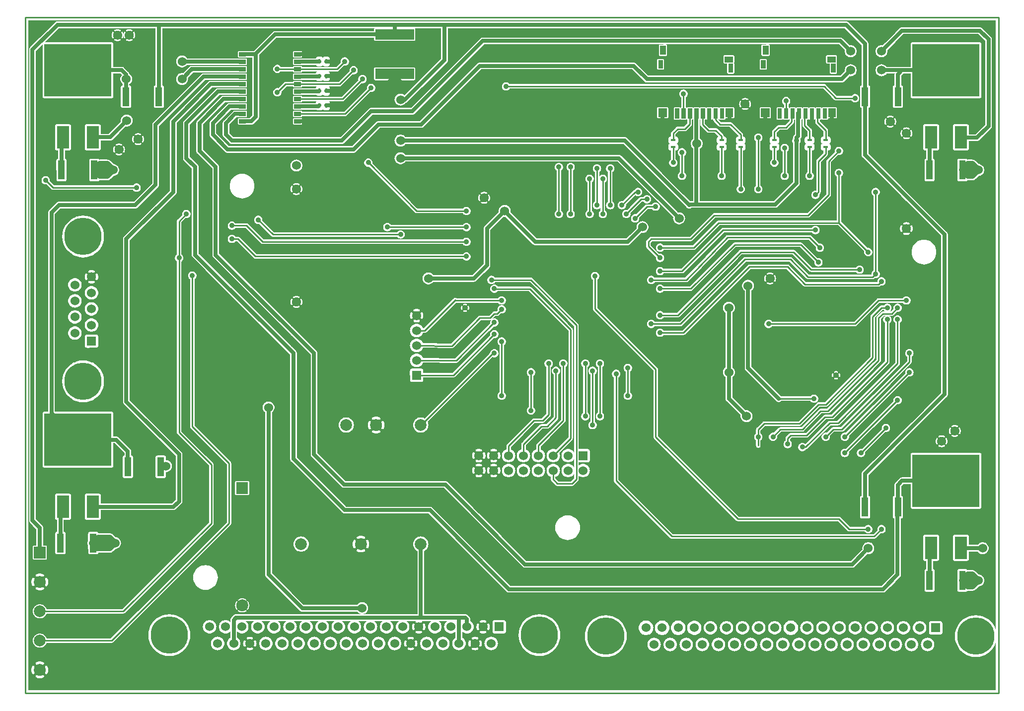
<source format=gbr>
G04 start of page 3 for group 1 idx 1 *
G04 Title: DAISI, ground *
G04 Creator: pcb 20140316 *
G04 CreationDate: Wed 18 Apr 2018 03:14:34 AM GMT UTC *
G04 For: afonsop *
G04 Format: Gerber/RS-274X *
G04 PCB-Dimensions (mil): 6540.00 4540.00 *
G04 PCB-Coordinate-Origin: lower left *
%MOIN*%
%FSLAX25Y25*%
%LNBOTTOM*%
%ADD72C,0.0512*%
%ADD71C,0.0380*%
%ADD70C,0.1250*%
%ADD69C,0.1260*%
%ADD68C,0.0350*%
%ADD67C,0.0200*%
%ADD66C,0.0360*%
%ADD65R,0.0300X0.0300*%
%ADD64R,0.0709X0.0709*%
%ADD63R,0.0315X0.0315*%
%ADD62R,0.0394X0.0394*%
%ADD61R,0.0512X0.0512*%
%ADD60R,0.0276X0.0276*%
%ADD59R,0.3500X0.3500*%
%ADD58R,0.0819X0.0819*%
%ADD57R,0.0433X0.0433*%
%ADD56R,0.0140X0.0140*%
%ADD55C,0.0787*%
%ADD54C,0.2500*%
%ADD53C,0.0600*%
%ADD52C,0.0400*%
%ADD51C,0.0250*%
%ADD50C,0.0001*%
%ADD49C,0.0100*%
G54D49*X0Y454000D02*Y260D01*
X653543D01*
Y454000D01*
X0D01*
G54D50*G36*
X262794Y96144D02*X263220Y95882D01*
X263301Y95849D01*
Y53341D01*
X262794D01*
Y96144D01*
G37*
G36*
Y229329D02*X262795Y229329D01*
X263501Y229384D01*
X264190Y229550D01*
X264845Y229821D01*
X265448Y230191D01*
X265987Y230651D01*
X266447Y231189D01*
X266817Y231793D01*
X267021Y232286D01*
X286349Y232028D01*
X286417Y232023D01*
X286589Y232036D01*
X286633Y232038D01*
X286643Y232041D01*
X286653Y232041D01*
X286757Y232067D01*
X286863Y232091D01*
X286873Y232094D01*
X286882Y232097D01*
X286982Y232138D01*
X287082Y232178D01*
X287091Y232183D01*
X287100Y232187D01*
X287192Y232243D01*
X287285Y232299D01*
X287293Y232305D01*
X287302Y232310D01*
X287334Y232339D01*
X287467Y232450D01*
X287513Y232501D01*
X305739Y250728D01*
X311949D01*
X312008Y250724D01*
X312243Y250742D01*
X312243Y250742D01*
X312473Y250797D01*
X312656Y250873D01*
X312458Y250551D01*
X312289Y250144D01*
X312187Y249715D01*
X312152Y249276D01*
X312187Y248836D01*
X312228Y248664D01*
X288752Y225189D01*
X267055Y225317D01*
X266817Y225892D01*
X266447Y226496D01*
X265987Y227034D01*
X265448Y227494D01*
X264845Y227864D01*
X264190Y228135D01*
X263501Y228301D01*
X262795Y228356D01*
X262794Y228356D01*
Y229329D01*
G37*
G36*
Y446829D02*X279246D01*
Y426389D01*
X262794Y409936D01*
Y446829D01*
G37*
G36*
X603334Y318941D02*X614876Y307399D01*
Y201979D01*
X603334Y190437D01*
Y288212D01*
X603346Y288211D01*
X604646Y288313D01*
X605914Y288617D01*
X607119Y289116D01*
X608230Y289798D01*
X609222Y290644D01*
X610069Y291636D01*
X610750Y292747D01*
X611249Y293952D01*
X611553Y295220D01*
X611630Y296520D01*
X611553Y297820D01*
X611249Y299087D01*
X610750Y300292D01*
X610069Y301404D01*
X609222Y302395D01*
X608230Y303242D01*
X607119Y303923D01*
X605914Y304422D01*
X604646Y304726D01*
X603346Y304829D01*
X603334Y304828D01*
Y318941D01*
G37*
G36*
X591537Y226604D02*X591853Y226334D01*
X592004Y226242D01*
Y223322D01*
X591537Y222855D01*
Y226604D01*
G37*
G36*
X595014Y327260D02*X603334Y318941D01*
Y304828D01*
X602047Y304726D01*
X600779Y304422D01*
X599574Y303923D01*
X598463Y303242D01*
X597471Y302395D01*
X596624Y301404D01*
X595943Y300292D01*
X595444Y299087D01*
X595140Y297820D01*
X595037Y296520D01*
X595140Y295220D01*
X595444Y293952D01*
X595943Y292747D01*
X596624Y291636D01*
X597471Y290644D01*
X598463Y289798D01*
X599574Y289116D01*
X600779Y288617D01*
X602047Y288313D01*
X603334Y288212D01*
Y190437D01*
X595014Y182118D01*
Y213453D01*
X595155Y213539D01*
X595490Y213825D01*
X595776Y214160D01*
X596006Y214536D01*
X596175Y214943D01*
X596278Y215372D01*
X596304Y215811D01*
X596278Y216250D01*
X596175Y216679D01*
X596006Y217086D01*
X595776Y217462D01*
X595490Y217797D01*
X595155Y218083D01*
X595014Y218169D01*
Y226248D01*
X595155Y226334D01*
X595490Y226620D01*
X595776Y226955D01*
X596006Y227331D01*
X596175Y227738D01*
X596278Y228167D01*
X596304Y228606D01*
X596278Y229046D01*
X596175Y229474D01*
X596006Y229881D01*
X595776Y230257D01*
X595490Y230592D01*
X595155Y230879D01*
X595014Y230965D01*
Y310119D01*
X595076Y310137D01*
X595169Y310180D01*
X595254Y310237D01*
X595328Y310306D01*
X595391Y310386D01*
X595439Y310476D01*
X595597Y310855D01*
X595713Y311250D01*
X595791Y311653D01*
X595831Y312062D01*
Y312473D01*
X595791Y312882D01*
X595713Y313286D01*
X595597Y313680D01*
X595444Y314062D01*
X595394Y314151D01*
X595331Y314232D01*
X595256Y314302D01*
X595171Y314359D01*
X595078Y314402D01*
X595014Y314420D01*
Y327260D01*
G37*
G36*
Y218169D02*X594779Y218314D01*
X594372Y218482D01*
X593943Y218585D01*
X593504Y218620D01*
X593065Y218585D01*
X592636Y218482D01*
X592229Y218314D01*
X591853Y218083D01*
X591537Y217813D01*
Y218613D01*
X594523Y221599D01*
X594568Y221637D01*
X594721Y221816D01*
X594721Y221816D01*
X594845Y222018D01*
X594935Y222236D01*
X594990Y222465D01*
X595009Y222701D01*
X595004Y222760D01*
Y226242D01*
X595014Y226248D01*
Y218169D01*
G37*
G36*
Y182118D02*X591537Y178640D01*
Y211723D01*
X592893Y213078D01*
X593065Y213037D01*
X593504Y213002D01*
X593943Y213037D01*
X594372Y213140D01*
X594779Y213309D01*
X595014Y213453D01*
Y182118D01*
G37*
G36*
X591537Y330738D02*X595014Y327260D01*
Y314420D01*
X594979Y314430D01*
X594877Y314442D01*
X594775Y314438D01*
X594674Y314418D01*
X594578Y314383D01*
X594489Y314333D01*
X594408Y314270D01*
X594338Y314194D01*
X594281Y314109D01*
X594238Y314016D01*
X594210Y313918D01*
X594198Y313816D01*
X594202Y313714D01*
X594222Y313613D01*
X594259Y313518D01*
X594369Y313253D01*
X594450Y312978D01*
X594505Y312697D01*
X594532Y312411D01*
Y312124D01*
X594505Y311839D01*
X594450Y311557D01*
X594369Y311282D01*
X594262Y311016D01*
X594225Y310921D01*
X594205Y310821D01*
X594201Y310720D01*
X594214Y310618D01*
X594241Y310520D01*
X594284Y310428D01*
X594341Y310343D01*
X594410Y310268D01*
X594491Y310205D01*
X594580Y310156D01*
X594675Y310121D01*
X594775Y310101D01*
X594877Y310097D01*
X594978Y310109D01*
X595014Y310119D01*
Y230965D01*
X594779Y231109D01*
X594372Y231277D01*
X593943Y231380D01*
X593504Y231415D01*
X593065Y231380D01*
X592636Y231277D01*
X592229Y231109D01*
X591853Y230879D01*
X591537Y230609D01*
Y261231D01*
X591975Y261265D01*
X592403Y261368D01*
X592811Y261537D01*
X593186Y261767D01*
X593521Y262053D01*
X593808Y262388D01*
X594038Y262764D01*
X594207Y263171D01*
X594309Y263600D01*
X594335Y264039D01*
X594309Y264479D01*
X594207Y264907D01*
X594038Y265314D01*
X593808Y265690D01*
X593521Y266025D01*
X593186Y266312D01*
X592811Y266542D01*
X592403Y266711D01*
X591975Y266813D01*
X591537Y266848D01*
Y307972D01*
X591741D01*
X592150Y308012D01*
X592554Y308090D01*
X592948Y308206D01*
X593329Y308360D01*
X593419Y308409D01*
X593500Y308472D01*
X593569Y308547D01*
X593626Y308633D01*
X593669Y308726D01*
X593697Y308824D01*
X593710Y308926D01*
X593706Y309028D01*
X593686Y309129D01*
X593651Y309225D01*
X593601Y309315D01*
X593537Y309395D01*
X593462Y309465D01*
X593377Y309522D01*
X593284Y309565D01*
X593185Y309593D01*
X593084Y309605D01*
X592981Y309601D01*
X592881Y309581D01*
X592785Y309544D01*
X592521Y309434D01*
X592246Y309353D01*
X591964Y309299D01*
X591679Y309271D01*
X591537D01*
Y315264D01*
X591679D01*
X591964Y315237D01*
X592246Y315182D01*
X592521Y315101D01*
X592787Y314994D01*
X592882Y314957D01*
X592982Y314938D01*
X593084Y314934D01*
X593185Y314946D01*
X593283Y314974D01*
X593375Y315017D01*
X593460Y315073D01*
X593535Y315143D01*
X593598Y315223D01*
X593647Y315312D01*
X593683Y315408D01*
X593702Y315508D01*
X593706Y315609D01*
X593694Y315711D01*
X593666Y315809D01*
X593623Y315901D01*
X593567Y315986D01*
X593497Y316061D01*
X593417Y316124D01*
X593327Y316171D01*
X592948Y316329D01*
X592554Y316446D01*
X592150Y316524D01*
X591741Y316563D01*
X591537D01*
Y330738D01*
G37*
G36*
Y230609D02*X591518Y230592D01*
X591232Y230257D01*
X591001Y229881D01*
X590833Y229474D01*
X590730Y229046D01*
X590695Y228606D01*
X590730Y228167D01*
X590833Y227738D01*
X591001Y227331D01*
X591232Y226955D01*
X591518Y226620D01*
X591537Y226604D01*
Y222855D01*
X580710Y212028D01*
Y214676D01*
X586649Y220614D01*
X586694Y220653D01*
X586847Y220832D01*
X586847Y220832D01*
X586971Y221033D01*
X587061Y221252D01*
X587116Y221481D01*
X587135Y221717D01*
X587130Y221775D01*
Y248879D01*
X587281Y248972D01*
X587616Y249258D01*
X587902Y249593D01*
X588132Y249969D01*
X588301Y250376D01*
X588404Y250805D01*
X588430Y251244D01*
X588404Y251683D01*
X588301Y252112D01*
X588132Y252519D01*
X587902Y252895D01*
X587616Y253230D01*
X587281Y253516D01*
X586905Y253747D01*
X586498Y253915D01*
X586069Y254018D01*
X585630Y254053D01*
X585191Y254018D01*
X584762Y253915D01*
X584355Y253747D01*
X583979Y253516D01*
X583644Y253230D01*
X583358Y252895D01*
X583127Y252519D01*
X582959Y252112D01*
X582856Y251683D01*
X582821Y251244D01*
X582856Y250805D01*
X582959Y250376D01*
X583127Y249969D01*
X583358Y249593D01*
X583644Y249258D01*
X583979Y248972D01*
X584130Y248879D01*
Y222338D01*
X580710Y218918D01*
Y249244D01*
X580726Y249258D01*
X581012Y249593D01*
X581243Y249969D01*
X581411Y250376D01*
X581514Y250805D01*
X581540Y251244D01*
X581514Y251683D01*
X581411Y252112D01*
X581243Y252519D01*
X581012Y252895D01*
X580726Y253230D01*
X580710Y253244D01*
Y253681D01*
X581634D01*
X581693Y253676D01*
X581928Y253695D01*
X581928Y253695D01*
X582158Y253750D01*
X582376Y253840D01*
X582577Y253964D01*
X582757Y254117D01*
X582795Y254162D01*
X585018Y256385D01*
X585191Y256344D01*
X585630Y256309D01*
X586069Y256344D01*
X586498Y256447D01*
X586905Y256616D01*
X587281Y256846D01*
X587616Y257132D01*
X587902Y257467D01*
X588132Y257843D01*
X588301Y258250D01*
X588404Y258679D01*
X588430Y259118D01*
X588404Y259557D01*
X588301Y259986D01*
X588132Y260393D01*
X587902Y260769D01*
X587616Y261104D01*
X587281Y261390D01*
X586905Y261621D01*
X586498Y261789D01*
X586069Y261892D01*
X585630Y261927D01*
X585191Y261892D01*
X584762Y261789D01*
X584355Y261621D01*
X583979Y261390D01*
X583644Y261104D01*
X583358Y260769D01*
X583127Y260393D01*
X582959Y259986D01*
X582856Y259557D01*
X582821Y259118D01*
X582856Y258679D01*
X582897Y258507D01*
X581072Y256681D01*
X580710D01*
Y257118D01*
X580726Y257132D01*
X581012Y257467D01*
X581243Y257843D01*
X581411Y258250D01*
X581514Y258679D01*
X581540Y259118D01*
X581514Y259557D01*
X581411Y259986D01*
X581243Y260393D01*
X581012Y260769D01*
X580726Y261104D01*
X580710Y261118D01*
Y262539D01*
X589171D01*
X589263Y262388D01*
X589549Y262053D01*
X589885Y261767D01*
X590260Y261537D01*
X590668Y261368D01*
X591096Y261265D01*
X591535Y261231D01*
X591537Y261231D01*
Y230609D01*
G37*
G36*
Y217813D02*X591518Y217797D01*
X591232Y217462D01*
X591001Y217086D01*
X590833Y216679D01*
X590730Y216250D01*
X590695Y215811D01*
X590730Y215372D01*
X590771Y215200D01*
X580710Y205139D01*
Y207786D01*
X591537Y218613D01*
Y217813D01*
G37*
G36*
Y178640D02*X580710Y167813D01*
Y190069D01*
X585018Y194377D01*
X585191Y194336D01*
X585630Y194302D01*
X586069Y194336D01*
X586498Y194439D01*
X586905Y194608D01*
X587281Y194838D01*
X587616Y195124D01*
X587902Y195459D01*
X588132Y195835D01*
X588301Y196242D01*
X588404Y196671D01*
X588430Y197110D01*
X588404Y197550D01*
X588301Y197978D01*
X588132Y198385D01*
X587902Y198761D01*
X587616Y199096D01*
X587281Y199382D01*
X586905Y199613D01*
X586498Y199781D01*
X586069Y199884D01*
X585630Y199919D01*
X585191Y199884D01*
X584762Y199781D01*
X584355Y199613D01*
X583979Y199382D01*
X583644Y199096D01*
X583358Y198761D01*
X583127Y198385D01*
X582959Y197978D01*
X582856Y197550D01*
X582821Y197110D01*
X582856Y196671D01*
X582897Y196499D01*
X580710Y194312D01*
Y200896D01*
X591537Y211723D01*
Y178640D01*
G37*
G36*
X588056Y334218D02*X591537Y330738D01*
Y316563D01*
X591330D01*
X590921Y316524D01*
X590517Y316446D01*
X590123Y316329D01*
X589742Y316176D01*
X589652Y316126D01*
X589571Y316063D01*
X589502Y315988D01*
X589445Y315903D01*
X589402Y315810D01*
X589374Y315711D01*
X589361Y315610D01*
X589365Y315507D01*
X589385Y315407D01*
X589420Y315310D01*
X589470Y315221D01*
X589534Y315140D01*
X589609Y315071D01*
X589694Y315014D01*
X589787Y314971D01*
X589885Y314943D01*
X589987Y314930D01*
X590090Y314934D01*
X590190Y314954D01*
X590285Y314991D01*
X590550Y315101D01*
X590825Y315182D01*
X591107Y315237D01*
X591392Y315264D01*
X591537D01*
Y309271D01*
X591392D01*
X591107Y309299D01*
X590825Y309353D01*
X590550Y309434D01*
X590284Y309541D01*
X590189Y309578D01*
X590089Y309598D01*
X589987Y309602D01*
X589886Y309590D01*
X589788Y309562D01*
X589695Y309519D01*
X589611Y309462D01*
X589536Y309393D01*
X589473Y309313D01*
X589423Y309224D01*
X589388Y309128D01*
X589369Y309028D01*
X589365Y308926D01*
X589377Y308825D01*
X589405Y308727D01*
X589448Y308634D01*
X589504Y308550D01*
X589574Y308475D01*
X589654Y308412D01*
X589744Y308364D01*
X590123Y308206D01*
X590517Y308090D01*
X590921Y308012D01*
X591330Y307972D01*
X591537D01*
Y266848D01*
X591535Y266848D01*
X591096Y266813D01*
X590668Y266711D01*
X590260Y266542D01*
X589885Y266312D01*
X589549Y266025D01*
X589263Y265690D01*
X589171Y265539D01*
X588056D01*
Y310116D01*
X588092Y310106D01*
X588194Y310094D01*
X588296Y310097D01*
X588397Y310117D01*
X588493Y310153D01*
X588582Y310203D01*
X588663Y310266D01*
X588733Y310341D01*
X588790Y310426D01*
X588833Y310519D01*
X588861Y310618D01*
X588873Y310719D01*
X588869Y310822D01*
X588849Y310922D01*
X588812Y311018D01*
X588702Y311282D01*
X588621Y311557D01*
X588566Y311839D01*
X588539Y312124D01*
Y312411D01*
X588566Y312697D01*
X588621Y312978D01*
X588702Y313253D01*
X588809Y313519D01*
X588846Y313614D01*
X588866Y313714D01*
X588869Y313816D01*
X588857Y313917D01*
X588829Y314015D01*
X588787Y314108D01*
X588730Y314192D01*
X588660Y314267D01*
X588580Y314330D01*
X588491Y314380D01*
X588396Y314415D01*
X588296Y314435D01*
X588194Y314438D01*
X588093Y314426D01*
X588056Y314416D01*
Y334218D01*
G37*
G36*
X580710Y341564D02*X588056Y334218D01*
Y314416D01*
X587994Y314398D01*
X587902Y314356D01*
X587817Y314299D01*
X587743Y314229D01*
X587680Y314149D01*
X587632Y314059D01*
X587474Y313680D01*
X587358Y313286D01*
X587279Y312882D01*
X587240Y312473D01*
Y312062D01*
X587279Y311653D01*
X587358Y311250D01*
X587474Y310855D01*
X587627Y310474D01*
X587677Y310384D01*
X587740Y310304D01*
X587815Y310234D01*
X587900Y310177D01*
X587993Y310134D01*
X588056Y310116D01*
Y265539D01*
X580710D01*
Y341564D01*
G37*
G36*
X624017Y399795D02*X640811Y399799D01*
X641007Y399846D01*
X641193Y399923D01*
X641365Y400029D01*
X641518Y400159D01*
X641649Y400313D01*
X641754Y400484D01*
X641831Y400670D01*
X641878Y400866D01*
X641890Y401067D01*
X641878Y436268D01*
X641831Y436464D01*
X641754Y436650D01*
X641649Y436821D01*
X641518Y436974D01*
X641365Y437105D01*
X641193Y437211D01*
X641007Y437288D01*
X640811Y437335D01*
X640610Y437346D01*
X624017Y437342D01*
Y442892D01*
X639816D01*
X644404Y438304D01*
Y382097D01*
X637848Y375541D01*
X633477D01*
X633472Y381268D01*
X633425Y381464D01*
X633348Y381650D01*
X633243Y381821D01*
X633112Y381974D01*
X632959Y382105D01*
X632787Y382211D01*
X632601Y382288D01*
X632406Y382335D01*
X632205Y382346D01*
X624017Y382335D01*
Y399795D01*
G37*
G36*
X627300Y29809D02*X628234Y28716D01*
X629909Y27285D01*
X631788Y26133D01*
X633824Y25290D01*
X635967Y24775D01*
X638164Y24602D01*
X640361Y24775D01*
X642503Y25290D01*
X644539Y26133D01*
X646418Y27285D01*
X648094Y28716D01*
X649525Y30391D01*
X650676Y32270D01*
X651520Y34306D01*
X651575Y34536D01*
Y2228D01*
X627300D01*
Y29809D01*
G37*
G36*
X651575Y452031D02*Y42755D01*
X651520Y42985D01*
X650676Y45021D01*
X649525Y46900D01*
X648094Y48576D01*
X646418Y50007D01*
X644539Y51158D01*
X642503Y52002D01*
X640361Y52516D01*
X638164Y52689D01*
X635967Y52516D01*
X633824Y52002D01*
X631788Y51158D01*
X629909Y50007D01*
X628234Y48576D01*
X627300Y47482D01*
Y68469D01*
X631500Y68480D01*
X631696Y68527D01*
X631882Y68604D01*
X632054Y68710D01*
X632207Y68840D01*
X632338Y68994D01*
X632425Y69136D01*
X632874Y69101D01*
X632992Y69110D01*
X635709D01*
X635827Y69101D01*
X636297Y69138D01*
X636298Y69138D01*
X636757Y69248D01*
X637193Y69429D01*
X637596Y69676D01*
X637955Y69982D01*
X638031Y70072D01*
X640014Y72055D01*
X640391Y72084D01*
X641004Y72231D01*
X641585Y72472D01*
X642122Y72801D01*
X642601Y73210D01*
X643010Y73689D01*
X643339Y74226D01*
X643580Y74807D01*
X643727Y75420D01*
X643764Y76047D01*
X643727Y76675D01*
X643580Y77287D01*
X643339Y77869D01*
X643010Y78406D01*
X642601Y78884D01*
X642122Y79293D01*
X641585Y79622D01*
X641004Y79863D01*
X640391Y80010D01*
X640014Y80040D01*
X638031Y82022D01*
X637955Y82112D01*
X637596Y82419D01*
X637193Y82666D01*
X636757Y82846D01*
X636298Y82956D01*
X635827Y82994D01*
X635709Y82984D01*
X632992D01*
X632874Y82994D01*
X632425Y82958D01*
X632338Y83101D01*
X632207Y83254D01*
X632054Y83385D01*
X631882Y83490D01*
X631696Y83567D01*
X631500Y83614D01*
X631299Y83626D01*
X627300Y83616D01*
Y89201D01*
X632406Y89209D01*
X632601Y89256D01*
X632787Y89333D01*
X632959Y89438D01*
X633112Y89569D01*
X633243Y89722D01*
X633348Y89894D01*
X633425Y90080D01*
X633472Y90276D01*
X633484Y90476D01*
X633480Y95451D01*
X639404D01*
X639470Y95342D01*
X639879Y94864D01*
X640358Y94455D01*
X640895Y94126D01*
X641477Y93885D01*
X642089Y93738D01*
X642717Y93688D01*
X643344Y93738D01*
X643956Y93885D01*
X644538Y94126D01*
X645075Y94455D01*
X645554Y94864D01*
X645963Y95342D01*
X646292Y95879D01*
X646532Y96461D01*
X646679Y97073D01*
X646717Y97701D01*
X646679Y98328D01*
X646532Y98941D01*
X646292Y99522D01*
X645963Y100059D01*
X645554Y100538D01*
X645075Y100947D01*
X644538Y101276D01*
X643956Y101517D01*
X643344Y101664D01*
X642717Y101713D01*
X642089Y101664D01*
X641477Y101517D01*
X640895Y101276D01*
X640358Y100947D01*
X639879Y100538D01*
X639470Y100059D01*
X639404Y99951D01*
X633477D01*
X633472Y105677D01*
X633425Y105873D01*
X633348Y106059D01*
X633243Y106231D01*
X633112Y106384D01*
X632959Y106515D01*
X632787Y106620D01*
X632601Y106697D01*
X632406Y106744D01*
X632205Y106756D01*
X627300Y106749D01*
Y124205D01*
X640811Y124209D01*
X641007Y124256D01*
X641193Y124333D01*
X641365Y124438D01*
X641518Y124569D01*
X641649Y124722D01*
X641754Y124894D01*
X641831Y125080D01*
X641878Y125276D01*
X641890Y125476D01*
X641878Y160677D01*
X641831Y160873D01*
X641754Y161059D01*
X641649Y161231D01*
X641518Y161384D01*
X641365Y161515D01*
X641193Y161620D01*
X641007Y161697D01*
X640811Y161744D01*
X640610Y161756D01*
X627300Y161752D01*
Y174310D01*
X627303Y174311D01*
X627371Y174350D01*
X627432Y174399D01*
X627485Y174458D01*
X627527Y174524D01*
X627690Y174849D01*
X627819Y175189D01*
X627917Y175539D01*
X627983Y175897D01*
X628016Y176259D01*
Y176623D01*
X627983Y176985D01*
X627917Y177343D01*
X627819Y177693D01*
X627690Y178033D01*
X627530Y178360D01*
X627487Y178426D01*
X627434Y178485D01*
X627373Y178534D01*
X627304Y178574D01*
X627300Y178576D01*
Y344060D01*
X631500Y344071D01*
X631696Y344118D01*
X631882Y344195D01*
X632054Y344300D01*
X632207Y344431D01*
X632338Y344584D01*
X632425Y344727D01*
X632874Y344692D01*
X632992Y344701D01*
X635709D01*
X635827Y344692D01*
X636297Y344729D01*
X636298Y344729D01*
X636757Y344839D01*
X637193Y345020D01*
X637596Y345266D01*
X637955Y345573D01*
X638031Y345663D01*
X640014Y347645D01*
X640391Y347675D01*
X641004Y347822D01*
X641585Y348063D01*
X642122Y348392D01*
X642601Y348801D01*
X643010Y349279D01*
X643339Y349816D01*
X643580Y350398D01*
X643727Y351010D01*
X643764Y351638D01*
X643727Y352265D01*
X643580Y352878D01*
X643339Y353459D01*
X643010Y353996D01*
X642601Y354475D01*
X642122Y354884D01*
X641585Y355213D01*
X641004Y355454D01*
X640391Y355601D01*
X640014Y355630D01*
X638031Y357613D01*
X637955Y357703D01*
X637596Y358009D01*
X637193Y358256D01*
X636757Y358437D01*
X636298Y358547D01*
X635827Y358584D01*
X635709Y358575D01*
X632992D01*
X632874Y358584D01*
X632425Y358549D01*
X632338Y358691D01*
X632207Y358845D01*
X632054Y358975D01*
X631882Y359081D01*
X631696Y359158D01*
X631500Y359205D01*
X631299Y359217D01*
X627300Y359206D01*
Y364792D01*
X632406Y364799D01*
X632601Y364846D01*
X632787Y364923D01*
X632959Y365029D01*
X633112Y365159D01*
X633243Y365313D01*
X633348Y365484D01*
X633425Y365670D01*
X633472Y365866D01*
X633484Y366067D01*
X633480Y371041D01*
X638691D01*
X638780Y371034D01*
X639132Y371062D01*
X639133Y371062D01*
X639477Y371145D01*
X639804Y371280D01*
X640106Y371465D01*
X640375Y371695D01*
X640433Y371763D01*
X648182Y379512D01*
X648249Y379569D01*
X648479Y379838D01*
X648479Y379839D01*
X648664Y380141D01*
X648800Y380468D01*
X648883Y380812D01*
X648910Y381165D01*
X648904Y381254D01*
Y439148D01*
X648910Y439236D01*
X648883Y439589D01*
X648800Y439934D01*
X648760Y440029D01*
X648664Y440261D01*
X648550Y440448D01*
X648479Y440563D01*
X648479Y440563D01*
X648249Y440832D01*
X648182Y440890D01*
X642401Y446670D01*
X642344Y446738D01*
X642075Y446968D01*
X641773Y447153D01*
X641445Y447288D01*
X641101Y447371D01*
X641101Y447371D01*
X640748Y447399D01*
X640660Y447392D01*
X627300D01*
Y452031D01*
X651575D01*
G37*
G36*
X627300Y447392D02*X624017D01*
Y452031D01*
X627300D01*
Y447392D01*
G37*
G36*
Y161752D02*X624017Y161752D01*
Y172441D01*
X624198D01*
X624560Y172474D01*
X624917Y172540D01*
X625268Y172638D01*
X625608Y172767D01*
X625934Y172926D01*
X626001Y172969D01*
X626060Y173022D01*
X626109Y173084D01*
X626149Y173153D01*
X626177Y173227D01*
X626193Y173304D01*
X626197Y173383D01*
X626189Y173462D01*
X626168Y173538D01*
X626136Y173611D01*
X626092Y173677D01*
X626039Y173736D01*
X625978Y173785D01*
X625909Y173825D01*
X625835Y173853D01*
X625758Y173869D01*
X625678Y173873D01*
X625600Y173865D01*
X625523Y173844D01*
X625452Y173810D01*
X625208Y173688D01*
X624954Y173591D01*
X624691Y173518D01*
X624423Y173469D01*
X624152Y173444D01*
X624017D01*
Y179438D01*
X624152D01*
X624423Y179413D01*
X624691Y179364D01*
X624954Y179291D01*
X625208Y179194D01*
X625453Y179074D01*
X625524Y179041D01*
X625600Y179020D01*
X625678Y179012D01*
X625757Y179016D01*
X625834Y179032D01*
X625908Y179060D01*
X625976Y179099D01*
X626037Y179148D01*
X626090Y179207D01*
X626133Y179273D01*
X626165Y179345D01*
X626186Y179420D01*
X626194Y179499D01*
X626190Y179577D01*
X626174Y179654D01*
X626146Y179728D01*
X626107Y179796D01*
X626057Y179857D01*
X625999Y179910D01*
X625932Y179952D01*
X625608Y180115D01*
X625268Y180244D01*
X624917Y180342D01*
X624560Y180408D01*
X624198Y180441D01*
X624017D01*
Y364787D01*
X627300Y364792D01*
Y359206D01*
X626768Y359205D01*
X626572Y359158D01*
X626386Y359081D01*
X626214Y358975D01*
X626061Y358845D01*
X625930Y358691D01*
X625825Y358520D01*
X625748Y358334D01*
X625701Y358138D01*
X625689Y357937D01*
X625701Y345138D01*
X625748Y344942D01*
X625825Y344756D01*
X625930Y344584D01*
X626061Y344431D01*
X626214Y344300D01*
X626386Y344195D01*
X626572Y344118D01*
X626768Y344071D01*
X626968Y344059D01*
X627300Y344060D01*
Y178576D01*
X627230Y178602D01*
X627153Y178618D01*
X627073Y178622D01*
X626995Y178614D01*
X626918Y178593D01*
X626846Y178561D01*
X626780Y178518D01*
X626721Y178465D01*
X626671Y178403D01*
X626632Y178334D01*
X626604Y178260D01*
X626587Y178183D01*
X626583Y178104D01*
X626592Y178025D01*
X626612Y177948D01*
X626646Y177877D01*
X626769Y177634D01*
X626865Y177379D01*
X626939Y177116D01*
X626988Y176849D01*
X627013Y176577D01*
Y176305D01*
X626988Y176033D01*
X626939Y175765D01*
X626865Y175503D01*
X626769Y175248D01*
X626649Y175004D01*
X626615Y174932D01*
X626595Y174856D01*
X626586Y174778D01*
X626590Y174700D01*
X626607Y174623D01*
X626635Y174549D01*
X626674Y174481D01*
X626723Y174420D01*
X626782Y174367D01*
X626848Y174324D01*
X626919Y174292D01*
X626995Y174271D01*
X627074Y174263D01*
X627152Y174267D01*
X627229Y174283D01*
X627300Y174310D01*
Y161752D01*
G37*
G36*
Y106749D02*X624017Y106744D01*
Y124204D01*
X627300Y124205D01*
Y106749D01*
G37*
G36*
Y47482D02*X626803Y46900D01*
X625651Y45021D01*
X624808Y42985D01*
X624293Y40843D01*
X624121Y38646D01*
X624293Y36449D01*
X624808Y34306D01*
X625651Y32270D01*
X626803Y30391D01*
X627300Y29809D01*
Y2228D01*
X624017D01*
Y89197D01*
X627300Y89201D01*
Y83616D01*
X626768Y83614D01*
X626572Y83567D01*
X626386Y83490D01*
X626214Y83385D01*
X626061Y83254D01*
X625930Y83101D01*
X625825Y82929D01*
X625748Y82743D01*
X625701Y82547D01*
X625689Y82346D01*
X625701Y69547D01*
X625748Y69351D01*
X625825Y69165D01*
X625930Y68994D01*
X626061Y68840D01*
X626214Y68710D01*
X626386Y68604D01*
X626572Y68527D01*
X626768Y68480D01*
X626968Y68469D01*
X627300Y68469D01*
Y47482D01*
G37*
G36*
X624017Y447392D02*X594819D01*
Y452031D01*
X624017D01*
Y447392D01*
G37*
G36*
Y437342D02*X595409Y437335D01*
X595214Y437288D01*
X595028Y437211D01*
X594856Y437105D01*
X594819Y437074D01*
Y442892D01*
X624017D01*
Y437342D01*
G37*
G36*
Y161752D02*X620732Y161751D01*
Y174306D01*
X620801Y174280D01*
X620879Y174263D01*
X620958Y174259D01*
X621037Y174268D01*
X621113Y174289D01*
X621185Y174321D01*
X621252Y174364D01*
X621311Y174417D01*
X621360Y174479D01*
X621400Y174548D01*
X621428Y174622D01*
X621444Y174699D01*
X621448Y174778D01*
X621440Y174857D01*
X621419Y174933D01*
X621385Y175005D01*
X621263Y175248D01*
X621166Y175503D01*
X621093Y175765D01*
X621044Y176033D01*
X621019Y176305D01*
Y176577D01*
X621044Y176849D01*
X621093Y177116D01*
X621166Y177379D01*
X621263Y177634D01*
X621383Y177878D01*
X621416Y177949D01*
X621437Y178025D01*
X621445Y178104D01*
X621441Y178182D01*
X621425Y178259D01*
X621397Y178333D01*
X621358Y178401D01*
X621308Y178462D01*
X621250Y178515D01*
X621184Y178558D01*
X621112Y178590D01*
X621036Y178611D01*
X620958Y178619D01*
X620879Y178615D01*
X620802Y178599D01*
X620732Y178572D01*
Y399794D01*
X624017Y399795D01*
Y382335D01*
X623815Y382335D01*
X623619Y382288D01*
X623433Y382211D01*
X623261Y382105D01*
X623108Y381974D01*
X622977Y381821D01*
X622872Y381650D01*
X622795Y381464D01*
X622748Y381268D01*
X622736Y381067D01*
X622748Y365866D01*
X622795Y365670D01*
X622872Y365484D01*
X622977Y365313D01*
X623108Y365159D01*
X623261Y365029D01*
X623433Y364923D01*
X623619Y364846D01*
X623815Y364799D01*
X624016Y364787D01*
X624017Y364787D01*
Y180441D01*
X623834D01*
X623472Y180408D01*
X623114Y180342D01*
X622764Y180244D01*
X622424Y180115D01*
X622097Y179956D01*
X622031Y179913D01*
X621972Y179860D01*
X621922Y179798D01*
X621883Y179729D01*
X621855Y179655D01*
X621838Y179578D01*
X621834Y179499D01*
X621843Y179420D01*
X621863Y179343D01*
X621896Y179271D01*
X621939Y179205D01*
X621992Y179146D01*
X622054Y179096D01*
X622123Y179057D01*
X622196Y179029D01*
X622274Y179013D01*
X622353Y179009D01*
X622432Y179017D01*
X622508Y179038D01*
X622580Y179071D01*
X622823Y179194D01*
X623078Y179291D01*
X623340Y179364D01*
X623608Y179413D01*
X623880Y179438D01*
X624017D01*
Y173444D01*
X623880D01*
X623608Y173469D01*
X623340Y173518D01*
X623078Y173591D01*
X622823Y173688D01*
X622578Y173808D01*
X622507Y173841D01*
X622431Y173862D01*
X622353Y173870D01*
X622274Y173866D01*
X622197Y173850D01*
X622124Y173822D01*
X622056Y173783D01*
X621994Y173733D01*
X621942Y173675D01*
X621899Y173609D01*
X621866Y173537D01*
X621846Y173461D01*
X621837Y173383D01*
X621841Y173305D01*
X621858Y173228D01*
X621886Y173154D01*
X621925Y173086D01*
X621974Y173024D01*
X622033Y172972D01*
X622099Y172930D01*
X622424Y172767D01*
X622764Y172638D01*
X623114Y172540D01*
X623472Y172474D01*
X623834Y172441D01*
X624017D01*
Y161752D01*
G37*
G36*
X620732Y161751D02*X618441Y161750D01*
Y167420D01*
X618444Y167421D01*
X618513Y167460D01*
X618574Y167510D01*
X618627Y167568D01*
X618668Y167635D01*
X618832Y167959D01*
X618961Y168299D01*
X619059Y168650D01*
X619124Y169007D01*
X619157Y169369D01*
Y169733D01*
X619124Y170095D01*
X619059Y170453D01*
X618961Y170803D01*
X618832Y171143D01*
X618672Y171470D01*
X618629Y171536D01*
X618576Y171595D01*
X618514Y171645D01*
X618446Y171684D01*
X618441Y171686D01*
Y199181D01*
X618655Y199394D01*
X618722Y199451D01*
X618952Y199720D01*
X618952Y199720D01*
X618952Y199721D01*
X619137Y200023D01*
X619272Y200350D01*
X619355Y200694D01*
X619383Y201047D01*
X619376Y201135D01*
Y308242D01*
X619383Y308331D01*
X619355Y308684D01*
X619272Y309028D01*
X619233Y309124D01*
X619137Y309355D01*
X619022Y309543D01*
X618952Y309657D01*
X618952Y309657D01*
X618722Y309927D01*
X618655Y309984D01*
X618441Y310197D01*
Y399793D01*
X620732Y399794D01*
Y178572D01*
X620729Y178571D01*
X620661Y178532D01*
X620599Y178483D01*
X620546Y178424D01*
X620505Y178358D01*
X620342Y178033D01*
X620212Y177693D01*
X620114Y177343D01*
X620049Y176985D01*
X620016Y176623D01*
Y176259D01*
X620049Y175897D01*
X620114Y175539D01*
X620212Y175189D01*
X620342Y174849D01*
X620501Y174522D01*
X620544Y174456D01*
X620597Y174397D01*
X620659Y174347D01*
X620727Y174308D01*
X620732Y174306D01*
Y161751D01*
G37*
G36*
X618441Y310197D02*X615159Y313480D01*
Y399793D01*
X618441Y399793D01*
Y310197D01*
G37*
G36*
Y161750D02*X615159Y161749D01*
Y165551D01*
X615339D01*
X615701Y165584D01*
X616059Y165650D01*
X616409Y165748D01*
X616749Y165877D01*
X617076Y166037D01*
X617143Y166079D01*
X617201Y166133D01*
X617251Y166194D01*
X617290Y166263D01*
X617319Y166337D01*
X617335Y166414D01*
X617339Y166493D01*
X617330Y166572D01*
X617310Y166649D01*
X617277Y166721D01*
X617234Y166787D01*
X617181Y166846D01*
X617119Y166896D01*
X617051Y166935D01*
X616977Y166963D01*
X616899Y166980D01*
X616820Y166984D01*
X616741Y166975D01*
X616665Y166954D01*
X616593Y166921D01*
X616350Y166798D01*
X616095Y166702D01*
X615833Y166628D01*
X615565Y166579D01*
X615294Y166554D01*
X615159D01*
Y172548D01*
X615294D01*
X615565Y172523D01*
X615833Y172474D01*
X616095Y172401D01*
X616350Y172304D01*
X616595Y172184D01*
X616666Y172151D01*
X616742Y172130D01*
X616820Y172122D01*
X616899Y172126D01*
X616976Y172142D01*
X617049Y172170D01*
X617118Y172209D01*
X617179Y172259D01*
X617232Y172317D01*
X617275Y172383D01*
X617307Y172455D01*
X617327Y172531D01*
X617336Y172609D01*
X617332Y172688D01*
X617316Y172765D01*
X617288Y172838D01*
X617248Y172906D01*
X617199Y172968D01*
X617141Y173020D01*
X617074Y173062D01*
X616749Y173225D01*
X616409Y173355D01*
X616059Y173452D01*
X615701Y173518D01*
X615339Y173551D01*
X615159D01*
Y195898D01*
X618441Y199181D01*
Y171686D01*
X618372Y171712D01*
X618294Y171729D01*
X618215Y171733D01*
X618136Y171724D01*
X618060Y171704D01*
X617988Y171671D01*
X617921Y171628D01*
X617863Y171575D01*
X617813Y171513D01*
X617774Y171444D01*
X617745Y171370D01*
X617729Y171293D01*
X617725Y171214D01*
X617734Y171135D01*
X617754Y171059D01*
X617788Y170987D01*
X617910Y170744D01*
X618007Y170489D01*
X618080Y170227D01*
X618130Y169959D01*
X618154Y169687D01*
Y169415D01*
X618130Y169144D01*
X618080Y168876D01*
X618007Y168613D01*
X617910Y168359D01*
X617791Y168114D01*
X617757Y168043D01*
X617737Y167967D01*
X617728Y167888D01*
X617732Y167810D01*
X617748Y167733D01*
X617776Y167659D01*
X617816Y167591D01*
X617865Y167530D01*
X617923Y167477D01*
X617989Y167434D01*
X618061Y167402D01*
X618137Y167381D01*
X618215Y167373D01*
X618294Y167377D01*
X618371Y167393D01*
X618441Y167420D01*
Y161750D01*
G37*
G36*
X615159Y313480D02*X608110Y320528D01*
Y344067D01*
X609453Y344071D01*
X609649Y344118D01*
X609835Y344195D01*
X610006Y344300D01*
X610160Y344431D01*
X610290Y344584D01*
X610396Y344756D01*
X610473Y344942D01*
X610520Y345138D01*
X610531Y345339D01*
X610520Y358138D01*
X610473Y358334D01*
X610396Y358520D01*
X610290Y358691D01*
X610160Y358845D01*
X610006Y358975D01*
X609835Y359081D01*
X609649Y359158D01*
X609453Y359205D01*
X609337Y359212D01*
Y364795D01*
X612406Y364799D01*
X612601Y364846D01*
X612787Y364923D01*
X612959Y365029D01*
X613112Y365159D01*
X613243Y365313D01*
X613348Y365484D01*
X613425Y365670D01*
X613472Y365866D01*
X613484Y366067D01*
X613472Y381268D01*
X613425Y381464D01*
X613348Y381650D01*
X613243Y381821D01*
X613112Y381974D01*
X612959Y382105D01*
X612787Y382211D01*
X612601Y382288D01*
X612406Y382335D01*
X612205Y382346D01*
X608110Y382341D01*
Y399791D01*
X615159Y399793D01*
Y313480D01*
G37*
G36*
X608110Y320528D02*X594819Y333819D01*
Y374113D01*
X594822Y374114D01*
X594891Y374153D01*
X594952Y374202D01*
X595005Y374261D01*
X595046Y374328D01*
X595210Y374652D01*
X595339Y374992D01*
X595437Y375342D01*
X595502Y375700D01*
X595535Y376062D01*
Y376426D01*
X595502Y376788D01*
X595437Y377146D01*
X595339Y377496D01*
X595210Y377836D01*
X595050Y378163D01*
X595007Y378229D01*
X594954Y378288D01*
X594892Y378338D01*
X594824Y378377D01*
X594819Y378379D01*
Y400060D01*
X594856Y400029D01*
X595028Y399923D01*
X595214Y399846D01*
X595409Y399799D01*
X595610Y399787D01*
X608110Y399791D01*
Y382341D01*
X603815Y382335D01*
X603619Y382288D01*
X603433Y382211D01*
X603261Y382105D01*
X603108Y381974D01*
X602977Y381821D01*
X602872Y381650D01*
X602795Y381464D01*
X602748Y381268D01*
X602736Y381067D01*
X602748Y365866D01*
X602795Y365670D01*
X602872Y365484D01*
X602977Y365313D01*
X603108Y365159D01*
X603261Y365029D01*
X603433Y364923D01*
X603619Y364846D01*
X603815Y364799D01*
X604016Y364787D01*
X604837Y364789D01*
Y359205D01*
X604720Y359205D01*
X604525Y359158D01*
X604339Y359081D01*
X604167Y358975D01*
X604014Y358845D01*
X603883Y358691D01*
X603778Y358520D01*
X603701Y358334D01*
X603654Y358138D01*
X603642Y357937D01*
X603654Y345138D01*
X603701Y344942D01*
X603778Y344756D01*
X603883Y344584D01*
X604014Y344431D01*
X604167Y344300D01*
X604339Y344195D01*
X604525Y344118D01*
X604720Y344071D01*
X604921Y344059D01*
X608110Y344067D01*
Y320528D01*
G37*
G36*
X615159Y161749D02*X611874Y161748D01*
Y167416D01*
X611943Y167390D01*
X612021Y167374D01*
X612100Y167370D01*
X612178Y167378D01*
X612255Y167399D01*
X612327Y167431D01*
X612394Y167474D01*
X612452Y167528D01*
X612502Y167589D01*
X612541Y167658D01*
X612570Y167732D01*
X612586Y167809D01*
X612590Y167889D01*
X612581Y167967D01*
X612561Y168044D01*
X612527Y168115D01*
X612405Y168359D01*
X612308Y168613D01*
X612235Y168876D01*
X612185Y169144D01*
X612161Y169415D01*
Y169687D01*
X612185Y169959D01*
X612235Y170227D01*
X612308Y170489D01*
X612405Y170744D01*
X612524Y170989D01*
X612558Y171060D01*
X612578Y171136D01*
X612587Y171214D01*
X612583Y171293D01*
X612567Y171370D01*
X612539Y171443D01*
X612499Y171511D01*
X612450Y171573D01*
X612392Y171625D01*
X612326Y171668D01*
X612254Y171701D01*
X612178Y171721D01*
X612100Y171730D01*
X612021Y171726D01*
X611944Y171709D01*
X611874Y171683D01*
Y192613D01*
X615159Y195898D01*
Y173551D01*
X614976D01*
X614613Y173518D01*
X614256Y173452D01*
X613906Y173355D01*
X613566Y173225D01*
X613239Y173066D01*
X613172Y173023D01*
X613114Y172970D01*
X613064Y172908D01*
X613024Y172839D01*
X612996Y172765D01*
X612980Y172688D01*
X612976Y172609D01*
X612984Y172530D01*
X613005Y172454D01*
X613038Y172381D01*
X613081Y172315D01*
X613134Y172256D01*
X613196Y172207D01*
X613264Y172167D01*
X613338Y172139D01*
X613416Y172123D01*
X613495Y172119D01*
X613574Y172127D01*
X613650Y172148D01*
X613722Y172182D01*
X613965Y172304D01*
X614220Y172401D01*
X614482Y172474D01*
X614750Y172523D01*
X615021Y172548D01*
X615159D01*
Y166554D01*
X615021D01*
X614750Y166579D01*
X614482Y166628D01*
X614220Y166702D01*
X613965Y166798D01*
X613720Y166918D01*
X613649Y166952D01*
X613573Y166972D01*
X613495Y166980D01*
X613416Y166977D01*
X613339Y166960D01*
X613266Y166932D01*
X613197Y166893D01*
X613136Y166844D01*
X613083Y166785D01*
X613040Y166719D01*
X613008Y166648D01*
X612988Y166572D01*
X612979Y166493D01*
X612983Y166415D01*
X612999Y166338D01*
X613027Y166264D01*
X613066Y166196D01*
X613116Y166135D01*
X613174Y166082D01*
X613241Y166040D01*
X613566Y165877D01*
X613906Y165748D01*
X614256Y165650D01*
X614613Y165584D01*
X614976Y165551D01*
X615159D01*
Y161749D01*
G37*
G36*
X611874Y161748D02*X595409Y161744D01*
X595214Y161697D01*
X595028Y161620D01*
X594856Y161515D01*
X594819Y161483D01*
Y175559D01*
X611874Y192613D01*
Y171683D01*
X611871Y171681D01*
X611802Y171642D01*
X611741Y171593D01*
X611688Y171534D01*
X611647Y171468D01*
X611483Y171143D01*
X611354Y170803D01*
X611256Y170453D01*
X611190Y170095D01*
X611157Y169733D01*
Y169369D01*
X611190Y169007D01*
X611256Y168650D01*
X611354Y168299D01*
X611483Y167959D01*
X611643Y167633D01*
X611686Y167566D01*
X611739Y167507D01*
X611801Y167458D01*
X611869Y167418D01*
X611874Y167416D01*
Y161748D01*
G37*
G36*
X624017Y2228D02*X611164D01*
Y39752D01*
X614399Y39760D01*
X614629Y39815D01*
X614847Y39905D01*
X615048Y40028D01*
X615228Y40182D01*
X615381Y40361D01*
X615504Y40563D01*
X615595Y40781D01*
X615650Y41010D01*
X615664Y41246D01*
X615650Y47481D01*
X615595Y47711D01*
X615504Y47929D01*
X615381Y48130D01*
X615228Y48310D01*
X615048Y48463D01*
X614847Y48586D01*
X614629Y48677D01*
X614399Y48732D01*
X614164Y48746D01*
X611164Y48739D01*
Y89207D01*
X612406Y89209D01*
X612601Y89256D01*
X612787Y89333D01*
X612959Y89438D01*
X613112Y89569D01*
X613243Y89722D01*
X613348Y89894D01*
X613425Y90080D01*
X613472Y90276D01*
X613484Y90476D01*
X613472Y105677D01*
X613425Y105873D01*
X613348Y106059D01*
X613243Y106231D01*
X613112Y106384D01*
X612959Y106515D01*
X612787Y106620D01*
X612601Y106697D01*
X612406Y106744D01*
X612205Y106756D01*
X611164Y106754D01*
Y124201D01*
X624017Y124204D01*
Y106744D01*
X623815Y106744D01*
X623619Y106697D01*
X623433Y106620D01*
X623261Y106515D01*
X623108Y106384D01*
X622977Y106231D01*
X622872Y106059D01*
X622795Y105873D01*
X622748Y105677D01*
X622736Y105476D01*
X622748Y90276D01*
X622795Y90080D01*
X622872Y89894D01*
X622977Y89722D01*
X623108Y89569D01*
X623261Y89438D01*
X623433Y89333D01*
X623619Y89256D01*
X623815Y89209D01*
X624016Y89197D01*
X624017Y89197D01*
Y2228D01*
G37*
G36*
X611164Y106754D02*X605757Y106747D01*
Y124200D01*
X611164Y124201D01*
Y106754D01*
G37*
G36*
Y2228D02*X605757D01*
Y28532D01*
X605764Y28532D01*
X606470Y28587D01*
X607159Y28753D01*
X607813Y29024D01*
X608417Y29394D01*
X608956Y29854D01*
X609416Y30392D01*
X609786Y30996D01*
X610057Y31651D01*
X610222Y32340D01*
X610264Y33046D01*
X610222Y33752D01*
X610057Y34441D01*
X609786Y35095D01*
X609416Y35699D01*
X608956Y36237D01*
X608417Y36697D01*
X607813Y37068D01*
X607159Y37339D01*
X606470Y37504D01*
X605764Y37560D01*
X605757Y37559D01*
Y68471D01*
X609453Y68480D01*
X609649Y68527D01*
X609835Y68604D01*
X610006Y68710D01*
X610160Y68840D01*
X610290Y68994D01*
X610396Y69165D01*
X610473Y69351D01*
X610520Y69547D01*
X610531Y69748D01*
X610520Y82547D01*
X610473Y82743D01*
X610396Y82929D01*
X610290Y83101D01*
X610160Y83254D01*
X610006Y83385D01*
X609835Y83490D01*
X609649Y83567D01*
X609453Y83614D01*
X609337Y83621D01*
Y89204D01*
X611164Y89207D01*
Y48739D01*
X607928Y48732D01*
X607699Y48677D01*
X607481Y48586D01*
X607279Y48463D01*
X607100Y48310D01*
X606947Y48130D01*
X606823Y47929D01*
X606733Y47711D01*
X606678Y47481D01*
X606664Y47246D01*
X606678Y41010D01*
X606733Y40781D01*
X606823Y40563D01*
X606947Y40361D01*
X607100Y40182D01*
X607279Y40028D01*
X607481Y39905D01*
X607699Y39815D01*
X607928Y39760D01*
X608164Y39746D01*
X611164Y39752D01*
Y2228D01*
G37*
G36*
X605757D02*X600357D01*
Y39732D01*
X600364Y39732D01*
X601070Y39787D01*
X601759Y39953D01*
X602413Y40224D01*
X603017Y40594D01*
X603556Y41054D01*
X604016Y41592D01*
X604386Y42196D01*
X604657Y42851D01*
X604822Y43540D01*
X604864Y44246D01*
X604822Y44952D01*
X604657Y45641D01*
X604386Y46295D01*
X604016Y46899D01*
X603556Y47437D01*
X603017Y47897D01*
X602413Y48268D01*
X601759Y48539D01*
X601070Y48704D01*
X600364Y48760D01*
X600357Y48759D01*
Y124198D01*
X605757Y124200D01*
Y106747D01*
X603815Y106744D01*
X603619Y106697D01*
X603433Y106620D01*
X603261Y106515D01*
X603108Y106384D01*
X602977Y106231D01*
X602872Y106059D01*
X602795Y105873D01*
X602748Y105677D01*
X602736Y105476D01*
X602748Y90276D01*
X602795Y90080D01*
X602872Y89894D01*
X602977Y89722D01*
X603108Y89569D01*
X603261Y89438D01*
X603433Y89333D01*
X603619Y89256D01*
X603815Y89209D01*
X604016Y89197D01*
X604837Y89198D01*
Y83614D01*
X604720Y83614D01*
X604525Y83567D01*
X604339Y83490D01*
X604167Y83385D01*
X604014Y83254D01*
X603883Y83101D01*
X603778Y82929D01*
X603701Y82743D01*
X603654Y82547D01*
X603642Y82346D01*
X603654Y69547D01*
X603701Y69351D01*
X603778Y69165D01*
X603883Y68994D01*
X604014Y68840D01*
X604167Y68710D01*
X604339Y68604D01*
X604525Y68527D01*
X604720Y68480D01*
X604921Y68469D01*
X605757Y68471D01*
Y37559D01*
X605058Y37504D01*
X604369Y37339D01*
X603715Y37068D01*
X603111Y36697D01*
X602572Y36237D01*
X602112Y35699D01*
X601742Y35095D01*
X601471Y34441D01*
X601305Y33752D01*
X601250Y33046D01*
X601305Y32340D01*
X601471Y31651D01*
X601742Y30996D01*
X602112Y30392D01*
X602572Y29854D01*
X603111Y29394D01*
X603715Y29024D01*
X604369Y28753D01*
X605058Y28587D01*
X605757Y28532D01*
Y2228D01*
G37*
G36*
X600357D02*X594819D01*
Y28543D01*
X594964Y28532D01*
X595670Y28587D01*
X596359Y28753D01*
X597013Y29024D01*
X597617Y29394D01*
X598156Y29854D01*
X598616Y30392D01*
X598986Y30996D01*
X599257Y31651D01*
X599422Y32340D01*
X599464Y33046D01*
X599422Y33752D01*
X599257Y34441D01*
X598986Y35095D01*
X598616Y35699D01*
X598156Y36237D01*
X597617Y36697D01*
X597013Y37068D01*
X596359Y37339D01*
X595670Y37504D01*
X594964Y37560D01*
X594819Y37548D01*
Y124469D01*
X594856Y124438D01*
X595028Y124333D01*
X595214Y124256D01*
X595409Y124209D01*
X595610Y124197D01*
X600357Y124198D01*
Y48759D01*
X599658Y48704D01*
X598969Y48539D01*
X598315Y48268D01*
X597711Y47897D01*
X597172Y47437D01*
X596712Y46899D01*
X596342Y46295D01*
X596071Y45641D01*
X595905Y44952D01*
X595850Y44246D01*
X595905Y43540D01*
X596071Y42851D01*
X596342Y42196D01*
X596712Y41592D01*
X597172Y41054D01*
X597711Y40594D01*
X598315Y40224D01*
X598969Y39953D01*
X599658Y39787D01*
X600357Y39732D01*
Y2228D01*
G37*
G36*
X594819Y447392D02*X591537D01*
Y452031D01*
X594819D01*
Y447392D01*
G37*
G36*
Y437074D02*X594703Y436974D01*
X594572Y436821D01*
X594467Y436650D01*
X594390Y436464D01*
X594343Y436268D01*
X594331Y436067D01*
X594336Y420817D01*
X591537D01*
Y442892D01*
X594819D01*
Y437074D01*
G37*
G36*
Y333819D02*X591537Y337102D01*
Y372244D01*
X591717D01*
X592079Y372277D01*
X592437Y372343D01*
X592787Y372441D01*
X593127Y372570D01*
X593454Y372730D01*
X593521Y372772D01*
X593579Y372825D01*
X593629Y372887D01*
X593668Y372956D01*
X593697Y373030D01*
X593713Y373107D01*
X593717Y373186D01*
X593708Y373265D01*
X593688Y373342D01*
X593655Y373414D01*
X593612Y373480D01*
X593559Y373539D01*
X593497Y373589D01*
X593429Y373628D01*
X593355Y373656D01*
X593277Y373673D01*
X593198Y373676D01*
X593119Y373668D01*
X593043Y373647D01*
X592971Y373614D01*
X592728Y373491D01*
X592473Y373394D01*
X592211Y373321D01*
X591943Y373272D01*
X591672Y373247D01*
X591537D01*
Y379241D01*
X591672D01*
X591943Y379216D01*
X592211Y379167D01*
X592473Y379094D01*
X592728Y378997D01*
X592973Y378877D01*
X593044Y378844D01*
X593120Y378823D01*
X593198Y378815D01*
X593277Y378819D01*
X593354Y378835D01*
X593427Y378863D01*
X593496Y378902D01*
X593557Y378952D01*
X593610Y379010D01*
X593653Y379076D01*
X593685Y379148D01*
X593705Y379224D01*
X593714Y379302D01*
X593710Y379381D01*
X593694Y379458D01*
X593666Y379531D01*
X593626Y379599D01*
X593577Y379661D01*
X593519Y379713D01*
X593452Y379755D01*
X593127Y379918D01*
X592787Y380047D01*
X592437Y380145D01*
X592079Y380211D01*
X591717Y380244D01*
X591537D01*
Y416317D01*
X594337D01*
X594343Y400866D01*
X594390Y400670D01*
X594467Y400484D01*
X594572Y400313D01*
X594703Y400159D01*
X594819Y400060D01*
Y378379D01*
X594750Y378405D01*
X594672Y378422D01*
X594593Y378426D01*
X594514Y378417D01*
X594438Y378396D01*
X594366Y378364D01*
X594299Y378321D01*
X594241Y378268D01*
X594191Y378206D01*
X594152Y378137D01*
X594123Y378063D01*
X594107Y377986D01*
X594103Y377907D01*
X594112Y377828D01*
X594132Y377752D01*
X594166Y377680D01*
X594288Y377437D01*
X594385Y377182D01*
X594458Y376920D01*
X594508Y376652D01*
X594532Y376380D01*
Y376108D01*
X594508Y375837D01*
X594458Y375569D01*
X594385Y375306D01*
X594288Y375051D01*
X594169Y374807D01*
X594135Y374736D01*
X594115Y374660D01*
X594106Y374581D01*
X594110Y374503D01*
X594126Y374426D01*
X594154Y374352D01*
X594194Y374284D01*
X594243Y374223D01*
X594301Y374170D01*
X594367Y374127D01*
X594439Y374095D01*
X594515Y374074D01*
X594593Y374066D01*
X594672Y374070D01*
X594749Y374086D01*
X594819Y374113D01*
Y333819D01*
G37*
G36*
Y161483D02*X594703Y161384D01*
X594572Y161231D01*
X594467Y161059D01*
X594390Y160873D01*
X594343Y160677D01*
X594331Y160476D01*
X594336Y145226D01*
X591537D01*
Y172276D01*
X594819Y175559D01*
Y161483D01*
G37*
G36*
Y37548D02*X594258Y37504D01*
X593569Y37339D01*
X592915Y37068D01*
X592311Y36697D01*
X591772Y36237D01*
X591537Y35962D01*
Y40192D01*
X591613Y40224D01*
X592217Y40594D01*
X592756Y41054D01*
X593216Y41592D01*
X593586Y42196D01*
X593857Y42851D01*
X594022Y43540D01*
X594064Y44246D01*
X594022Y44952D01*
X593857Y45641D01*
X593586Y46295D01*
X593216Y46899D01*
X592756Y47437D01*
X592217Y47897D01*
X591613Y48268D01*
X591537Y48299D01*
Y140726D01*
X594337D01*
X594343Y125276D01*
X594390Y125080D01*
X594467Y124894D01*
X594572Y124722D01*
X594703Y124569D01*
X594819Y124469D01*
Y37548D01*
G37*
G36*
Y2228D02*X591537D01*
Y30129D01*
X591772Y29854D01*
X592311Y29394D01*
X592915Y29024D01*
X593569Y28753D01*
X594258Y28587D01*
X594819Y28543D01*
Y2228D01*
G37*
G36*
X591537Y447392D02*X588671D01*
X588583Y447399D01*
X588230Y447371D01*
X587885Y447288D01*
X587558Y447153D01*
X587256Y446968D01*
X587256Y446967D01*
X586987Y446738D01*
X586929Y446670D01*
X583992Y443734D01*
Y452031D01*
X591537D01*
Y447392D01*
G37*
G36*
Y420817D02*X588671D01*
X588583Y420824D01*
X588495Y420817D01*
X583992D01*
Y437370D01*
X589515Y442892D01*
X591537D01*
Y420817D01*
G37*
G36*
Y337102D02*X588252Y340387D01*
Y374109D01*
X588321Y374083D01*
X588399Y374067D01*
X588478Y374063D01*
X588556Y374071D01*
X588633Y374092D01*
X588705Y374124D01*
X588771Y374167D01*
X588830Y374221D01*
X588880Y374282D01*
X588919Y374351D01*
X588948Y374425D01*
X588964Y374502D01*
X588968Y374581D01*
X588959Y374660D01*
X588939Y374737D01*
X588905Y374808D01*
X588783Y375051D01*
X588686Y375306D01*
X588612Y375569D01*
X588563Y375837D01*
X588539Y376108D01*
Y376380D01*
X588563Y376652D01*
X588612Y376920D01*
X588686Y377182D01*
X588783Y377437D01*
X588902Y377682D01*
X588936Y377753D01*
X588956Y377829D01*
X588965Y377907D01*
X588961Y377985D01*
X588945Y378062D01*
X588917Y378136D01*
X588877Y378204D01*
X588828Y378266D01*
X588770Y378318D01*
X588704Y378361D01*
X588632Y378394D01*
X588556Y378414D01*
X588478Y378422D01*
X588399Y378419D01*
X588322Y378402D01*
X588252Y378375D01*
Y393298D01*
X588389Y393331D01*
X588575Y393408D01*
X588747Y393513D01*
X588900Y393644D01*
X589030Y393797D01*
X589136Y393968D01*
X589213Y394155D01*
X589260Y394350D01*
X589272Y394551D01*
X589260Y407350D01*
X589213Y407546D01*
X589136Y407732D01*
X589030Y407904D01*
X588900Y408057D01*
X588747Y408188D01*
X588575Y408293D01*
X588389Y408370D01*
X588252Y408403D01*
Y415054D01*
X589515Y416317D01*
X591537D01*
Y380244D01*
X591354D01*
X590991Y380211D01*
X590634Y380145D01*
X590284Y380047D01*
X589944Y379918D01*
X589617Y379759D01*
X589550Y379716D01*
X589492Y379663D01*
X589442Y379601D01*
X589402Y379532D01*
X589374Y379458D01*
X589358Y379381D01*
X589354Y379302D01*
X589362Y379223D01*
X589383Y379147D01*
X589415Y379074D01*
X589459Y379008D01*
X589512Y378949D01*
X589574Y378900D01*
X589642Y378860D01*
X589716Y378832D01*
X589794Y378816D01*
X589873Y378812D01*
X589952Y378820D01*
X590028Y378841D01*
X590099Y378875D01*
X590343Y378997D01*
X590597Y379094D01*
X590860Y379167D01*
X591128Y379216D01*
X591399Y379241D01*
X591537D01*
Y373247D01*
X591399D01*
X591128Y373272D01*
X590860Y373321D01*
X590597Y373394D01*
X590343Y373491D01*
X590098Y373611D01*
X590027Y373644D01*
X589951Y373665D01*
X589873Y373673D01*
X589794Y373669D01*
X589717Y373653D01*
X589644Y373625D01*
X589575Y373586D01*
X589514Y373537D01*
X589461Y373478D01*
X589418Y373412D01*
X589386Y373341D01*
X589365Y373265D01*
X589357Y373186D01*
X589361Y373108D01*
X589377Y373031D01*
X589405Y372957D01*
X589444Y372889D01*
X589494Y372828D01*
X589552Y372775D01*
X589619Y372733D01*
X589944Y372570D01*
X590284Y372441D01*
X590634Y372343D01*
X590991Y372277D01*
X591354Y372244D01*
X591537D01*
Y337102D01*
G37*
G36*
X588252Y408403D02*X588193Y408417D01*
X588077Y408424D01*
Y414879D01*
X588252Y415054D01*
Y408403D01*
G37*
G36*
Y340387D02*X583992Y344646D01*
Y381987D01*
X583996Y381988D01*
X584064Y382027D01*
X584125Y382077D01*
X584178Y382135D01*
X584220Y382202D01*
X584383Y382526D01*
X584512Y382866D01*
X584610Y383216D01*
X584676Y383574D01*
X584709Y383936D01*
Y384300D01*
X584676Y384662D01*
X584610Y385020D01*
X584512Y385370D01*
X584383Y385710D01*
X584223Y386037D01*
X584180Y386103D01*
X584127Y386162D01*
X584066Y386212D01*
X583997Y386251D01*
X583992Y386253D01*
Y393273D01*
X588193Y393284D01*
X588252Y393298D01*
Y378375D01*
X588248Y378374D01*
X588180Y378335D01*
X588119Y378286D01*
X588066Y378227D01*
X588024Y378161D01*
X587861Y377836D01*
X587732Y377496D01*
X587634Y377146D01*
X587568Y376788D01*
X587535Y376426D01*
Y376062D01*
X587568Y375700D01*
X587634Y375342D01*
X587732Y374992D01*
X587861Y374652D01*
X588021Y374326D01*
X588064Y374259D01*
X588117Y374200D01*
X588178Y374151D01*
X588247Y374111D01*
X588252Y374109D01*
Y340387D01*
G37*
G36*
X591537Y145226D02*X588671D01*
X588583Y145233D01*
X588230Y145206D01*
X587885Y145123D01*
X587558Y144987D01*
X587256Y144802D01*
X587256Y144802D01*
X586987Y144572D01*
X586929Y144505D01*
X584298Y141874D01*
X584231Y141816D01*
X584001Y141547D01*
X583992Y141533D01*
Y164732D01*
X591537Y172276D01*
Y145226D01*
G37*
G36*
Y2228D02*X583992D01*
Y28545D01*
X584164Y28532D01*
X584870Y28587D01*
X585559Y28753D01*
X586213Y29024D01*
X586817Y29394D01*
X587356Y29854D01*
X587816Y30392D01*
X588186Y30996D01*
X588457Y31651D01*
X588622Y32340D01*
X588664Y33046D01*
X588622Y33752D01*
X588457Y34441D01*
X588186Y35095D01*
X587816Y35699D01*
X587356Y36237D01*
X586817Y36697D01*
X586213Y37068D01*
X585559Y37339D01*
X584870Y37504D01*
X584164Y37560D01*
X583992Y37546D01*
Y75165D01*
X587159Y78331D01*
X587226Y78388D01*
X587456Y78657D01*
X587456Y78658D01*
X587641Y78960D01*
X587776Y79287D01*
X587859Y79631D01*
X587887Y79984D01*
X587880Y80073D01*
Y117692D01*
X588193Y117693D01*
X588389Y117740D01*
X588575Y117817D01*
X588747Y117922D01*
X588900Y118053D01*
X589030Y118206D01*
X589136Y118378D01*
X589213Y118564D01*
X589260Y118760D01*
X589272Y118961D01*
X589260Y131760D01*
X589213Y131956D01*
X589136Y132142D01*
X589030Y132313D01*
X588900Y132467D01*
X588747Y132597D01*
X588575Y132703D01*
X588389Y132780D01*
X588193Y132827D01*
X588077Y132834D01*
Y139288D01*
X589515Y140726D01*
X591537D01*
Y48299D01*
X590959Y48539D01*
X590270Y48704D01*
X589564Y48760D01*
X588858Y48704D01*
X588169Y48539D01*
X587515Y48268D01*
X586911Y47897D01*
X586372Y47437D01*
X585912Y46899D01*
X585542Y46295D01*
X585271Y45641D01*
X585105Y44952D01*
X585050Y44246D01*
X585105Y43540D01*
X585271Y42851D01*
X585542Y42196D01*
X585912Y41592D01*
X586372Y41054D01*
X586911Y40594D01*
X587515Y40224D01*
X588169Y39953D01*
X588858Y39787D01*
X589564Y39732D01*
X590270Y39787D01*
X590959Y39953D01*
X591537Y40192D01*
Y35962D01*
X591312Y35699D01*
X590942Y35095D01*
X590671Y34441D01*
X590505Y33752D01*
X590450Y33046D01*
X590505Y32340D01*
X590671Y31651D01*
X590942Y30996D01*
X591312Y30392D01*
X591537Y30129D01*
Y2228D01*
G37*
G36*
X583992Y443734D02*X580710Y440451D01*
Y452031D01*
X583992D01*
Y443734D01*
G37*
G36*
Y420817D02*X580710D01*
Y434087D01*
X583992Y437370D01*
Y420817D01*
G37*
G36*
Y344646D02*X580710Y347928D01*
Y380118D01*
X580890D01*
X581253Y380151D01*
X581610Y380217D01*
X581961Y380315D01*
X582300Y380444D01*
X582627Y380604D01*
X582694Y380646D01*
X582753Y380699D01*
X582802Y380761D01*
X582842Y380830D01*
X582870Y380904D01*
X582886Y380981D01*
X582890Y381060D01*
X582882Y381139D01*
X582861Y381216D01*
X582829Y381288D01*
X582785Y381354D01*
X582732Y381413D01*
X582671Y381463D01*
X582602Y381502D01*
X582528Y381530D01*
X582450Y381547D01*
X582371Y381550D01*
X582293Y381542D01*
X582216Y381521D01*
X582145Y381488D01*
X581901Y381365D01*
X581647Y381269D01*
X581384Y381195D01*
X581116Y381146D01*
X580845Y381121D01*
X580710D01*
Y387115D01*
X580845D01*
X581116Y387090D01*
X581384Y387041D01*
X581647Y386968D01*
X581901Y386871D01*
X582146Y386751D01*
X582217Y386718D01*
X582293Y386697D01*
X582371Y386689D01*
X582450Y386693D01*
X582527Y386709D01*
X582601Y386737D01*
X582669Y386776D01*
X582730Y386826D01*
X582783Y386884D01*
X582826Y386950D01*
X582858Y387022D01*
X582879Y387098D01*
X582887Y387176D01*
X582883Y387255D01*
X582867Y387332D01*
X582839Y387405D01*
X582800Y387473D01*
X582750Y387535D01*
X582692Y387587D01*
X582625Y387629D01*
X582300Y387792D01*
X581961Y387922D01*
X581610Y388019D01*
X581253Y388085D01*
X580890Y388118D01*
X580710D01*
Y416317D01*
X583634D01*
X583598Y416164D01*
X583598Y416164D01*
X583570Y415811D01*
X583577Y415723D01*
Y408418D01*
X583461Y408417D01*
X583265Y408370D01*
X583079Y408293D01*
X582907Y408188D01*
X582754Y408057D01*
X582623Y407904D01*
X582518Y407732D01*
X582441Y407546D01*
X582394Y407350D01*
X582382Y407150D01*
X582394Y394350D01*
X582441Y394155D01*
X582518Y393968D01*
X582623Y393797D01*
X582754Y393644D01*
X582907Y393513D01*
X583079Y393408D01*
X583265Y393331D01*
X583461Y393284D01*
X583661Y393272D01*
X583992Y393273D01*
Y386253D01*
X583923Y386279D01*
X583845Y386296D01*
X583766Y386300D01*
X583688Y386291D01*
X583611Y386270D01*
X583539Y386238D01*
X583473Y386195D01*
X583414Y386142D01*
X583364Y386080D01*
X583325Y386011D01*
X583297Y385937D01*
X583280Y385860D01*
X583276Y385781D01*
X583285Y385702D01*
X583305Y385626D01*
X583339Y385554D01*
X583461Y385311D01*
X583558Y385056D01*
X583632Y384794D01*
X583681Y384526D01*
X583706Y384254D01*
Y383982D01*
X583681Y383711D01*
X583632Y383443D01*
X583558Y383180D01*
X583461Y382925D01*
X583342Y382681D01*
X583308Y382610D01*
X583288Y382534D01*
X583279Y382455D01*
X583283Y382377D01*
X583300Y382300D01*
X583328Y382226D01*
X583367Y382158D01*
X583416Y382097D01*
X583475Y382044D01*
X583540Y382001D01*
X583612Y381969D01*
X583688Y381948D01*
X583766Y381940D01*
X583845Y381944D01*
X583922Y381960D01*
X583992Y381987D01*
Y344646D01*
G37*
G36*
Y141533D02*X583816Y141245D01*
X583680Y140918D01*
X583598Y140574D01*
X583598Y140573D01*
X583570Y140220D01*
X583577Y140132D01*
Y132827D01*
X583461Y132827D01*
X583265Y132780D01*
X583079Y132703D01*
X582907Y132597D01*
X582754Y132467D01*
X582623Y132313D01*
X582518Y132142D01*
X582441Y131956D01*
X582394Y131760D01*
X582382Y131559D01*
X582394Y118760D01*
X582441Y118564D01*
X582518Y118378D01*
X582623Y118206D01*
X582754Y118053D01*
X582907Y117922D01*
X583079Y117817D01*
X583265Y117740D01*
X583380Y117712D01*
Y80916D01*
X580710Y78247D01*
Y161449D01*
X583992Y164732D01*
Y141533D01*
G37*
G36*
Y37546D02*X583458Y37504D01*
X582769Y37339D01*
X582115Y37068D01*
X581511Y36697D01*
X580972Y36237D01*
X580710Y35931D01*
Y40181D01*
X580813Y40224D01*
X581417Y40594D01*
X581956Y41054D01*
X582416Y41592D01*
X582786Y42196D01*
X583057Y42851D01*
X583222Y43540D01*
X583264Y44246D01*
X583222Y44952D01*
X583057Y45641D01*
X582786Y46295D01*
X582416Y46899D01*
X581956Y47437D01*
X581417Y47897D01*
X580813Y48268D01*
X580710Y48310D01*
Y71883D01*
X583992Y75165D01*
Y37546D01*
G37*
G36*
Y2228D02*X580710D01*
Y30160D01*
X580972Y29854D01*
X581511Y29394D01*
X582115Y29024D01*
X582769Y28753D01*
X583458Y28587D01*
X583992Y28545D01*
Y2228D01*
G37*
G36*
X580710Y256681D02*X580122D01*
X580391Y256846D01*
X580710Y257118D01*
Y256681D01*
G37*
G36*
Y253244D02*X580391Y253516D01*
X580122Y253681D01*
X580710D01*
Y253244D01*
G37*
G36*
X577425Y428341D02*X577640Y428525D01*
X578049Y429004D01*
X578378Y429541D01*
X578619Y430122D01*
X578766Y430735D01*
X578803Y431362D01*
X578766Y431990D01*
X578736Y432113D01*
X580710Y434087D01*
Y420817D01*
X578116D01*
X578049Y420925D01*
X577640Y421404D01*
X577425Y421588D01*
Y428341D01*
G37*
G36*
Y452031D02*X580710D01*
Y440451D01*
X577425Y437166D01*
Y452031D01*
G37*
G36*
X580710Y347928D02*X577425Y351214D01*
Y381983D01*
X577494Y381957D01*
X577572Y381941D01*
X577651Y381937D01*
X577730Y381945D01*
X577806Y381966D01*
X577878Y381998D01*
X577945Y382041D01*
X578003Y382095D01*
X578053Y382156D01*
X578093Y382225D01*
X578121Y382299D01*
X578137Y382376D01*
X578141Y382455D01*
X578133Y382534D01*
X578112Y382611D01*
X578078Y382682D01*
X577956Y382925D01*
X577859Y383180D01*
X577786Y383443D01*
X577736Y383711D01*
X577712Y383982D01*
Y384254D01*
X577736Y384526D01*
X577786Y384794D01*
X577859Y385056D01*
X577956Y385311D01*
X578075Y385556D01*
X578109Y385627D01*
X578130Y385703D01*
X578138Y385781D01*
X578134Y385859D01*
X578118Y385936D01*
X578090Y386010D01*
X578051Y386078D01*
X578001Y386140D01*
X577943Y386192D01*
X577877Y386235D01*
X577805Y386268D01*
X577729Y386288D01*
X577651Y386296D01*
X577572Y386293D01*
X577495Y386276D01*
X577425Y386249D01*
Y415546D01*
X577640Y415730D01*
X578049Y416209D01*
X578116Y416317D01*
X580710D01*
Y388118D01*
X580527D01*
X580165Y388085D01*
X579807Y388019D01*
X579457Y387922D01*
X579117Y387792D01*
X578790Y387633D01*
X578724Y387590D01*
X578665Y387537D01*
X578615Y387475D01*
X578576Y387406D01*
X578547Y387332D01*
X578531Y387255D01*
X578527Y387176D01*
X578536Y387097D01*
X578556Y387021D01*
X578589Y386948D01*
X578632Y386882D01*
X578685Y386823D01*
X578747Y386774D01*
X578815Y386734D01*
X578889Y386706D01*
X578967Y386690D01*
X579046Y386686D01*
X579125Y386694D01*
X579201Y386715D01*
X579273Y386749D01*
X579516Y386871D01*
X579771Y386968D01*
X580033Y387041D01*
X580301Y387090D01*
X580572Y387115D01*
X580710D01*
Y381121D01*
X580572D01*
X580301Y381146D01*
X580033Y381195D01*
X579771Y381269D01*
X579516Y381365D01*
X579271Y381485D01*
X579200Y381518D01*
X579124Y381539D01*
X579046Y381547D01*
X578967Y381543D01*
X578890Y381527D01*
X578817Y381499D01*
X578749Y381460D01*
X578687Y381411D01*
X578634Y381352D01*
X578591Y381286D01*
X578559Y381215D01*
X578539Y381139D01*
X578530Y381060D01*
X578534Y380982D01*
X578550Y380905D01*
X578578Y380831D01*
X578618Y380763D01*
X578667Y380702D01*
X578725Y380649D01*
X578792Y380607D01*
X579117Y380444D01*
X579457Y380315D01*
X579807Y380217D01*
X580165Y380151D01*
X580527Y380118D01*
X580710D01*
Y347928D01*
G37*
G36*
X577425Y351214D02*X566030Y362609D01*
Y393283D01*
X566146Y393284D01*
X566341Y393331D01*
X566528Y393408D01*
X566699Y393513D01*
X566852Y393644D01*
X566983Y393797D01*
X567088Y393968D01*
X567166Y394155D01*
X567213Y394350D01*
X567224Y394551D01*
X567213Y407350D01*
X567166Y407546D01*
X567088Y407732D01*
X566983Y407904D01*
X566852Y408057D01*
X566699Y408188D01*
X566528Y408293D01*
X566341Y408370D01*
X566146Y408417D01*
X566030Y408424D01*
Y436392D01*
X566036Y436480D01*
X566009Y436833D01*
X566009Y436833D01*
X565926Y437178D01*
X565790Y437505D01*
X565605Y437807D01*
X565375Y438076D01*
X565308Y438134D01*
X552834Y450607D01*
X552777Y450675D01*
X552508Y450905D01*
X552206Y451090D01*
X551879Y451225D01*
X551534Y451308D01*
X551534Y451308D01*
X551181Y451336D01*
X551093Y451329D01*
X281584D01*
X281496Y451336D01*
X281408Y451329D01*
X266408D01*
Y452031D01*
X577425D01*
Y437166D01*
X575554Y435295D01*
X575431Y435325D01*
X574803Y435375D01*
X574175Y435325D01*
X573563Y435178D01*
X572982Y434937D01*
X572445Y434608D01*
X571966Y434199D01*
X571557Y433721D01*
X571228Y433184D01*
X570987Y432602D01*
X570840Y431990D01*
X570791Y431362D01*
X570840Y430735D01*
X570987Y430122D01*
X571228Y429541D01*
X571557Y429004D01*
X571966Y428525D01*
X572445Y428116D01*
X572982Y427787D01*
X573563Y427546D01*
X574175Y427399D01*
X574803Y427350D01*
X575431Y427399D01*
X576043Y427546D01*
X576625Y427787D01*
X577162Y428116D01*
X577425Y428341D01*
Y421588D01*
X577162Y421813D01*
X576625Y422142D01*
X576043Y422383D01*
X575431Y422530D01*
X574803Y422579D01*
X574175Y422530D01*
X573563Y422383D01*
X572982Y422142D01*
X572445Y421813D01*
X571966Y421404D01*
X571557Y420925D01*
X571228Y420388D01*
X570987Y419807D01*
X570840Y419195D01*
X570791Y418567D01*
X570840Y417939D01*
X570987Y417327D01*
X571228Y416745D01*
X571557Y416209D01*
X571966Y415730D01*
X572445Y415321D01*
X572982Y414992D01*
X573563Y414751D01*
X574175Y414604D01*
X574803Y414555D01*
X575431Y414604D01*
X576043Y414751D01*
X576625Y414992D01*
X577162Y415321D01*
X577425Y415546D01*
Y386249D01*
X577422Y386248D01*
X577353Y386209D01*
X577292Y386160D01*
X577239Y386101D01*
X577198Y386035D01*
X577035Y385710D01*
X576905Y385370D01*
X576807Y385020D01*
X576742Y384662D01*
X576709Y384300D01*
Y383936D01*
X576742Y383574D01*
X576807Y383216D01*
X576905Y382866D01*
X577035Y382526D01*
X577194Y382200D01*
X577237Y382133D01*
X577290Y382074D01*
X577352Y382025D01*
X577420Y381985D01*
X577425Y381983D01*
Y351214D01*
G37*
G36*
X546521Y246791D02*X557028D01*
X557087Y246787D01*
X557322Y246805D01*
X557322Y246805D01*
X557552Y246860D01*
X557770Y246951D01*
X557971Y247074D01*
X558151Y247227D01*
X558189Y247272D01*
X573456Y262539D01*
X580710D01*
Y261118D01*
X580391Y261390D01*
X580015Y261621D01*
X579608Y261789D01*
X579180Y261892D01*
X578740Y261927D01*
X578301Y261892D01*
X577872Y261789D01*
X577465Y261621D01*
X577089Y261390D01*
X576754Y261104D01*
X576468Y260769D01*
X576380Y260626D01*
X574877Y260631D01*
X574816Y260635D01*
X574601Y260618D01*
X574585Y260618D01*
X574583Y260617D01*
X574580Y260617D01*
X574467Y260590D01*
X574355Y260563D01*
X574353Y260562D01*
X574351Y260562D01*
X574243Y260517D01*
X574137Y260474D01*
X574135Y260472D01*
X574133Y260471D01*
X574033Y260410D01*
X573935Y260351D01*
X573933Y260349D01*
X573931Y260348D01*
X573919Y260337D01*
X573755Y260198D01*
X573715Y260152D01*
X567879Y254315D01*
X567834Y254277D01*
X567680Y254097D01*
X567557Y253896D01*
X567467Y253678D01*
X567412Y253448D01*
X567412Y253448D01*
X567393Y253213D01*
X567398Y253154D01*
Y226275D01*
X546521Y205398D01*
Y212557D01*
X546589Y212570D01*
X546663Y212598D01*
X546731Y212636D01*
X546793Y212685D01*
X546846Y212743D01*
X546890Y212809D01*
X546921Y212881D01*
X546998Y213114D01*
X547051Y213354D01*
X547083Y213597D01*
X547094Y213843D01*
X547083Y214088D01*
X547051Y214331D01*
X546998Y214571D01*
X546924Y214805D01*
X546891Y214877D01*
X546848Y214943D01*
X546794Y215001D01*
X546732Y215050D01*
X546663Y215089D01*
X546589Y215117D01*
X546521Y215130D01*
Y246791D01*
G37*
G36*
X544292D02*X546521D01*
Y215130D01*
X546512Y215132D01*
X546433Y215135D01*
X546355Y215126D01*
X546279Y215105D01*
X546207Y215072D01*
X546141Y215029D01*
X546083Y214975D01*
X546034Y214913D01*
X545995Y214845D01*
X545967Y214770D01*
X545952Y214693D01*
X545948Y214614D01*
X545958Y214536D01*
X545980Y214460D01*
X546029Y214310D01*
X546064Y214156D01*
X546084Y214000D01*
X546091Y213843D01*
X546084Y213685D01*
X546064Y213529D01*
X546029Y213375D01*
X545982Y213224D01*
X545959Y213149D01*
X545950Y213071D01*
X545954Y212992D01*
X545969Y212915D01*
X545997Y212841D01*
X546035Y212773D01*
X546084Y212711D01*
X546142Y212658D01*
X546208Y212614D01*
X546279Y212582D01*
X546355Y212560D01*
X546433Y212551D01*
X546512Y212555D01*
X546521Y212557D01*
Y205398D01*
X544292Y203169D01*
Y211040D01*
X544537Y211051D01*
X544780Y211083D01*
X545020Y211136D01*
X545254Y211210D01*
X545326Y211243D01*
X545392Y211286D01*
X545450Y211340D01*
X545499Y211402D01*
X545538Y211470D01*
X545565Y211544D01*
X545581Y211622D01*
X545584Y211701D01*
X545575Y211779D01*
X545554Y211855D01*
X545521Y211927D01*
X545477Y211993D01*
X545424Y212051D01*
X545362Y212100D01*
X545293Y212139D01*
X545219Y212166D01*
X545142Y212182D01*
X545063Y212185D01*
X544985Y212176D01*
X544909Y212154D01*
X544759Y212104D01*
X544605Y212070D01*
X544449Y212049D01*
X544292Y212043D01*
Y215642D01*
X544449Y215636D01*
X544605Y215615D01*
X544759Y215581D01*
X544910Y215533D01*
X544985Y215510D01*
X545063Y215501D01*
X545142Y215505D01*
X545219Y215520D01*
X545293Y215548D01*
X545361Y215586D01*
X545423Y215635D01*
X545476Y215693D01*
X545520Y215759D01*
X545552Y215830D01*
X545574Y215906D01*
X545583Y215984D01*
X545579Y216063D01*
X545564Y216140D01*
X545536Y216214D01*
X545498Y216282D01*
X545449Y216344D01*
X545391Y216397D01*
X545325Y216441D01*
X545253Y216472D01*
X545020Y216549D01*
X544780Y216602D01*
X544537Y216634D01*
X544292Y216645D01*
Y246791D01*
G37*
G36*
X542061D02*X544292D01*
Y216645D01*
X544291Y216645D01*
X544046Y216634D01*
X543803Y216602D01*
X543563Y216549D01*
X543329Y216475D01*
X543257Y216442D01*
X543191Y216399D01*
X543133Y216345D01*
X543084Y216283D01*
X543045Y216215D01*
X543017Y216141D01*
X543002Y216063D01*
X542998Y215984D01*
X543007Y215906D01*
X543029Y215830D01*
X543062Y215758D01*
X543105Y215692D01*
X543159Y215634D01*
X543221Y215585D01*
X543289Y215546D01*
X543363Y215519D01*
X543441Y215503D01*
X543520Y215500D01*
X543598Y215509D01*
X543674Y215531D01*
X543823Y215581D01*
X543977Y215615D01*
X544134Y215636D01*
X544291Y215643D01*
X544292Y215642D01*
Y212043D01*
X544291Y212043D01*
X544134Y212049D01*
X543977Y212070D01*
X543823Y212104D01*
X543673Y212152D01*
X543598Y212175D01*
X543520Y212184D01*
X543441Y212180D01*
X543364Y212165D01*
X543290Y212137D01*
X543222Y212099D01*
X543160Y212050D01*
X543107Y211992D01*
X543063Y211926D01*
X543030Y211855D01*
X543009Y211779D01*
X543000Y211701D01*
X543003Y211622D01*
X543019Y211545D01*
X543046Y211471D01*
X543085Y211403D01*
X543134Y211341D01*
X543192Y211288D01*
X543258Y211244D01*
X543330Y211213D01*
X543563Y211136D01*
X543803Y211083D01*
X544046Y211051D01*
X544291Y211040D01*
X544292Y211040D01*
Y203169D01*
X542061Y200939D01*
Y212555D01*
X542071Y212553D01*
X542150Y212550D01*
X542228Y212559D01*
X542304Y212580D01*
X542376Y212613D01*
X542442Y212656D01*
X542500Y212710D01*
X542549Y212772D01*
X542588Y212841D01*
X542615Y212915D01*
X542631Y212992D01*
X542634Y213071D01*
X542625Y213149D01*
X542602Y213225D01*
X542553Y213375D01*
X542519Y213529D01*
X542498Y213685D01*
X542491Y213843D01*
X542498Y214000D01*
X542519Y214156D01*
X542553Y214310D01*
X542601Y214461D01*
X542623Y214536D01*
X542632Y214614D01*
X542629Y214693D01*
X542614Y214770D01*
X542586Y214844D01*
X542547Y214912D01*
X542499Y214974D01*
X542441Y215027D01*
X542375Y215071D01*
X542304Y215104D01*
X542228Y215125D01*
X542150Y215134D01*
X542071Y215130D01*
X542061Y215128D01*
Y246791D01*
G37*
G36*
X500002Y245669D02*X500291Y245789D01*
X500667Y246019D01*
X501002Y246305D01*
X501288Y246640D01*
X501380Y246791D01*
X542061D01*
Y215128D01*
X541994Y215115D01*
X541920Y215087D01*
X541851Y215049D01*
X541790Y215000D01*
X541737Y214942D01*
X541693Y214876D01*
X541662Y214804D01*
X541585Y214571D01*
X541532Y214331D01*
X541499Y214088D01*
X541489Y213843D01*
X541499Y213597D01*
X541532Y213354D01*
X541585Y213114D01*
X541659Y212880D01*
X541691Y212808D01*
X541735Y212742D01*
X541789Y212684D01*
X541850Y212635D01*
X541919Y212596D01*
X541993Y212569D01*
X542061Y212555D01*
Y200939D01*
X536780Y195657D01*
X532539D01*
X532480Y195662D01*
X532245Y195644D01*
X532015Y195588D01*
X531797Y195498D01*
X531596Y195375D01*
X531596Y195374D01*
X531416Y195221D01*
X531378Y195177D01*
X519064Y182862D01*
X500002D01*
Y200816D01*
X504315Y196504D01*
X504579Y196269D01*
X504881Y196084D01*
X505208Y195948D01*
X505552Y195865D01*
X505906Y195838D01*
X506259Y195865D01*
X506603Y195948D01*
X506930Y196084D01*
X507232Y196269D01*
X507501Y196499D01*
X507583Y196594D01*
X527163D01*
X527255Y196444D01*
X527542Y196108D01*
X527877Y195822D01*
X528252Y195592D01*
X528660Y195423D01*
X529088Y195320D01*
X529528Y195286D01*
X529967Y195320D01*
X530395Y195423D01*
X530803Y195592D01*
X531178Y195822D01*
X531514Y196108D01*
X531800Y196444D01*
X532030Y196819D01*
X532199Y197227D01*
X532302Y197655D01*
X532328Y198094D01*
X532302Y198534D01*
X532199Y198962D01*
X532030Y199370D01*
X531800Y199745D01*
X531514Y200080D01*
X531178Y200367D01*
X530803Y200597D01*
X530395Y200766D01*
X529967Y200869D01*
X529528Y200903D01*
X529088Y200869D01*
X528660Y200766D01*
X528252Y200597D01*
X527877Y200367D01*
X527542Y200080D01*
X527255Y199745D01*
X527163Y199594D01*
X507577D01*
X507496Y199685D01*
X500002Y207180D01*
Y245669D01*
G37*
G36*
X509838Y378681D02*X510768D01*
X510827Y378676D01*
X511062Y378695D01*
X511062Y378695D01*
X511292Y378750D01*
X511510Y378840D01*
X511711Y378964D01*
X511891Y379117D01*
X511929Y379162D01*
X515582Y382815D01*
X515627Y382853D01*
X515780Y383033D01*
X515780Y383033D01*
X515904Y383234D01*
X515994Y383452D01*
X516049Y383682D01*
X516068Y383917D01*
X516063Y383976D01*
Y385305D01*
X516643Y385306D01*
Y375400D01*
X516188Y374945D01*
X516121Y374887D01*
X515891Y374618D01*
X515706Y374316D01*
X515570Y373989D01*
X515487Y373644D01*
X515487Y373644D01*
X515460Y373291D01*
X515467Y373203D01*
Y373000D01*
X515444Y372974D01*
X515214Y372598D01*
X515045Y372191D01*
X514942Y371762D01*
X514908Y371323D01*
X514942Y370883D01*
X515045Y370455D01*
X515214Y370048D01*
X515444Y369672D01*
X515467Y369646D01*
Y343712D01*
X509838Y338083D01*
Y344892D01*
X509843Y344892D01*
X510282Y344927D01*
X510710Y345030D01*
X511118Y345198D01*
X511493Y345429D01*
X511829Y345715D01*
X512115Y346050D01*
X512345Y346426D01*
X512514Y346833D01*
X512617Y347261D01*
X512643Y347701D01*
X512617Y348140D01*
X512514Y348569D01*
X512345Y348976D01*
X512115Y349352D01*
X511829Y349687D01*
X511493Y349973D01*
X511343Y350065D01*
Y364037D01*
X511493Y364129D01*
X511829Y364416D01*
X512115Y364751D01*
X512345Y365126D01*
X512514Y365534D01*
X512617Y365962D01*
X512643Y366402D01*
X512617Y366841D01*
X512514Y367269D01*
X512345Y367677D01*
X512115Y368052D01*
X511829Y368388D01*
X511493Y368674D01*
X511118Y368904D01*
X510710Y369073D01*
X510282Y369176D01*
X509843Y369210D01*
X509838Y369210D01*
Y378681D01*
G37*
G36*
X500002Y365289D02*X500179Y365081D01*
X500394Y364897D01*
X500635Y364750D01*
X500896Y364642D01*
X501171Y364576D01*
X501453Y364559D01*
Y358924D01*
X501302Y358831D01*
X500967Y358545D01*
X500681Y358210D01*
X500450Y357834D01*
X500282Y357427D01*
X500179Y356998D01*
X500144Y356559D01*
X500179Y356120D01*
X500282Y355691D01*
X500450Y355284D01*
X500681Y354908D01*
X500967Y354573D01*
X501302Y354287D01*
X501678Y354057D01*
X502085Y353888D01*
X502513Y353785D01*
X502953Y353750D01*
X503392Y353785D01*
X503821Y353888D01*
X504228Y354057D01*
X504604Y354287D01*
X504939Y354573D01*
X505225Y354908D01*
X505455Y355284D01*
X505624Y355691D01*
X505727Y356120D01*
X505753Y356559D01*
X505727Y356998D01*
X505624Y357427D01*
X505455Y357834D01*
X505225Y358210D01*
X504939Y358545D01*
X504604Y358831D01*
X504453Y358924D01*
Y364574D01*
X504734Y364576D01*
X505009Y364642D01*
X505270Y364750D01*
X505511Y364897D01*
X505726Y365081D01*
X505910Y365296D01*
X506057Y365537D01*
X506165Y365798D01*
X506231Y366073D01*
X506248Y366354D01*
X506231Y368036D01*
X506165Y368311D01*
X506057Y368572D01*
X505910Y368813D01*
X505726Y369028D01*
X505511Y369211D01*
X505278Y369354D01*
X505511Y369497D01*
X505726Y369681D01*
X505910Y369896D01*
X506057Y370137D01*
X506165Y370398D01*
X506231Y370673D01*
X506248Y370954D01*
X506231Y372636D01*
X506165Y372911D01*
X506057Y373172D01*
X505910Y373413D01*
X505726Y373628D01*
X505511Y373811D01*
X505270Y373959D01*
X505009Y374067D01*
X504734Y374133D01*
X504453Y374150D01*
Y376607D01*
X506527Y378681D01*
X509838D01*
Y369210D01*
X509403Y369176D01*
X508975Y369073D01*
X508567Y368904D01*
X508192Y368674D01*
X507857Y368388D01*
X507570Y368052D01*
X507340Y367677D01*
X507171Y367269D01*
X507068Y366841D01*
X507034Y366402D01*
X507068Y365962D01*
X507171Y365534D01*
X507340Y365126D01*
X507570Y364751D01*
X507857Y364416D01*
X508192Y364129D01*
X508343Y364037D01*
Y350065D01*
X508192Y349973D01*
X507857Y349687D01*
X507570Y349352D01*
X507340Y348976D01*
X507171Y348569D01*
X507068Y348140D01*
X507034Y347701D01*
X507068Y347261D01*
X507171Y346833D01*
X507340Y346426D01*
X507570Y346050D01*
X507857Y345715D01*
X508192Y345429D01*
X508567Y345198D01*
X508975Y345030D01*
X509403Y344927D01*
X509838Y344892D01*
Y338083D01*
X502513Y330758D01*
X500002D01*
Y365289D01*
G37*
G36*
Y369889D02*X500179Y369681D01*
X500394Y369497D01*
X500628Y369354D01*
X500394Y369211D01*
X500179Y369028D01*
X500002Y368819D01*
Y369889D01*
G37*
G36*
X534200Y365771D02*X534297Y365537D01*
X534445Y365296D01*
X534628Y365081D01*
X534843Y364897D01*
X535084Y364750D01*
X535345Y364642D01*
X535620Y364576D01*
X535902Y364559D01*
Y363086D01*
X534200Y361384D01*
Y365771D01*
G37*
G36*
Y370371D02*X534297Y370137D01*
X534445Y369896D01*
X534628Y369681D01*
X534843Y369497D01*
X535077Y369354D01*
X534843Y369211D01*
X534628Y369028D01*
X534445Y368813D01*
X534297Y368572D01*
X534200Y368338D01*
Y370371D01*
G37*
G36*
Y379293D02*X535902Y377591D01*
Y374134D01*
X535620Y374133D01*
X535345Y374067D01*
X535084Y373959D01*
X534843Y373811D01*
X534628Y373628D01*
X534445Y373413D01*
X534297Y373172D01*
X534200Y372938D01*
Y379293D01*
G37*
G36*
X541240Y400796D02*X543189Y398847D01*
X543227Y398802D01*
X543407Y398649D01*
X543407Y398649D01*
X543608Y398526D01*
X543826Y398435D01*
X544056Y398380D01*
X544291Y398362D01*
X544350Y398366D01*
X554722D01*
X554814Y398215D01*
X555101Y397880D01*
X555436Y397594D01*
X555812Y397364D01*
X556219Y397195D01*
X556647Y397092D01*
X557087Y397058D01*
X557526Y397092D01*
X557955Y397195D01*
X558362Y397364D01*
X558737Y397594D01*
X559073Y397880D01*
X559359Y398215D01*
X559589Y398591D01*
X559758Y398998D01*
X559861Y399427D01*
X559887Y399866D01*
X559861Y400306D01*
X559758Y400734D01*
X559589Y401141D01*
X559359Y401517D01*
X559073Y401852D01*
X558737Y402138D01*
X558362Y402369D01*
X557955Y402537D01*
X557526Y402640D01*
X557087Y402675D01*
X556647Y402640D01*
X556219Y402537D01*
X555812Y402369D01*
X555436Y402138D01*
X555101Y401852D01*
X554814Y401517D01*
X554722Y401366D01*
X544913D01*
X541240Y405039D01*
Y410411D01*
X548140D01*
X548228Y410404D01*
X548581Y410432D01*
X548581Y410432D01*
X548926Y410515D01*
X549253Y410650D01*
X549555Y410836D01*
X549824Y411066D01*
X549882Y411133D01*
X553383Y414634D01*
X553506Y414604D01*
X554134Y414555D01*
X554762Y414604D01*
X555374Y414751D01*
X555955Y414992D01*
X556492Y415321D01*
X556971Y415730D01*
X557380Y416209D01*
X557709Y416745D01*
X557950Y417327D01*
X558097Y417939D01*
X558134Y418567D01*
X558097Y419195D01*
X557950Y419807D01*
X557709Y420388D01*
X557380Y420925D01*
X556971Y421404D01*
X556492Y421813D01*
X555955Y422142D01*
X555374Y422383D01*
X554762Y422530D01*
X554134Y422579D01*
X553506Y422530D01*
X552894Y422383D01*
X552312Y422142D01*
X551775Y421813D01*
X551297Y421404D01*
X550888Y420925D01*
X550559Y420388D01*
X550318Y419807D01*
X550171Y419195D01*
X550122Y418567D01*
X550171Y417939D01*
X550201Y417816D01*
X547296Y414911D01*
X541240D01*
Y416205D01*
X544218Y416212D01*
X544339Y416241D01*
X544453Y416288D01*
X544559Y416353D01*
X544653Y416434D01*
X544733Y416528D01*
X544798Y416634D01*
X544846Y416748D01*
X544875Y416869D01*
X544882Y416992D01*
X544875Y423021D01*
X544846Y423142D01*
X544798Y423256D01*
X544733Y423362D01*
X544710Y423390D01*
X544733Y423418D01*
X544798Y423523D01*
X544846Y423638D01*
X544875Y423758D01*
X544882Y423882D01*
X544875Y427942D01*
X544846Y428063D01*
X544798Y428177D01*
X544733Y428283D01*
X544653Y428377D01*
X544559Y428458D01*
X544453Y428523D01*
X544339Y428570D01*
X544218Y428599D01*
X544094Y428606D01*
X541240Y428603D01*
Y436002D01*
X546312D01*
X550201Y432113D01*
X550171Y431990D01*
X550122Y431362D01*
X550171Y430735D01*
X550318Y430122D01*
X550559Y429541D01*
X550888Y429004D01*
X551297Y428525D01*
X551775Y428116D01*
X552312Y427787D01*
X552894Y427546D01*
X553506Y427399D01*
X554134Y427350D01*
X554762Y427399D01*
X555374Y427546D01*
X555955Y427787D01*
X556492Y428116D01*
X556971Y428525D01*
X557380Y429004D01*
X557709Y429541D01*
X557950Y430122D01*
X558097Y430735D01*
X558134Y431362D01*
X558097Y431990D01*
X557950Y432602D01*
X557709Y433184D01*
X557380Y433721D01*
X556971Y434199D01*
X556492Y434608D01*
X555955Y434937D01*
X555374Y435178D01*
X554762Y435325D01*
X554134Y435375D01*
X553506Y435325D01*
X553383Y435295D01*
X548897Y439781D01*
X548840Y439848D01*
X548571Y440078D01*
X548269Y440263D01*
X547942Y440398D01*
X547597Y440481D01*
X547597Y440481D01*
X547244Y440509D01*
X547156Y440502D01*
X541240D01*
Y446829D01*
X550249D01*
X561530Y435548D01*
Y408418D01*
X561413Y408417D01*
X561218Y408370D01*
X561031Y408293D01*
X560860Y408188D01*
X560707Y408057D01*
X560576Y407904D01*
X560471Y407732D01*
X560394Y407546D01*
X560346Y407350D01*
X560335Y407150D01*
X560346Y394350D01*
X560394Y394155D01*
X560471Y393968D01*
X560576Y393797D01*
X560707Y393644D01*
X560860Y393513D01*
X561031Y393408D01*
X561218Y393331D01*
X561413Y393284D01*
X561530Y393277D01*
Y361765D01*
X561523Y361677D01*
X561550Y361324D01*
Y361324D01*
X561633Y360980D01*
X561769Y360653D01*
X561839Y360538D01*
X561954Y360351D01*
X561954Y360350D01*
X562184Y360081D01*
X562251Y360024D01*
X580710Y341564D01*
Y265539D01*
X572893D01*
X572835Y265544D01*
X572599Y265525D01*
X572370Y265470D01*
X572152Y265380D01*
X571950Y265257D01*
X571950Y265257D01*
X571771Y265103D01*
X571732Y265058D01*
X556465Y249791D01*
X541240D01*
Y273366D01*
X572776D01*
X572835Y273362D01*
X573070Y273380D01*
X573070Y273380D01*
X573300Y273435D01*
X573518Y273526D01*
X573719Y273649D01*
X573899Y273802D01*
X573937Y273847D01*
X574192Y274102D01*
X574364Y274061D01*
X574803Y274026D01*
X575243Y274061D01*
X575671Y274163D01*
X576078Y274332D01*
X576454Y274562D01*
X576789Y274849D01*
X577075Y275184D01*
X577306Y275560D01*
X577474Y275967D01*
X577577Y276395D01*
X577603Y276835D01*
X577577Y277274D01*
X577474Y277703D01*
X577306Y278110D01*
X577075Y278486D01*
X576789Y278821D01*
X576454Y279107D01*
X576078Y279337D01*
X575671Y279506D01*
X575243Y279609D01*
X574803Y279643D01*
X574364Y279609D01*
X573935Y279506D01*
X573528Y279337D01*
X573152Y279107D01*
X572817Y278821D01*
X572531Y278486D01*
X572301Y278110D01*
X572132Y277703D01*
X572029Y277274D01*
X571995Y276835D01*
X572029Y276395D01*
X572036Y276366D01*
X541240D01*
Y278287D01*
X568839D01*
X568898Y278283D01*
X569133Y278301D01*
X569133Y278301D01*
X569363Y278356D01*
X569581Y278447D01*
X569782Y278570D01*
X569962Y278723D01*
X570000Y278768D01*
X570255Y279023D01*
X570427Y278982D01*
X570866Y278947D01*
X571306Y278982D01*
X571734Y279085D01*
X572141Y279253D01*
X572517Y279484D01*
X572852Y279770D01*
X573138Y280105D01*
X573369Y280481D01*
X573537Y280888D01*
X573640Y281317D01*
X573666Y281756D01*
X573640Y282195D01*
X573537Y282624D01*
X573369Y283031D01*
X573138Y283407D01*
X572852Y283742D01*
X572517Y284028D01*
X572366Y284121D01*
Y334509D01*
X572517Y334602D01*
X572852Y334888D01*
X573138Y335223D01*
X573369Y335599D01*
X573537Y336006D01*
X573640Y336435D01*
X573666Y336874D01*
X573640Y337313D01*
X573537Y337742D01*
X573369Y338149D01*
X573138Y338525D01*
X572852Y338860D01*
X572517Y339146D01*
X572141Y339377D01*
X571734Y339545D01*
X571306Y339648D01*
X570866Y339683D01*
X570427Y339648D01*
X569998Y339545D01*
X569591Y339377D01*
X569215Y339146D01*
X568880Y338860D01*
X568594Y338525D01*
X568364Y338149D01*
X568195Y337742D01*
X568092Y337313D01*
X568058Y336874D01*
X568092Y336435D01*
X568195Y336006D01*
X568364Y335599D01*
X568594Y335223D01*
X568880Y334888D01*
X569215Y334602D01*
X569366Y334509D01*
Y284121D01*
X569215Y284028D01*
X568880Y283742D01*
X568594Y283407D01*
X568364Y283031D01*
X568195Y282624D01*
X568092Y282195D01*
X568058Y281756D01*
X568092Y281317D01*
X568099Y281287D01*
X541240D01*
Y283209D01*
X557675D01*
X557767Y283058D01*
X558053Y282723D01*
X558388Y282436D01*
X558764Y282206D01*
X559171Y282037D01*
X559600Y281935D01*
X560039Y281900D01*
X560479Y281935D01*
X560907Y282037D01*
X561314Y282206D01*
X561690Y282436D01*
X562025Y282723D01*
X562312Y283058D01*
X562542Y283434D01*
X562711Y283841D01*
X562813Y284269D01*
X562839Y284709D01*
X562813Y285148D01*
X562711Y285577D01*
X562542Y285984D01*
X562312Y286360D01*
X562025Y286695D01*
X561690Y286981D01*
X561314Y287211D01*
X560907Y287380D01*
X560479Y287483D01*
X560039Y287517D01*
X559600Y287483D01*
X559171Y287380D01*
X558764Y287211D01*
X558388Y286981D01*
X558053Y286695D01*
X557767Y286360D01*
X557675Y286209D01*
X541240D01*
Y314705D01*
X545639D01*
X563212Y297131D01*
X563171Y296959D01*
X563136Y296520D01*
X563171Y296080D01*
X563274Y295652D01*
X563442Y295245D01*
X563673Y294869D01*
X563959Y294534D01*
X564294Y294247D01*
X564670Y294017D01*
X565077Y293849D01*
X565506Y293746D01*
X565945Y293711D01*
X566384Y293746D01*
X566813Y293849D01*
X567220Y294017D01*
X567596Y294247D01*
X567931Y294534D01*
X568217Y294869D01*
X568447Y295245D01*
X568616Y295652D01*
X568719Y296080D01*
X568745Y296520D01*
X568719Y296959D01*
X568616Y297388D01*
X568447Y297795D01*
X568217Y298171D01*
X567931Y298506D01*
X567596Y298792D01*
X567220Y299022D01*
X566813Y299191D01*
X566384Y299294D01*
X565945Y299328D01*
X565506Y299294D01*
X565333Y299252D01*
X547760Y316826D01*
Y347305D01*
X547911Y347397D01*
X548246Y347683D01*
X548532Y348018D01*
X548762Y348394D01*
X548931Y348801D01*
X549034Y349230D01*
X549060Y349669D01*
X549034Y350109D01*
X548931Y350537D01*
X548762Y350944D01*
X548532Y351320D01*
X548246Y351655D01*
X547911Y351942D01*
X547535Y352172D01*
X547128Y352340D01*
X546699Y352443D01*
X546260Y352478D01*
X545820Y352443D01*
X545392Y352340D01*
X544985Y352172D01*
X544609Y351942D01*
X544274Y351655D01*
X543988Y351320D01*
X543757Y350944D01*
X543589Y350537D01*
X543486Y350109D01*
X543451Y349669D01*
X543486Y349230D01*
X543589Y348801D01*
X543757Y348394D01*
X543988Y348018D01*
X544274Y347683D01*
X544609Y347397D01*
X544760Y347305D01*
Y317705D01*
X541240D01*
Y357292D01*
X545648Y361700D01*
X545820Y361659D01*
X546260Y361624D01*
X546699Y361659D01*
X547128Y361762D01*
X547535Y361931D01*
X547911Y362161D01*
X548246Y362447D01*
X548532Y362782D01*
X548762Y363158D01*
X548931Y363565D01*
X549034Y363994D01*
X549060Y364433D01*
X549034Y364872D01*
X548931Y365301D01*
X548762Y365708D01*
X548532Y366084D01*
X548246Y366419D01*
X547911Y366705D01*
X547535Y366936D01*
X547128Y367104D01*
X546699Y367207D01*
X546260Y367242D01*
X545820Y367207D01*
X545392Y367104D01*
X544985Y366936D01*
X544609Y366705D01*
X544274Y366419D01*
X543988Y366084D01*
X543757Y365708D01*
X543589Y365301D01*
X543486Y364872D01*
X543451Y364433D01*
X543486Y363994D01*
X543527Y363822D01*
X541240Y361535D01*
Y386287D01*
X544218Y386291D01*
X544339Y386320D01*
X544453Y386367D01*
X544559Y386432D01*
X544653Y386512D01*
X544733Y386607D01*
X544798Y386712D01*
X544846Y386827D01*
X544875Y386947D01*
X544882Y387071D01*
X544875Y393100D01*
X544846Y393220D01*
X544798Y393335D01*
X544733Y393441D01*
X544653Y393535D01*
X544559Y393615D01*
X544453Y393680D01*
X544339Y393728D01*
X544218Y393756D01*
X544094Y393764D01*
X541240Y393760D01*
Y400796D01*
G37*
G36*
Y317705D02*X534200D01*
Y327614D01*
X540389Y333803D01*
X540434Y333842D01*
X540587Y334021D01*
X540587Y334021D01*
X540711Y334222D01*
X540801Y334441D01*
X540856Y334670D01*
X540875Y334906D01*
X540870Y334964D01*
Y356922D01*
X541240Y357292D01*
Y317705D01*
G37*
G36*
Y286209D02*X534200D01*
Y287416D01*
X534466Y287644D01*
X534753Y287979D01*
X534983Y288355D01*
X535151Y288762D01*
X535254Y289191D01*
X535280Y289630D01*
X535254Y290069D01*
X535151Y290498D01*
X534983Y290905D01*
X534753Y291281D01*
X534466Y291616D01*
X534200Y291843D01*
Y296769D01*
X534332Y296801D01*
X534740Y296970D01*
X535115Y297200D01*
X535451Y297486D01*
X535737Y297822D01*
X535967Y298197D01*
X536136Y298605D01*
X536239Y299033D01*
X536265Y299472D01*
X536239Y299912D01*
X536136Y300340D01*
X535967Y300748D01*
X535737Y301123D01*
X535451Y301458D01*
X535115Y301745D01*
X534740Y301975D01*
X534332Y302144D01*
X534200Y302175D01*
Y314705D01*
X541240D01*
Y286209D01*
G37*
G36*
Y281287D02*X534200D01*
Y283209D01*
X541240D01*
Y281287D01*
G37*
G36*
Y276366D02*X534200D01*
Y278287D01*
X541240D01*
Y276366D01*
G37*
G36*
Y249791D02*X534200D01*
Y273366D01*
X541240D01*
Y249791D01*
G37*
G36*
Y440502D02*X534200D01*
Y446829D01*
X541240D01*
Y440502D01*
G37*
G36*
Y414911D02*X534200D01*
Y436002D01*
X541240D01*
Y428603D01*
X538262Y428599D01*
X538142Y428570D01*
X538027Y428523D01*
X537922Y428458D01*
X537827Y428377D01*
X537747Y428283D01*
X537682Y428177D01*
X537635Y428063D01*
X537606Y427942D01*
X537598Y427819D01*
X537606Y423758D01*
X537635Y423638D01*
X537682Y423523D01*
X537747Y423418D01*
X537827Y423323D01*
X537922Y423243D01*
X538027Y423178D01*
X538142Y423131D01*
X538262Y423102D01*
X538386Y423094D01*
X540183Y423097D01*
X540165Y423021D01*
X540157Y422898D01*
X540165Y416869D01*
X540194Y416748D01*
X540241Y416634D01*
X540306Y416528D01*
X540386Y416434D01*
X540481Y416353D01*
X540586Y416288D01*
X540701Y416241D01*
X540821Y416212D01*
X540945Y416205D01*
X541240Y416205D01*
Y414911D01*
G37*
G36*
Y405039D02*X537520Y408759D01*
X537481Y408804D01*
X537302Y408957D01*
X537100Y409081D01*
X536882Y409171D01*
X536653Y409226D01*
X536652Y409226D01*
X536417Y409245D01*
X536359Y409240D01*
X534200D01*
Y410411D01*
X541240D01*
Y405039D01*
G37*
G36*
X534200Y406240D02*X535796D01*
X541240Y400796D01*
Y393760D01*
X538853Y393756D01*
X538732Y393728D01*
X538618Y393680D01*
X538583Y393659D01*
X538548Y393680D01*
X538433Y393728D01*
X538313Y393756D01*
X538189Y393764D01*
X535310Y393756D01*
X535189Y393728D01*
X535074Y393680D01*
X534969Y393615D01*
X534875Y393535D01*
X534794Y393441D01*
X534729Y393335D01*
X534682Y393220D01*
X534653Y393100D01*
X534646Y392976D01*
X534653Y385963D01*
X534682Y385843D01*
X534729Y385728D01*
X534794Y385622D01*
X534875Y385528D01*
X534969Y385448D01*
X535074Y385383D01*
X535189Y385335D01*
X535310Y385307D01*
X535433Y385299D01*
X538313Y385307D01*
X538433Y385335D01*
X538548Y385383D01*
X538653Y385448D01*
X538747Y385528D01*
X538828Y385622D01*
X538893Y385728D01*
X538940Y385843D01*
X538969Y385963D01*
X538976Y386087D01*
X538976Y386283D01*
X538976Y386283D01*
X541240Y386287D01*
Y361535D01*
X538351Y358646D01*
X538306Y358607D01*
X538153Y358428D01*
X538029Y358226D01*
X537939Y358008D01*
X537884Y357779D01*
X537884Y357778D01*
X537865Y357543D01*
X537870Y357485D01*
Y335527D01*
X534200Y331857D01*
Y357142D01*
X538421Y361362D01*
X538466Y361401D01*
X538619Y361580D01*
X538619Y361580D01*
X538742Y361781D01*
X538833Y362000D01*
X538888Y362229D01*
X538906Y362465D01*
X538902Y362523D01*
Y364574D01*
X539183Y364576D01*
X539458Y364642D01*
X539719Y364750D01*
X539960Y364897D01*
X540175Y365081D01*
X540358Y365296D01*
X540506Y365537D01*
X540614Y365798D01*
X540680Y366073D01*
X540697Y366354D01*
X540680Y368036D01*
X540614Y368311D01*
X540506Y368572D01*
X540358Y368813D01*
X540175Y369028D01*
X539960Y369211D01*
X539727Y369354D01*
X539960Y369497D01*
X540175Y369681D01*
X540358Y369896D01*
X540506Y370137D01*
X540614Y370398D01*
X540680Y370673D01*
X540697Y370954D01*
X540680Y372636D01*
X540614Y372911D01*
X540506Y373172D01*
X540358Y373413D01*
X540175Y373628D01*
X539960Y373811D01*
X539719Y373959D01*
X539458Y374067D01*
X539183Y374133D01*
X538902Y374150D01*
X538902D01*
Y378154D01*
X538906Y378213D01*
X538888Y378448D01*
X538833Y378678D01*
X538742Y378896D01*
X538619Y379097D01*
X538466Y379277D01*
X538421Y379315D01*
X534200Y383535D01*
Y385376D01*
X534217Y385383D01*
X534323Y385448D01*
X534417Y385528D01*
X534497Y385622D01*
X534562Y385728D01*
X534609Y385843D01*
X534638Y385963D01*
X534646Y386087D01*
X534638Y393100D01*
X534609Y393220D01*
X534562Y393335D01*
X534497Y393441D01*
X534417Y393535D01*
X534323Y393615D01*
X534217Y393680D01*
X534200Y393687D01*
Y406240D01*
G37*
G36*
Y383535D02*X533393Y384343D01*
Y385305D01*
X533982Y385307D01*
X534102Y385335D01*
X534200Y385376D01*
Y383535D01*
G37*
G36*
Y317705D02*X525762D01*
Y319635D01*
X525826Y319640D01*
X525826Y319640D01*
X526056Y319695D01*
X526274Y319785D01*
X526475Y319909D01*
X526654Y320062D01*
X526693Y320107D01*
X534200Y327614D01*
Y317705D01*
G37*
G36*
Y302175D02*X533904Y302246D01*
X533465Y302281D01*
X533025Y302246D01*
X532853Y302205D01*
X527677Y307381D01*
X527639Y307426D01*
X527459Y307579D01*
X527258Y307703D01*
X527040Y307793D01*
X526810Y307848D01*
X526810Y307848D01*
X526575Y307867D01*
X526516Y307862D01*
X525762D01*
Y309783D01*
X528147D01*
X528240Y309633D01*
X528526Y309297D01*
X528861Y309011D01*
X529237Y308781D01*
X529644Y308612D01*
X530072Y308509D01*
X530512Y308475D01*
X530951Y308509D01*
X531380Y308612D01*
X531787Y308781D01*
X532163Y309011D01*
X532498Y309297D01*
X532784Y309633D01*
X533014Y310008D01*
X533183Y310416D01*
X533286Y310844D01*
X533312Y311283D01*
X533286Y311723D01*
X533183Y312151D01*
X533014Y312559D01*
X532784Y312934D01*
X532498Y313269D01*
X532163Y313556D01*
X531787Y313786D01*
X531380Y313955D01*
X530951Y314058D01*
X530512Y314092D01*
X530072Y314058D01*
X529644Y313955D01*
X529237Y313786D01*
X528861Y313556D01*
X528526Y313269D01*
X528240Y312934D01*
X528147Y312783D01*
X525762D01*
Y314705D01*
X534200D01*
Y302175D01*
G37*
G36*
Y291843D02*X534131Y291902D01*
X533755Y292132D01*
X533348Y292301D01*
X532920Y292404D01*
X532480Y292439D01*
X532041Y292404D01*
X531869Y292363D01*
X525762Y298470D01*
Y304862D01*
X525953D01*
X530732Y300084D01*
X530691Y299912D01*
X530656Y299472D01*
X530691Y299033D01*
X530793Y298605D01*
X530962Y298197D01*
X531192Y297822D01*
X531479Y297486D01*
X531814Y297200D01*
X532189Y296970D01*
X532597Y296801D01*
X533025Y296698D01*
X533465Y296664D01*
X533904Y296698D01*
X534200Y296769D01*
Y291843D01*
G37*
G36*
Y286209D02*X528180D01*
X525762Y288627D01*
Y294227D01*
X529748Y290241D01*
X529706Y290069D01*
X529672Y289630D01*
X529706Y289191D01*
X529809Y288762D01*
X529978Y288355D01*
X530208Y287979D01*
X530494Y287644D01*
X530829Y287358D01*
X531205Y287127D01*
X531612Y286959D01*
X532041Y286856D01*
X532480Y286821D01*
X532920Y286856D01*
X533348Y286959D01*
X533755Y287127D01*
X534131Y287358D01*
X534200Y287416D01*
Y286209D01*
G37*
G36*
Y281287D02*X526212D01*
X525762Y281737D01*
Y284385D01*
X526457Y283690D01*
X526495Y283645D01*
X526675Y283491D01*
X526675Y283491D01*
X526876Y283368D01*
X527094Y283278D01*
X527324Y283223D01*
X527559Y283204D01*
X527618Y283209D01*
X534200D01*
Y281287D01*
G37*
G36*
Y276366D02*X525762D01*
Y278287D01*
X534200D01*
Y276366D01*
G37*
G36*
Y249791D02*X525762D01*
Y273366D01*
X534200D01*
Y249791D01*
G37*
G36*
Y440502D02*X525762D01*
Y446829D01*
X534200D01*
Y440502D01*
G37*
G36*
Y414911D02*X525762D01*
Y436002D01*
X534200D01*
Y414911D01*
G37*
G36*
Y409240D02*X525762D01*
Y410411D01*
X534200D01*
Y409240D01*
G37*
G36*
X528150Y333401D02*X528240Y333255D01*
X528526Y332920D01*
X528861Y332633D01*
X529237Y332403D01*
X529644Y332234D01*
X530072Y332131D01*
X530512Y332097D01*
X530951Y332131D01*
X531380Y332234D01*
X531787Y332403D01*
X532163Y332633D01*
X532498Y332920D01*
X532784Y333255D01*
X533014Y333630D01*
X533183Y334038D01*
X533286Y334466D01*
X533312Y334906D01*
X533286Y335345D01*
X533245Y335517D01*
X533499Y335772D01*
X533544Y335810D01*
X533697Y335990D01*
X533698Y335990D01*
X533821Y336191D01*
X533911Y336409D01*
X533966Y336639D01*
X533985Y336874D01*
X533980Y336933D01*
Y356922D01*
X534200Y357142D01*
Y331857D01*
X528150Y325806D01*
Y333401D01*
G37*
G36*
Y406240D02*X534200D01*
Y393687D01*
X534102Y393728D01*
X533982Y393756D01*
X533858Y393764D01*
X530979Y393756D01*
X530858Y393728D01*
X530744Y393680D01*
X530638Y393615D01*
X530544Y393535D01*
X530463Y393441D01*
X530399Y393335D01*
X530351Y393220D01*
X530322Y393100D01*
X530315Y392976D01*
X530322Y385963D01*
X530351Y385843D01*
X530393Y385742D01*
Y383780D01*
X530388Y383721D01*
X530407Y383486D01*
X530462Y383256D01*
X530552Y383038D01*
X530676Y382837D01*
X530829Y382657D01*
X530874Y382619D01*
X534200Y379293D01*
Y372938D01*
X534189Y372911D01*
X534123Y372636D01*
X534106Y372354D01*
X534123Y370673D01*
X534189Y370398D01*
X534200Y370371D01*
Y368338D01*
X534189Y368311D01*
X534123Y368036D01*
X534106Y367754D01*
X534123Y366073D01*
X534189Y365798D01*
X534200Y365771D01*
Y361384D01*
X531461Y358646D01*
X531416Y358607D01*
X531263Y358428D01*
X531140Y358226D01*
X531049Y358008D01*
X530994Y357779D01*
X530994Y357778D01*
X530976Y357543D01*
X530980Y357485D01*
Y337673D01*
X530951Y337680D01*
X530512Y337714D01*
X530072Y337680D01*
X529644Y337577D01*
X529237Y337408D01*
X528861Y337178D01*
X528526Y336892D01*
X528240Y336556D01*
X528150Y336410D01*
Y345382D01*
X528226Y345429D01*
X528561Y345715D01*
X528847Y346050D01*
X529077Y346426D01*
X529246Y346833D01*
X529349Y347261D01*
X529375Y347701D01*
X529349Y348140D01*
X529246Y348569D01*
X529077Y348976D01*
X528847Y349352D01*
X528561Y349687D01*
X528226Y349973D01*
X528150Y350020D01*
Y364575D01*
X528357Y364576D01*
X528631Y364642D01*
X528892Y364750D01*
X529133Y364897D01*
X529348Y365081D01*
X529532Y365296D01*
X529679Y365537D01*
X529787Y365798D01*
X529853Y366073D01*
X529870Y366354D01*
X529853Y368036D01*
X529787Y368311D01*
X529679Y368572D01*
X529532Y368813D01*
X529348Y369028D01*
X529133Y369211D01*
X528900Y369354D01*
X529133Y369497D01*
X529348Y369681D01*
X529532Y369896D01*
X529679Y370137D01*
X529787Y370398D01*
X529853Y370673D01*
X529870Y370954D01*
X529853Y372636D01*
X529787Y372911D01*
X529679Y373172D01*
X529532Y373413D01*
X529348Y373628D01*
X529133Y373811D01*
X528892Y373959D01*
X528631Y374067D01*
X528357Y374133D01*
X528150Y374145D01*
Y385303D01*
X529651Y385307D01*
X529772Y385335D01*
X529886Y385383D01*
X529992Y385448D01*
X530086Y385528D01*
X530167Y385622D01*
X530231Y385728D01*
X530279Y385843D01*
X530308Y385963D01*
X530315Y386087D01*
X530308Y393100D01*
X530279Y393220D01*
X530231Y393335D01*
X530167Y393441D01*
X530086Y393535D01*
X529992Y393615D01*
X529886Y393680D01*
X529772Y393728D01*
X529651Y393756D01*
X529528Y393764D01*
X528150Y393760D01*
Y406240D01*
G37*
G36*
Y350020D02*X528075Y350065D01*
Y364574D01*
X528150Y364575D01*
Y350020D01*
G37*
G36*
Y336410D02*X528009Y336181D01*
X527841Y335773D01*
X527738Y335345D01*
X527703Y334906D01*
X527738Y334466D01*
X527841Y334038D01*
X528009Y333630D01*
X528150Y333401D01*
Y325806D01*
X525762Y323419D01*
Y345016D01*
X526135Y344927D01*
X526575Y344892D01*
X527014Y344927D01*
X527443Y345030D01*
X527850Y345198D01*
X528150Y345382D01*
Y336410D01*
G37*
G36*
X525762Y406240D02*X528150D01*
Y393760D01*
X526648Y393756D01*
X526528Y393728D01*
X526413Y393680D01*
X526307Y393615D01*
X526213Y393535D01*
X526133Y393441D01*
X526068Y393335D01*
X526020Y393220D01*
X525992Y393100D01*
X525984Y392976D01*
X525992Y385963D01*
X526020Y385843D01*
X526068Y385728D01*
X526133Y385622D01*
X526213Y385528D01*
X526307Y385448D01*
X526413Y385383D01*
X526528Y385335D01*
X526648Y385307D01*
X526772Y385299D01*
X528150Y385303D01*
Y374145D01*
X528075Y374150D01*
X528075D01*
Y378154D01*
X528079Y378213D01*
X528061Y378448D01*
X528006Y378678D01*
X527915Y378896D01*
X527792Y379097D01*
X527639Y379277D01*
X527594Y379315D01*
X525762Y381147D01*
Y385536D01*
X525836Y385622D01*
X525901Y385728D01*
X525948Y385843D01*
X525977Y385963D01*
X525984Y386087D01*
X525977Y393100D01*
X525948Y393220D01*
X525901Y393335D01*
X525836Y393441D01*
X525762Y393527D01*
Y406240D01*
G37*
G36*
Y381147D02*X524733Y382176D01*
Y385305D01*
X525320Y385307D01*
X525441Y385335D01*
X525555Y385383D01*
X525661Y385448D01*
X525755Y385528D01*
X525762Y385536D01*
Y381147D01*
G37*
G36*
Y317705D02*X510822D01*
Y319626D01*
X525532D01*
X525591Y319621D01*
X525762Y319635D01*
Y317705D01*
G37*
G36*
Y312783D02*X510822D01*
Y314705D01*
X525762D01*
Y312783D01*
G37*
G36*
Y307862D02*X510822D01*
Y309783D01*
X525762D01*
Y307862D01*
G37*
G36*
Y298470D02*X521772Y302460D01*
X521733Y302505D01*
X521554Y302658D01*
X521352Y302782D01*
X521134Y302872D01*
X520905Y302927D01*
X520669Y302946D01*
X520611Y302941D01*
X510822D01*
Y304862D01*
X525762D01*
Y298470D01*
G37*
G36*
Y288627D02*X516850Y297539D01*
X516812Y297584D01*
X516632Y297737D01*
X516431Y297860D01*
X516213Y297951D01*
X515983Y298006D01*
X515983Y298006D01*
X515748Y298024D01*
X515689Y298020D01*
X510822D01*
Y299941D01*
X520048D01*
X525762Y294227D01*
Y288627D01*
G37*
G36*
Y281737D02*X514882Y292617D01*
X514843Y292662D01*
X514664Y292816D01*
X514463Y292939D01*
X514244Y293029D01*
X514015Y293085D01*
X513780Y293103D01*
X513721Y293098D01*
X510822D01*
Y295020D01*
X515127D01*
X525762Y284385D01*
Y281737D01*
G37*
G36*
Y276366D02*X524243D01*
X512913Y287696D01*
X512875Y287741D01*
X512695Y287894D01*
X512494Y288018D01*
X512276Y288108D01*
X512046Y288163D01*
X511811Y288182D01*
X511752Y288177D01*
X510822D01*
Y290098D01*
X513158D01*
X524488Y278768D01*
X524527Y278723D01*
X524706Y278570D01*
X524907Y278447D01*
X525126Y278356D01*
X525355Y278301D01*
X525591Y278283D01*
X525649Y278287D01*
X525762D01*
Y276366D01*
G37*
G36*
Y249791D02*X510822D01*
Y285177D01*
X511190D01*
X522520Y273847D01*
X522558Y273802D01*
X522738Y273649D01*
X522738Y273649D01*
X522939Y273526D01*
X523157Y273435D01*
X523387Y273380D01*
X523622Y273362D01*
X523681Y273366D01*
X525762D01*
Y249791D01*
G37*
G36*
Y440502D02*X510822D01*
Y446829D01*
X525762D01*
Y440502D01*
G37*
G36*
Y414911D02*X510822D01*
Y436002D01*
X525762D01*
Y414911D01*
G37*
G36*
Y409240D02*X510822D01*
Y410411D01*
X525762D01*
Y409240D01*
G37*
G36*
X510822Y332703D02*X519245Y341126D01*
X519312Y341184D01*
X519542Y341453D01*
X519542Y341453D01*
X519727Y341755D01*
X519863Y342082D01*
X519946Y342426D01*
X519973Y342780D01*
X519967Y342868D01*
Y369646D01*
X519989Y369672D01*
X520219Y370048D01*
X520388Y370455D01*
X520491Y370883D01*
X520517Y371323D01*
X520491Y371762D01*
X520388Y372191D01*
X520219Y372598D01*
X520214Y372607D01*
X520422Y372814D01*
X520489Y372872D01*
X520719Y373141D01*
X520719Y373141D01*
X520904Y373443D01*
X521039Y373770D01*
X521122Y374115D01*
X521150Y374468D01*
X521143Y374556D01*
Y385349D01*
X521225Y385383D01*
X521330Y385448D01*
X521425Y385528D01*
X521505Y385622D01*
X521570Y385728D01*
X521617Y385843D01*
X521646Y385963D01*
X521654Y386087D01*
X521646Y393100D01*
X521617Y393220D01*
X521570Y393335D01*
X521505Y393441D01*
X521425Y393535D01*
X521330Y393615D01*
X521225Y393680D01*
X521110Y393728D01*
X520990Y393756D01*
X520866Y393764D01*
X517987Y393756D01*
X517866Y393728D01*
X517752Y393680D01*
X517646Y393615D01*
X517552Y393535D01*
X517471Y393441D01*
X517406Y393335D01*
X517359Y393220D01*
X517330Y393100D01*
X517323Y392976D01*
X517325Y391195D01*
X517318Y391189D01*
X517316Y393100D01*
X517287Y393220D01*
X517239Y393335D01*
X517174Y393441D01*
X517094Y393535D01*
X517000Y393615D01*
X516894Y393680D01*
X516780Y393728D01*
X516659Y393756D01*
X516535Y393764D01*
X513656Y393756D01*
X513535Y393728D01*
X513421Y393680D01*
X513315Y393615D01*
X513221Y393535D01*
X513141Y393441D01*
X513076Y393335D01*
X513028Y393220D01*
X512999Y393100D01*
X512992Y392976D01*
X512999Y385963D01*
X513028Y385843D01*
X513063Y385759D01*
Y384539D01*
X510822Y382298D01*
Y385303D01*
X512328Y385307D01*
X512449Y385335D01*
X512563Y385383D01*
X512669Y385448D01*
X512763Y385528D01*
X512844Y385622D01*
X512908Y385728D01*
X512956Y385843D01*
X512985Y385963D01*
X512992Y386087D01*
X512985Y393100D01*
X512956Y393220D01*
X512908Y393335D01*
X512844Y393441D01*
X512763Y393535D01*
X512669Y393615D01*
X512563Y393680D01*
X512449Y393728D01*
X512328Y393756D01*
X512327Y393757D01*
Y395533D01*
X512478Y395625D01*
X512813Y395912D01*
X513099Y396247D01*
X513329Y396623D01*
X513498Y397030D01*
X513601Y397458D01*
X513627Y397898D01*
X513601Y398337D01*
X513498Y398766D01*
X513329Y399173D01*
X513099Y399549D01*
X512813Y399884D01*
X512478Y400170D01*
X512102Y400400D01*
X511695Y400569D01*
X511266Y400672D01*
X510827Y400706D01*
X510822Y400706D01*
Y406240D01*
X525762D01*
Y393527D01*
X525755Y393535D01*
X525661Y393615D01*
X525555Y393680D01*
X525441Y393728D01*
X525320Y393756D01*
X525197Y393764D01*
X522317Y393756D01*
X522197Y393728D01*
X522082Y393680D01*
X521977Y393615D01*
X521882Y393535D01*
X521802Y393441D01*
X521737Y393335D01*
X521690Y393220D01*
X521661Y393100D01*
X521654Y392976D01*
X521661Y385963D01*
X521690Y385843D01*
X521733Y385739D01*
Y381613D01*
X521728Y381555D01*
X521747Y381319D01*
X521802Y381090D01*
X521892Y380872D01*
X522015Y380670D01*
X522169Y380491D01*
X522214Y380452D01*
X525075Y377591D01*
Y374134D01*
X524793Y374133D01*
X524518Y374067D01*
X524257Y373959D01*
X524016Y373811D01*
X523801Y373628D01*
X523618Y373413D01*
X523470Y373172D01*
X523362Y372911D01*
X523296Y372636D01*
X523280Y372354D01*
X523296Y370673D01*
X523362Y370398D01*
X523470Y370137D01*
X523618Y369896D01*
X523801Y369681D01*
X524016Y369497D01*
X524250Y369354D01*
X524016Y369211D01*
X523801Y369028D01*
X523618Y368813D01*
X523470Y368572D01*
X523362Y368311D01*
X523296Y368036D01*
X523280Y367754D01*
X523296Y366073D01*
X523362Y365798D01*
X523470Y365537D01*
X523618Y365296D01*
X523801Y365081D01*
X524016Y364897D01*
X524257Y364750D01*
X524518Y364642D01*
X524793Y364576D01*
X525075Y364559D01*
Y350065D01*
X524924Y349973D01*
X524589Y349687D01*
X524303Y349352D01*
X524072Y348976D01*
X523904Y348569D01*
X523801Y348140D01*
X523766Y347701D01*
X523801Y347261D01*
X523904Y346833D01*
X524072Y346426D01*
X524303Y346050D01*
X524589Y345715D01*
X524924Y345429D01*
X525300Y345198D01*
X525707Y345030D01*
X525762Y345016D01*
Y323419D01*
X524969Y322626D01*
X510822D01*
Y332703D01*
G37*
G36*
Y317705D02*X503284D01*
Y319626D01*
X510822D01*
Y317705D01*
G37*
G36*
Y312783D02*X503284D01*
Y314705D01*
X510822D01*
Y312783D01*
G37*
G36*
Y307862D02*X503284D01*
Y309783D01*
X510822D01*
Y307862D01*
G37*
G36*
Y302941D02*X503284D01*
Y304862D01*
X510822D01*
Y302941D01*
G37*
G36*
Y298020D02*X503284D01*
Y299941D01*
X510822D01*
Y298020D01*
G37*
G36*
Y293098D02*X503284D01*
Y295020D01*
X510822D01*
Y293098D01*
G37*
G36*
Y288177D02*X503284D01*
Y290098D01*
X510822D01*
Y288177D01*
G37*
G36*
Y249791D02*X503284D01*
Y276672D01*
X503287Y276673D01*
X503355Y276712D01*
X503416Y276762D01*
X503469Y276820D01*
X503511Y276887D01*
X503674Y277211D01*
X503803Y277551D01*
X503901Y277901D01*
X503967Y278259D01*
X504000Y278621D01*
Y278985D01*
X503967Y279347D01*
X503901Y279705D01*
X503803Y280055D01*
X503674Y280395D01*
X503515Y280722D01*
X503472Y280788D01*
X503419Y280847D01*
X503357Y280897D01*
X503288Y280936D01*
X503284Y280938D01*
Y285177D01*
X510822D01*
Y249791D01*
G37*
G36*
Y440502D02*X503284D01*
Y446829D01*
X510822D01*
Y440502D01*
G37*
G36*
Y414911D02*X503284D01*
Y436002D01*
X510822D01*
Y414911D01*
G37*
G36*
Y409240D02*X503284D01*
Y410411D01*
X510822D01*
Y409240D01*
G37*
G36*
Y382298D02*X510205Y381681D01*
X506496D01*
Y385303D01*
X507998Y385307D01*
X508118Y385335D01*
X508233Y385383D01*
X508338Y385448D01*
X508433Y385528D01*
X508513Y385622D01*
X508578Y385728D01*
X508625Y385843D01*
X508654Y385963D01*
X508661Y386087D01*
X508654Y393100D01*
X508625Y393220D01*
X508578Y393335D01*
X508513Y393441D01*
X508433Y393535D01*
X508338Y393615D01*
X508233Y393680D01*
X508118Y393728D01*
X507998Y393756D01*
X507874Y393764D01*
X506496Y393760D01*
Y406240D01*
X510822D01*
Y400706D01*
X510387Y400672D01*
X509959Y400569D01*
X509552Y400400D01*
X509176Y400170D01*
X508841Y399884D01*
X508555Y399549D01*
X508324Y399173D01*
X508156Y398766D01*
X508053Y398337D01*
X508018Y397898D01*
X508053Y397458D01*
X508156Y397030D01*
X508324Y396623D01*
X508555Y396247D01*
X508841Y395912D01*
X509176Y395625D01*
X509327Y395533D01*
Y393756D01*
X509325Y393756D01*
X509205Y393728D01*
X509090Y393680D01*
X508985Y393615D01*
X508890Y393535D01*
X508810Y393441D01*
X508745Y393335D01*
X508698Y393220D01*
X508669Y393100D01*
X508661Y392976D01*
X508669Y385963D01*
X508698Y385843D01*
X508745Y385728D01*
X508810Y385622D01*
X508890Y385528D01*
X508985Y385448D01*
X509090Y385383D01*
X509205Y385335D01*
X509325Y385307D01*
X509449Y385299D01*
X510822Y385303D01*
Y382298D01*
G37*
G36*
X506496Y381681D02*X505964D01*
X505906Y381686D01*
X505670Y381667D01*
X505441Y381612D01*
X505222Y381522D01*
X505021Y381398D01*
X505021Y381398D01*
X504842Y381245D01*
X504803Y381200D01*
X503284Y379681D01*
Y406240D01*
X506496D01*
Y393760D01*
X504995Y393756D01*
X504874Y393728D01*
X504760Y393680D01*
X504654Y393615D01*
X504560Y393535D01*
X504479Y393441D01*
X504414Y393335D01*
X504367Y393220D01*
X504338Y393100D01*
X504331Y392976D01*
X504338Y385963D01*
X504367Y385843D01*
X504414Y385728D01*
X504479Y385622D01*
X504560Y385528D01*
X504654Y385448D01*
X504760Y385383D01*
X504874Y385335D01*
X504995Y385307D01*
X505118Y385299D01*
X506496Y385303D01*
Y381681D01*
G37*
G36*
X503284Y326258D02*X503357D01*
X503445Y326251D01*
X503798Y326279D01*
X503798Y326279D01*
X504142Y326361D01*
X504470Y326497D01*
X504771Y326682D01*
X505041Y326912D01*
X505098Y326979D01*
X510822Y332703D01*
Y322626D01*
X503284D01*
Y326258D01*
G37*
G36*
Y317705D02*X500002D01*
Y319626D01*
X503284D01*
Y317705D01*
G37*
G36*
Y312783D02*X500002D01*
Y314705D01*
X503284D01*
Y312783D01*
G37*
G36*
Y307862D02*X500002D01*
Y309783D01*
X503284D01*
Y307862D01*
G37*
G36*
Y302941D02*X500002D01*
Y304862D01*
X503284D01*
Y302941D01*
G37*
G36*
Y298020D02*X500002D01*
Y299941D01*
X503284D01*
Y298020D01*
G37*
G36*
Y293098D02*X500002D01*
Y295020D01*
X503284D01*
Y293098D01*
G37*
G36*
Y288177D02*X500002D01*
Y290098D01*
X503284D01*
Y288177D01*
G37*
G36*
Y249791D02*X501380D01*
X501288Y249942D01*
X501002Y250277D01*
X500667Y250564D01*
X500291Y250794D01*
X500002Y250914D01*
Y274803D01*
X500182D01*
X500544Y274836D01*
X500902Y274902D01*
X501252Y275000D01*
X501592Y275129D01*
X501919Y275289D01*
X501985Y275331D01*
X502044Y275385D01*
X502094Y275446D01*
X502133Y275515D01*
X502161Y275589D01*
X502177Y275666D01*
X502181Y275745D01*
X502173Y275824D01*
X502152Y275901D01*
X502120Y275973D01*
X502077Y276039D01*
X502024Y276098D01*
X501962Y276148D01*
X501893Y276187D01*
X501819Y276215D01*
X501742Y276232D01*
X501663Y276236D01*
X501584Y276227D01*
X501507Y276206D01*
X501436Y276173D01*
X501193Y276050D01*
X500938Y275954D01*
X500676Y275880D01*
X500408Y275831D01*
X500136Y275806D01*
X500002D01*
Y281800D01*
X500136D01*
X500408Y281775D01*
X500676Y281726D01*
X500938Y281653D01*
X501193Y281556D01*
X501437Y281436D01*
X501509Y281403D01*
X501584Y281382D01*
X501663Y281374D01*
X501741Y281378D01*
X501818Y281394D01*
X501892Y281422D01*
X501960Y281461D01*
X502021Y281511D01*
X502074Y281569D01*
X502117Y281635D01*
X502149Y281707D01*
X502170Y281783D01*
X502178Y281861D01*
X502174Y281940D01*
X502158Y282017D01*
X502130Y282090D01*
X502091Y282158D01*
X502042Y282220D01*
X501983Y282272D01*
X501917Y282314D01*
X501592Y282477D01*
X501252Y282607D01*
X500902Y282704D01*
X500544Y282770D01*
X500182Y282803D01*
X500002D01*
Y285177D01*
X503284D01*
Y280938D01*
X503214Y280964D01*
X503137Y280981D01*
X503058Y280985D01*
X502979Y280976D01*
X502903Y280955D01*
X502830Y280923D01*
X502764Y280880D01*
X502705Y280827D01*
X502656Y280765D01*
X502616Y280696D01*
X502588Y280622D01*
X502572Y280545D01*
X502568Y280466D01*
X502576Y280387D01*
X502597Y280311D01*
X502630Y280239D01*
X502753Y279996D01*
X502850Y279741D01*
X502923Y279479D01*
X502972Y279211D01*
X502997Y278939D01*
Y278667D01*
X502972Y278396D01*
X502923Y278128D01*
X502850Y277865D01*
X502753Y277611D01*
X502633Y277366D01*
X502600Y277295D01*
X502579Y277219D01*
X502571Y277140D01*
X502575Y277062D01*
X502591Y276985D01*
X502619Y276911D01*
X502658Y276843D01*
X502707Y276782D01*
X502766Y276729D01*
X502832Y276686D01*
X502904Y276654D01*
X502980Y276633D01*
X503058Y276625D01*
X503136Y276629D01*
X503213Y276645D01*
X503284Y276672D01*
Y249791D01*
G37*
G36*
Y440502D02*X500002D01*
Y446829D01*
X503284D01*
Y440502D01*
G37*
G36*
Y414911D02*X500002D01*
Y436002D01*
X503284D01*
Y414911D01*
G37*
G36*
Y409240D02*X500002D01*
Y410411D01*
X503284D01*
Y409240D01*
G37*
G36*
Y379681D02*X501934Y378331D01*
X501889Y378292D01*
X501735Y378113D01*
X501612Y377911D01*
X501522Y377693D01*
X501467Y377464D01*
X501467Y377463D01*
X501448Y377228D01*
X501453Y377170D01*
Y374134D01*
X501171Y374133D01*
X500896Y374067D01*
X500635Y373959D01*
X500394Y373811D01*
X500179Y373628D01*
X500002Y373419D01*
Y386309D01*
X500047Y386320D01*
X500162Y386367D01*
X500267Y386432D01*
X500362Y386512D01*
X500442Y386607D01*
X500507Y386712D01*
X500554Y386827D01*
X500583Y386947D01*
X500591Y387071D01*
X500583Y393100D01*
X500554Y393220D01*
X500507Y393335D01*
X500442Y393441D01*
X500362Y393535D01*
X500267Y393615D01*
X500162Y393680D01*
X500047Y393728D01*
X500002Y393739D01*
Y406240D01*
X503284D01*
Y379681D01*
G37*
G36*
X500002Y326258D02*X503284D01*
Y322626D01*
X500002D01*
Y326258D01*
G37*
G36*
Y317705D02*X495567D01*
Y319626D01*
X500002D01*
Y317705D01*
G37*
G36*
Y312783D02*X495567D01*
Y314705D01*
X500002D01*
Y312783D01*
G37*
G36*
Y307862D02*X495567D01*
Y309783D01*
X500002D01*
Y307862D01*
G37*
G36*
Y302941D02*X495567D01*
Y304862D01*
X500002D01*
Y302941D01*
G37*
G36*
Y298020D02*X495567D01*
Y299941D01*
X500002D01*
Y298020D01*
G37*
G36*
Y293098D02*X495567D01*
Y295020D01*
X500002D01*
Y293098D01*
G37*
G36*
Y288177D02*X495567D01*
Y290098D01*
X500002D01*
Y288177D01*
G37*
G36*
Y182862D02*X496169D01*
X496110Y182867D01*
X495875Y182848D01*
X495645Y182793D01*
X495567Y182761D01*
Y205251D01*
X500002Y200816D01*
Y182862D01*
G37*
G36*
X496716Y246685D02*X496744Y246640D01*
X497030Y246305D01*
X497365Y246019D01*
X497741Y245789D01*
X498148Y245620D01*
X498576Y245517D01*
X499016Y245483D01*
X499455Y245517D01*
X499884Y245620D01*
X500002Y245669D01*
Y207180D01*
X496716Y210466D01*
Y246685D01*
G37*
G36*
X500002Y250914D02*X499884Y250963D01*
X499455Y251065D01*
X499016Y251100D01*
X498576Y251065D01*
X498148Y250963D01*
X497741Y250794D01*
X497365Y250564D01*
X497030Y250277D01*
X496744Y249942D01*
X496716Y249898D01*
Y276668D01*
X496786Y276642D01*
X496863Y276626D01*
X496942Y276622D01*
X497021Y276630D01*
X497097Y276651D01*
X497170Y276683D01*
X497236Y276726D01*
X497295Y276780D01*
X497344Y276841D01*
X497384Y276910D01*
X497412Y276984D01*
X497428Y277061D01*
X497432Y277140D01*
X497424Y277219D01*
X497403Y277296D01*
X497370Y277367D01*
X497247Y277611D01*
X497150Y277865D01*
X497077Y278128D01*
X497028Y278396D01*
X497003Y278667D01*
Y278939D01*
X497028Y279211D01*
X497077Y279479D01*
X497150Y279741D01*
X497247Y279996D01*
X497367Y280241D01*
X497400Y280312D01*
X497421Y280388D01*
X497429Y280466D01*
X497425Y280545D01*
X497409Y280622D01*
X497381Y280695D01*
X497342Y280763D01*
X497293Y280825D01*
X497234Y280877D01*
X497168Y280920D01*
X497096Y280953D01*
X497020Y280973D01*
X496942Y280982D01*
X496864Y280978D01*
X496787Y280961D01*
X496716Y280935D01*
Y285177D01*
X500002D01*
Y282803D01*
X499818D01*
X499456Y282770D01*
X499098Y282704D01*
X498748Y282607D01*
X498408Y282477D01*
X498081Y282318D01*
X498015Y282275D01*
X497956Y282222D01*
X497906Y282160D01*
X497867Y282091D01*
X497839Y282017D01*
X497823Y281940D01*
X497819Y281861D01*
X497827Y281782D01*
X497848Y281706D01*
X497880Y281633D01*
X497923Y281567D01*
X497976Y281508D01*
X498038Y281459D01*
X498107Y281419D01*
X498181Y281391D01*
X498258Y281375D01*
X498337Y281371D01*
X498416Y281379D01*
X498493Y281400D01*
X498564Y281434D01*
X498807Y281556D01*
X499062Y281653D01*
X499324Y281726D01*
X499592Y281775D01*
X499864Y281800D01*
X500002D01*
Y275806D01*
X499864D01*
X499592Y275831D01*
X499324Y275880D01*
X499062Y275954D01*
X498807Y276050D01*
X498563Y276170D01*
X498491Y276203D01*
X498415Y276224D01*
X498337Y276232D01*
X498259Y276228D01*
X498182Y276212D01*
X498108Y276184D01*
X498040Y276145D01*
X497979Y276096D01*
X497926Y276037D01*
X497883Y275971D01*
X497851Y275900D01*
X497830Y275824D01*
X497822Y275745D01*
X497826Y275667D01*
X497842Y275590D01*
X497870Y275516D01*
X497909Y275448D01*
X497958Y275387D01*
X498017Y275334D01*
X498083Y275292D01*
X498408Y275129D01*
X498748Y275000D01*
X499098Y274902D01*
X499456Y274836D01*
X499818Y274803D01*
X500002D01*
Y250914D01*
G37*
G36*
X496716Y249898D02*X496513Y249566D01*
X496345Y249159D01*
X496242Y248731D01*
X496207Y248291D01*
X496242Y247852D01*
X496345Y247423D01*
X496513Y247016D01*
X496716Y246685D01*
Y210466D01*
X495567Y211615D01*
Y285177D01*
X496716D01*
Y280935D01*
X496713Y280933D01*
X496645Y280894D01*
X496584Y280845D01*
X496531Y280786D01*
X496489Y280720D01*
X496326Y280395D01*
X496197Y280055D01*
X496099Y279705D01*
X496033Y279347D01*
X496000Y278985D01*
Y278621D01*
X496033Y278259D01*
X496099Y277901D01*
X496197Y277551D01*
X496326Y277211D01*
X496485Y276885D01*
X496528Y276818D01*
X496581Y276759D01*
X496643Y276710D01*
X496712Y276670D01*
X496716Y276668D01*
Y249898D01*
G37*
G36*
X500002Y440502D02*X495567D01*
Y446829D01*
X500002D01*
Y440502D01*
G37*
G36*
Y414911D02*X495567D01*
Y418964D01*
X497171Y418968D01*
X497291Y418997D01*
X497406Y419044D01*
X497511Y419109D01*
X497606Y419190D01*
X497686Y419284D01*
X497751Y419389D01*
X497798Y419504D01*
X497827Y419624D01*
X497835Y419748D01*
X497827Y425383D01*
X497798Y425504D01*
X497751Y425618D01*
X497686Y425724D01*
X497606Y425818D01*
X497511Y425899D01*
X497406Y425964D01*
X497291Y426011D01*
X497171Y426040D01*
X497047Y426047D01*
X495567Y426044D01*
Y428213D01*
X499139Y428220D01*
X499260Y428249D01*
X499374Y428296D01*
X499480Y428361D01*
X499574Y428442D01*
X499655Y428536D01*
X499719Y428641D01*
X499767Y428756D01*
X499796Y428876D01*
X499803Y429000D01*
X499796Y435226D01*
X499767Y435346D01*
X499719Y435461D01*
X499655Y435567D01*
X499574Y435661D01*
X499480Y435741D01*
X499374Y435806D01*
X499260Y435854D01*
X499139Y435882D01*
X499016Y435890D01*
X495567Y435884D01*
Y436002D01*
X500002D01*
Y414911D01*
G37*
G36*
Y409240D02*X495567D01*
Y410411D01*
X500002D01*
Y409240D01*
G37*
G36*
Y393739D02*X499927Y393756D01*
X499803Y393764D01*
X495567Y393759D01*
Y406240D01*
X500002D01*
Y393739D01*
G37*
G36*
Y373419D02*X499996Y373413D01*
X499848Y373172D01*
X499740Y372911D01*
X499674Y372636D01*
X499657Y372354D01*
X499674Y370673D01*
X499740Y370398D01*
X499848Y370137D01*
X499996Y369896D01*
X500002Y369889D01*
Y368819D01*
X499996Y368813D01*
X499848Y368572D01*
X499740Y368311D01*
X499674Y368036D01*
X499657Y367754D01*
X499674Y366073D01*
X499740Y365798D01*
X499848Y365537D01*
X499996Y365296D01*
X500002Y365289D01*
Y330758D01*
X495567D01*
Y386285D01*
X499927Y386291D01*
X500002Y386309D01*
Y373419D01*
G37*
G36*
X495567Y326258D02*X500002D01*
Y322626D01*
X495567D01*
Y326258D01*
G37*
G36*
X569385Y178744D02*X580710Y190069D01*
Y167813D01*
X569385Y156489D01*
Y167918D01*
X577144Y175677D01*
X577317Y175635D01*
X577756Y175601D01*
X578195Y175635D01*
X578624Y175738D01*
X579031Y175907D01*
X579407Y176137D01*
X579742Y176423D01*
X580028Y176759D01*
X580258Y177134D01*
X580427Y177542D01*
X580530Y177970D01*
X580556Y178409D01*
X580530Y178849D01*
X580427Y179277D01*
X580258Y179685D01*
X580028Y180060D01*
X579742Y180395D01*
X579407Y180682D01*
X579031Y180912D01*
X578624Y181081D01*
X578195Y181184D01*
X577756Y181218D01*
X577317Y181184D01*
X576888Y181081D01*
X576481Y180912D01*
X576105Y180682D01*
X575770Y180395D01*
X575484Y180060D01*
X575253Y179685D01*
X575085Y179277D01*
X574982Y178849D01*
X574947Y178409D01*
X574982Y177970D01*
X575023Y177798D01*
X569385Y172160D01*
Y178744D01*
G37*
G36*
Y189571D02*X580710Y200896D01*
Y194312D01*
X569385Y182987D01*
Y189571D01*
G37*
G36*
Y196461D02*X580710Y207786D01*
Y205139D01*
X569385Y193814D01*
Y196461D01*
G37*
G36*
Y203351D02*X580710Y214676D01*
Y212028D01*
X569385Y200704D01*
Y203351D01*
G37*
G36*
Y211225D02*X579759Y221599D01*
X579804Y221637D01*
X579957Y221816D01*
X579957Y221816D01*
X580081Y222018D01*
X580171Y222236D01*
X580226Y222465D01*
X580245Y222701D01*
X580240Y222760D01*
Y248879D01*
X580391Y248972D01*
X580710Y249244D01*
Y218918D01*
X569385Y207593D01*
Y211225D01*
G37*
G36*
Y218115D02*X573854Y222583D01*
X573899Y222621D01*
X574052Y222800D01*
X574052Y222801D01*
X574175Y223002D01*
X574266Y223220D01*
X574321Y223450D01*
X574339Y223685D01*
X574335Y223744D01*
Y251607D01*
X576409Y253681D01*
X577358D01*
X577089Y253516D01*
X576754Y253230D01*
X576468Y252895D01*
X576238Y252519D01*
X576069Y252112D01*
X575966Y251683D01*
X575932Y251244D01*
X575966Y250805D01*
X576069Y250376D01*
X576238Y249969D01*
X576468Y249593D01*
X576754Y249258D01*
X577089Y248972D01*
X577240Y248879D01*
Y223322D01*
X569385Y215467D01*
Y218115D01*
G37*
G36*
Y224020D02*X569917Y224551D01*
X569962Y224590D01*
X570115Y224769D01*
X570115Y224769D01*
X570238Y224970D01*
X570329Y225189D01*
X570384Y225418D01*
X570402Y225654D01*
X570398Y225712D01*
Y252591D01*
X575435Y257629D01*
X576371Y257626D01*
X576468Y257467D01*
X576754Y257132D01*
X577089Y256846D01*
X577358Y256681D01*
X575846D01*
X575787Y256686D01*
X575552Y256667D01*
X575322Y256612D01*
X575104Y256522D01*
X574903Y256398D01*
X574903Y256398D01*
X574723Y256245D01*
X574685Y256200D01*
X571816Y253331D01*
X571771Y253292D01*
X571617Y253113D01*
X571494Y252911D01*
X571404Y252693D01*
X571349Y252464D01*
X571349Y252464D01*
X571330Y252228D01*
X571335Y252170D01*
Y224306D01*
X569385Y222357D01*
Y224020D01*
G37*
G36*
X580710Y78247D02*X574855Y72392D01*
X569385D01*
Y95660D01*
X569520Y95879D01*
X569761Y96461D01*
X569908Y97073D01*
X569945Y97701D01*
X569908Y98328D01*
X569761Y98941D01*
X569520Y99522D01*
X569385Y99742D01*
Y104075D01*
X569823D01*
X569882Y104070D01*
X570117Y104089D01*
X570117Y104089D01*
X570347Y104144D01*
X570565Y104234D01*
X570766Y104358D01*
X570946Y104511D01*
X570984Y104556D01*
X574192Y107763D01*
X574364Y107722D01*
X574803Y107687D01*
X575243Y107722D01*
X575671Y107825D01*
X576078Y107994D01*
X576454Y108224D01*
X576789Y108510D01*
X577075Y108845D01*
X577306Y109221D01*
X577474Y109628D01*
X577577Y110057D01*
X577603Y110496D01*
X577577Y110935D01*
X577474Y111364D01*
X577306Y111771D01*
X577075Y112147D01*
X576789Y112482D01*
X576454Y112768D01*
X576078Y112999D01*
X575671Y113167D01*
X575243Y113270D01*
X574803Y113305D01*
X574364Y113270D01*
X573935Y113167D01*
X573528Y112999D01*
X573152Y112768D01*
X572817Y112482D01*
X572531Y112147D01*
X572301Y111771D01*
X572132Y111364D01*
X572029Y110935D01*
X571995Y110496D01*
X572029Y110057D01*
X572070Y109885D01*
X569385Y107200D01*
Y150125D01*
X580710Y161449D01*
Y78247D01*
G37*
G36*
X569385Y107200D02*X569261Y107075D01*
X495567D01*
Y115886D01*
X545639D01*
X552047Y109477D01*
X552086Y109432D01*
X552265Y109279D01*
X552265Y109279D01*
X552467Y109155D01*
X552685Y109065D01*
X552914Y109010D01*
X553150Y108991D01*
X553208Y108996D01*
X563580D01*
X563673Y108845D01*
X563959Y108510D01*
X564294Y108224D01*
X564670Y107994D01*
X565077Y107825D01*
X565506Y107722D01*
X565945Y107687D01*
X566384Y107722D01*
X566813Y107825D01*
X567220Y107994D01*
X567596Y108224D01*
X567931Y108510D01*
X568217Y108845D01*
X568447Y109221D01*
X568616Y109628D01*
X568719Y110057D01*
X568745Y110496D01*
X568719Y110935D01*
X568616Y111364D01*
X568447Y111771D01*
X568217Y112147D01*
X567931Y112482D01*
X567596Y112768D01*
X567220Y112999D01*
X566813Y113167D01*
X566384Y113270D01*
X565945Y113305D01*
X565506Y113270D01*
X565077Y113167D01*
X564670Y112999D01*
X564294Y112768D01*
X563959Y112482D01*
X563673Y112147D01*
X563580Y111996D01*
X553771D01*
X547362Y118405D01*
X547324Y118450D01*
X547144Y118603D01*
X546943Y118726D01*
X546725Y118817D01*
X546495Y118872D01*
X546260Y118890D01*
X546201Y118886D01*
X495567D01*
Y178697D01*
X496732Y179862D01*
X519626D01*
X519685Y179858D01*
X519920Y179876D01*
X519920Y179876D01*
X520150Y179931D01*
X520368Y180022D01*
X520569Y180145D01*
X520749Y180298D01*
X520787Y180343D01*
X533102Y192657D01*
X537343D01*
X537402Y192653D01*
X537637Y192671D01*
X537637Y192671D01*
X537867Y192726D01*
X538085Y192817D01*
X538286Y192940D01*
X538466Y193094D01*
X538504Y193138D01*
X569385Y224020D01*
Y222357D01*
X538257Y191228D01*
X534016D01*
X533957Y191233D01*
X533721Y191214D01*
X533492Y191159D01*
X533274Y191069D01*
X533072Y190946D01*
X533072Y190945D01*
X532893Y190792D01*
X532855Y190747D01*
X521032Y178925D01*
X506949D01*
X506890Y178930D01*
X506654Y178911D01*
X506425Y178856D01*
X506207Y178766D01*
X506005Y178642D01*
X506005Y178642D01*
X505826Y178489D01*
X505788Y178444D01*
X502580Y175237D01*
X502408Y175278D01*
X501969Y175313D01*
X501529Y175278D01*
X501101Y175175D01*
X500693Y175006D01*
X500318Y174776D01*
X499982Y174490D01*
X499696Y174155D01*
X499466Y173779D01*
X499297Y173372D01*
X499194Y172943D01*
X499160Y172504D01*
X499194Y172065D01*
X499297Y171636D01*
X499466Y171229D01*
X499696Y170853D01*
X499982Y170518D01*
X500318Y170232D01*
X500693Y170001D01*
X501101Y169833D01*
X501529Y169730D01*
X501969Y169695D01*
X502408Y169730D01*
X502836Y169833D01*
X503244Y170001D01*
X503619Y170232D01*
X503955Y170518D01*
X504241Y170853D01*
X504471Y171229D01*
X504640Y171636D01*
X504743Y172065D01*
X504769Y172504D01*
X504743Y172943D01*
X504701Y173115D01*
X507511Y175925D01*
X521595D01*
X521654Y175921D01*
X521889Y175939D01*
X521889Y175939D01*
X522119Y175994D01*
X522337Y176085D01*
X522538Y176208D01*
X522717Y176361D01*
X522756Y176406D01*
X534578Y188228D01*
X538819D01*
X538878Y188224D01*
X539113Y188242D01*
X539113Y188242D01*
X539343Y188297D01*
X539561Y188388D01*
X539762Y188511D01*
X539942Y188664D01*
X539980Y188709D01*
X569385Y218115D01*
Y215467D01*
X541209Y187291D01*
X536968D01*
X536909Y187296D01*
X536674Y187277D01*
X536444Y187222D01*
X536226Y187132D01*
X536025Y187009D01*
X536025Y187008D01*
X535846Y186855D01*
X535807Y186810D01*
X523985Y174988D01*
X513838D01*
X513780Y174993D01*
X513544Y174974D01*
X513315Y174919D01*
X513096Y174829D01*
X512895Y174705D01*
X512895Y174705D01*
X512716Y174552D01*
X512677Y174507D01*
X510792Y172622D01*
X510747Y172584D01*
X510594Y172404D01*
X510470Y172203D01*
X510380Y171985D01*
X510325Y171755D01*
X510325Y171755D01*
X510306Y171520D01*
X510311Y171461D01*
Y169947D01*
X510160Y169855D01*
X509825Y169569D01*
X509539Y169234D01*
X509309Y168858D01*
X509140Y168451D01*
X509037Y168022D01*
X509002Y167583D01*
X509037Y167143D01*
X509140Y166715D01*
X509309Y166308D01*
X509539Y165932D01*
X509825Y165597D01*
X510160Y165310D01*
X510536Y165080D01*
X510943Y164912D01*
X511372Y164809D01*
X511811Y164774D01*
X512250Y164809D01*
X512679Y164912D01*
X513086Y165080D01*
X513462Y165310D01*
X513797Y165597D01*
X514083Y165932D01*
X514314Y166308D01*
X514482Y166715D01*
X514585Y167143D01*
X514611Y167583D01*
X514585Y168022D01*
X514482Y168451D01*
X514314Y168858D01*
X514083Y169234D01*
X513797Y169569D01*
X513462Y169855D01*
X513311Y169947D01*
Y170898D01*
X514401Y171988D01*
X524548D01*
X524606Y171984D01*
X524841Y172002D01*
X524842Y172002D01*
X525071Y172057D01*
X525289Y172148D01*
X525491Y172271D01*
X525670Y172424D01*
X525709Y172469D01*
X537531Y184291D01*
X541772D01*
X541831Y184287D01*
X542066Y184305D01*
X542066Y184305D01*
X542296Y184360D01*
X542514Y184451D01*
X542715Y184574D01*
X542895Y184727D01*
X542933Y184772D01*
X569385Y211225D01*
Y207593D01*
X545013Y183221D01*
X540054D01*
X539996Y183225D01*
X539760Y183207D01*
X539531Y183152D01*
X539313Y183062D01*
X539111Y182938D01*
X539111Y182938D01*
X538932Y182785D01*
X538894Y182740D01*
X523692Y167539D01*
X523640Y167600D01*
X523304Y167886D01*
X522929Y168117D01*
X522521Y168285D01*
X522093Y168388D01*
X521654Y168423D01*
X521214Y168388D01*
X520786Y168285D01*
X520378Y168117D01*
X520003Y167886D01*
X519668Y167600D01*
X519381Y167265D01*
X519151Y166889D01*
X518982Y166482D01*
X518879Y166054D01*
X518845Y165614D01*
X518879Y165175D01*
X518982Y164746D01*
X519151Y164339D01*
X519381Y163963D01*
X519668Y163628D01*
X520003Y163342D01*
X520378Y163112D01*
X520786Y162943D01*
X521214Y162840D01*
X521654Y162806D01*
X522093Y162840D01*
X522521Y162943D01*
X522929Y163112D01*
X523304Y163342D01*
X523640Y163628D01*
X523926Y163963D01*
X524022Y164120D01*
X524124Y164128D01*
X524124Y164128D01*
X524353Y164183D01*
X524572Y164274D01*
X524773Y164397D01*
X524952Y164550D01*
X524991Y164595D01*
X540617Y180221D01*
X545575D01*
X545634Y180216D01*
X545869Y180235D01*
X545870Y180235D01*
X546099Y180290D01*
X546317Y180380D01*
X546519Y180504D01*
X546698Y180657D01*
X546737Y180702D01*
X569385Y203351D01*
Y200704D01*
X547607Y178925D01*
X542382D01*
X542323Y178930D01*
X542087Y178911D01*
X541858Y178856D01*
X541640Y178766D01*
X541438Y178642D01*
X541438Y178642D01*
X541259Y178489D01*
X541221Y178444D01*
X538013Y175237D01*
X537841Y175278D01*
X537402Y175313D01*
X536962Y175278D01*
X536534Y175175D01*
X536126Y175006D01*
X535751Y174776D01*
X535416Y174490D01*
X535129Y174155D01*
X534899Y173779D01*
X534730Y173372D01*
X534628Y172943D01*
X534593Y172504D01*
X534628Y172065D01*
X534730Y171636D01*
X534899Y171229D01*
X535129Y170853D01*
X535416Y170518D01*
X535751Y170232D01*
X536126Y170001D01*
X536534Y169833D01*
X536962Y169730D01*
X537402Y169695D01*
X537841Y169730D01*
X538269Y169833D01*
X538677Y170001D01*
X539052Y170232D01*
X539388Y170518D01*
X539674Y170853D01*
X539904Y171229D01*
X540073Y171636D01*
X540176Y172065D01*
X540202Y172504D01*
X540176Y172943D01*
X540134Y173115D01*
X542944Y175925D01*
X548170D01*
X548228Y175921D01*
X548464Y175939D01*
X548464Y175939D01*
X548693Y175994D01*
X548911Y176085D01*
X549113Y176208D01*
X549292Y176361D01*
X549331Y176406D01*
X569385Y196461D01*
Y193814D01*
X550808Y175237D01*
X550636Y175278D01*
X550197Y175313D01*
X549757Y175278D01*
X549329Y175175D01*
X548922Y175006D01*
X548546Y174776D01*
X548211Y174490D01*
X547925Y174155D01*
X547694Y173779D01*
X547526Y173372D01*
X547423Y172943D01*
X547388Y172504D01*
X547423Y172065D01*
X547526Y171636D01*
X547694Y171229D01*
X547925Y170853D01*
X548211Y170518D01*
X548546Y170232D01*
X548922Y170001D01*
X549329Y169833D01*
X549757Y169730D01*
X550197Y169695D01*
X550636Y169730D01*
X551065Y169833D01*
X551472Y170001D01*
X551848Y170232D01*
X552183Y170518D01*
X552469Y170853D01*
X552699Y171229D01*
X552868Y171636D01*
X552971Y172065D01*
X552997Y172504D01*
X552971Y172943D01*
X552930Y173115D01*
X569385Y189571D01*
Y182987D01*
X550808Y164410D01*
X550636Y164451D01*
X550197Y164486D01*
X549757Y164451D01*
X549329Y164348D01*
X548922Y164180D01*
X548546Y163949D01*
X548211Y163663D01*
X547925Y163328D01*
X547694Y162952D01*
X547526Y162545D01*
X547423Y162117D01*
X547388Y161677D01*
X547423Y161238D01*
X547526Y160809D01*
X547694Y160402D01*
X547925Y160026D01*
X548211Y159691D01*
X548546Y159405D01*
X548922Y159175D01*
X549329Y159006D01*
X549757Y158903D01*
X550197Y158869D01*
X550636Y158903D01*
X551065Y159006D01*
X551472Y159175D01*
X551848Y159405D01*
X552183Y159691D01*
X552469Y160026D01*
X552699Y160402D01*
X552868Y160809D01*
X552971Y161238D01*
X552997Y161677D01*
X552971Y162117D01*
X552930Y162289D01*
X569385Y178744D01*
Y172160D01*
X561635Y164410D01*
X561463Y164451D01*
X561024Y164486D01*
X560584Y164451D01*
X560156Y164348D01*
X559749Y164180D01*
X559373Y163949D01*
X559038Y163663D01*
X558751Y163328D01*
X558521Y162952D01*
X558352Y162545D01*
X558250Y162117D01*
X558215Y161677D01*
X558250Y161238D01*
X558352Y160809D01*
X558521Y160402D01*
X558751Y160026D01*
X559038Y159691D01*
X559373Y159405D01*
X559749Y159175D01*
X560156Y159006D01*
X560584Y158903D01*
X561024Y158869D01*
X561463Y158903D01*
X561892Y159006D01*
X562299Y159175D01*
X562674Y159405D01*
X563010Y159691D01*
X563296Y160026D01*
X563526Y160402D01*
X563695Y160809D01*
X563798Y161238D01*
X563824Y161677D01*
X563798Y162117D01*
X563756Y162289D01*
X569385Y167918D01*
Y156489D01*
X562251Y149354D01*
X562184Y149297D01*
X561954Y149027D01*
X561769Y148725D01*
X561633Y148398D01*
X561550Y148054D01*
X561550Y148053D01*
X561523Y147701D01*
X561530Y147613D01*
Y132827D01*
X561413Y132827D01*
X561218Y132780D01*
X561031Y132703D01*
X560860Y132597D01*
X560707Y132467D01*
X560576Y132313D01*
X560471Y132142D01*
X560394Y131956D01*
X560346Y131760D01*
X560335Y131559D01*
X560346Y118760D01*
X560394Y118564D01*
X560471Y118378D01*
X560576Y118206D01*
X560707Y118053D01*
X560860Y117922D01*
X561031Y117817D01*
X561218Y117740D01*
X561413Y117693D01*
X561614Y117681D01*
X566146Y117693D01*
X566341Y117740D01*
X566528Y117817D01*
X566699Y117922D01*
X566852Y118053D01*
X566983Y118206D01*
X567088Y118378D01*
X567166Y118564D01*
X567213Y118760D01*
X567224Y118961D01*
X567213Y131760D01*
X567166Y131956D01*
X567088Y132142D01*
X566983Y132313D01*
X566852Y132467D01*
X566699Y132597D01*
X566528Y132703D01*
X566341Y132780D01*
X566146Y132827D01*
X566030Y132834D01*
Y146769D01*
X569385Y150125D01*
Y107200D01*
G37*
G36*
Y99742D02*X569191Y100059D01*
X568782Y100538D01*
X568303Y100947D01*
X567766Y101276D01*
X567185Y101517D01*
X566573Y101664D01*
X565945Y101713D01*
X565317Y101664D01*
X564705Y101517D01*
X564123Y101276D01*
X563586Y100947D01*
X563108Y100538D01*
X562699Y100059D01*
X562370Y99522D01*
X562129Y98941D01*
X561982Y98328D01*
X561933Y97701D01*
X561982Y97073D01*
X562012Y96950D01*
X554186Y89124D01*
X495567D01*
Y104075D01*
X569385D01*
Y99742D01*
G37*
G36*
Y72392D02*X495567D01*
Y84624D01*
X555030D01*
X555118Y84617D01*
X555471Y84645D01*
X555471Y84645D01*
X555816Y84728D01*
X556143Y84863D01*
X556445Y85048D01*
X556714Y85278D01*
X556772Y85345D01*
X565194Y93768D01*
X565317Y93738D01*
X565945Y93688D01*
X566573Y93738D01*
X567185Y93885D01*
X567766Y94126D01*
X568303Y94455D01*
X568782Y94864D01*
X569191Y95342D01*
X569385Y95660D01*
Y72392D01*
G37*
G36*
X495567Y440502D02*X307175D01*
X307087Y440509D01*
X306734Y440481D01*
X306389Y440398D01*
X306062Y440263D01*
X305760Y440078D01*
X305760Y440078D01*
X305491Y439848D01*
X305433Y439781D01*
X266408Y400756D01*
Y407187D01*
X283025Y423803D01*
X283092Y423861D01*
X283322Y424130D01*
X283322Y424130D01*
X283507Y424432D01*
X283643Y424759D01*
X283725Y425104D01*
X283753Y425457D01*
X283746Y425545D01*
Y446829D01*
X495567D01*
Y440502D01*
G37*
G36*
Y414911D02*X472343D01*
Y416205D01*
X475320Y416212D01*
X475441Y416241D01*
X475555Y416288D01*
X475661Y416353D01*
X475755Y416434D01*
X475836Y416528D01*
X475901Y416634D01*
X475948Y416748D01*
X475977Y416869D01*
X475984Y416992D01*
X475977Y423021D01*
X475948Y423142D01*
X475901Y423256D01*
X475836Y423362D01*
X475812Y423390D01*
X475836Y423418D01*
X475901Y423523D01*
X475948Y423638D01*
X475977Y423758D01*
X475984Y423882D01*
X475977Y427942D01*
X475948Y428063D01*
X475901Y428177D01*
X475836Y428283D01*
X475755Y428377D01*
X475661Y428458D01*
X475555Y428523D01*
X475441Y428570D01*
X475320Y428599D01*
X475197Y428606D01*
X472343Y428603D01*
Y436002D01*
X495567D01*
Y435884D01*
X494955Y435882D01*
X494835Y435854D01*
X494720Y435806D01*
X494614Y435741D01*
X494520Y435661D01*
X494440Y435567D01*
X494375Y435461D01*
X494328Y435346D01*
X494299Y435226D01*
X494291Y435102D01*
X494299Y428876D01*
X494328Y428756D01*
X494375Y428641D01*
X494440Y428536D01*
X494520Y428442D01*
X494614Y428361D01*
X494720Y428296D01*
X494835Y428249D01*
X494955Y428220D01*
X495079Y428213D01*
X495567Y428213D01*
Y426044D01*
X493774Y426040D01*
X493654Y426011D01*
X493539Y425964D01*
X493433Y425899D01*
X493339Y425818D01*
X493259Y425724D01*
X493194Y425618D01*
X493146Y425504D01*
X493118Y425383D01*
X493110Y425260D01*
X493118Y419624D01*
X493146Y419504D01*
X493194Y419389D01*
X493259Y419284D01*
X493339Y419190D01*
X493433Y419109D01*
X493539Y419044D01*
X493654Y418997D01*
X493774Y418968D01*
X493898Y418961D01*
X495567Y418964D01*
Y414911D01*
G37*
G36*
X472343D02*X426575D01*
Y418964D01*
X428273Y418968D01*
X428394Y418997D01*
X428508Y419044D01*
X428614Y419109D01*
X428708Y419190D01*
X428789Y419284D01*
X428853Y419389D01*
X428901Y419504D01*
X428930Y419624D01*
X428937Y419748D01*
X428930Y425383D01*
X428901Y425504D01*
X428853Y425618D01*
X428789Y425724D01*
X428708Y425818D01*
X428614Y425899D01*
X428508Y425964D01*
X428394Y426011D01*
X428273Y426040D01*
X428150Y426047D01*
X426575Y426044D01*
Y428213D01*
X430242Y428220D01*
X430362Y428249D01*
X430477Y428296D01*
X430582Y428361D01*
X430677Y428442D01*
X430757Y428536D01*
X430822Y428641D01*
X430869Y428756D01*
X430898Y428876D01*
X430906Y429000D01*
X430898Y435226D01*
X430869Y435346D01*
X430822Y435461D01*
X430757Y435567D01*
X430677Y435661D01*
X430582Y435741D01*
X430477Y435806D01*
X430362Y435854D01*
X430242Y435882D01*
X430118Y435890D01*
X426575Y435883D01*
Y436002D01*
X472343D01*
Y428603D01*
X469365Y428599D01*
X469244Y428570D01*
X469130Y428523D01*
X469024Y428458D01*
X468930Y428377D01*
X468849Y428283D01*
X468784Y428177D01*
X468737Y428063D01*
X468708Y427942D01*
X468701Y427819D01*
X468708Y423758D01*
X468737Y423638D01*
X468784Y423523D01*
X468849Y423418D01*
X468930Y423323D01*
X469024Y423243D01*
X469130Y423178D01*
X469244Y423131D01*
X469365Y423102D01*
X469488Y423094D01*
X471285Y423097D01*
X471267Y423021D01*
X471260Y422898D01*
X471267Y416869D01*
X471296Y416748D01*
X471343Y416634D01*
X471408Y416528D01*
X471489Y416434D01*
X471583Y416353D01*
X471689Y416288D01*
X471803Y416241D01*
X471924Y416212D01*
X472047Y416205D01*
X472343Y416205D01*
Y414911D01*
G37*
G36*
X426575D02*X418255D01*
X410118Y423048D01*
X410060Y423116D01*
X409791Y423346D01*
X409489Y423531D01*
X409162Y423666D01*
X408818Y423749D01*
X408817Y423749D01*
X408465Y423777D01*
X408376Y423770D01*
X305206D01*
X305118Y423777D01*
X304765Y423749D01*
X304421Y423666D01*
X304093Y423531D01*
X303792Y423346D01*
X303791Y423345D01*
X303522Y423116D01*
X303465Y423048D01*
X266408Y385992D01*
Y394392D01*
X308019Y436002D01*
X426575D01*
Y435883D01*
X426058Y435882D01*
X425937Y435854D01*
X425823Y435806D01*
X425717Y435741D01*
X425623Y435661D01*
X425542Y435567D01*
X425477Y435461D01*
X425430Y435346D01*
X425401Y435226D01*
X425394Y435102D01*
X425401Y428876D01*
X425430Y428756D01*
X425477Y428641D01*
X425542Y428536D01*
X425623Y428442D01*
X425717Y428361D01*
X425823Y428296D01*
X425937Y428249D01*
X426058Y428220D01*
X426181Y428213D01*
X426575Y428213D01*
Y426044D01*
X424876Y426040D01*
X424756Y426011D01*
X424641Y425964D01*
X424536Y425899D01*
X424442Y425818D01*
X424361Y425724D01*
X424296Y425618D01*
X424249Y425504D01*
X424220Y425383D01*
X424213Y425260D01*
X424220Y419624D01*
X424249Y419504D01*
X424296Y419389D01*
X424361Y419284D01*
X424442Y419190D01*
X424536Y419109D01*
X424641Y419044D01*
X424756Y418997D01*
X424876Y418968D01*
X425000Y418961D01*
X426575Y418964D01*
Y414911D01*
G37*
G36*
X483269Y410411D02*X495567D01*
Y409240D01*
X483269D01*
Y410411D01*
G37*
G36*
X495567Y330758D02*X492122D01*
Y336034D01*
X492126Y336034D01*
X492565Y336068D01*
X492994Y336171D01*
X493401Y336340D01*
X493777Y336570D01*
X494112Y336857D01*
X494398Y337192D01*
X494628Y337567D01*
X494797Y337975D01*
X494900Y338403D01*
X494926Y338843D01*
X494900Y339282D01*
X494797Y339710D01*
X494628Y340118D01*
X494398Y340493D01*
X494112Y340829D01*
X493777Y341115D01*
X493626Y341207D01*
Y370927D01*
X493777Y371019D01*
X494112Y371305D01*
X494398Y371640D01*
X494628Y372016D01*
X494797Y372423D01*
X494900Y372852D01*
X494926Y373291D01*
X494900Y373731D01*
X494797Y374159D01*
X494628Y374566D01*
X494398Y374942D01*
X494112Y375277D01*
X493777Y375564D01*
X493401Y375794D01*
X492994Y375963D01*
X492565Y376065D01*
X492126Y376100D01*
X492122Y376100D01*
Y406240D01*
X495567D01*
Y393759D01*
X493774Y393756D01*
X493654Y393728D01*
X493539Y393680D01*
X493433Y393615D01*
X493339Y393535D01*
X493259Y393441D01*
X493194Y393335D01*
X493146Y393220D01*
X493118Y393100D01*
X493110Y392976D01*
X493118Y386947D01*
X493146Y386827D01*
X493194Y386712D01*
X493259Y386607D01*
X493339Y386512D01*
X493433Y386432D01*
X493539Y386367D01*
X493654Y386320D01*
X493774Y386291D01*
X493898Y386283D01*
X495567Y386285D01*
Y330758D01*
G37*
G36*
X492122D02*X486552D01*
Y393798D01*
X486555Y393799D01*
X486623Y393838D01*
X486684Y393888D01*
X486737Y393946D01*
X486779Y394013D01*
X486942Y394337D01*
X487071Y394677D01*
X487169Y395027D01*
X487235Y395385D01*
X487268Y395747D01*
Y396111D01*
X487235Y396473D01*
X487169Y396831D01*
X487071Y397181D01*
X486942Y397521D01*
X486782Y397848D01*
X486739Y397914D01*
X486686Y397973D01*
X486625Y398023D01*
X486556Y398062D01*
X486552Y398064D01*
Y406240D01*
X492122D01*
Y376100D01*
X491687Y376065D01*
X491258Y375963D01*
X490851Y375794D01*
X490475Y375564D01*
X490140Y375277D01*
X489854Y374942D01*
X489623Y374566D01*
X489455Y374159D01*
X489352Y373731D01*
X489317Y373291D01*
X489352Y372852D01*
X489455Y372423D01*
X489623Y372016D01*
X489854Y371640D01*
X490140Y371305D01*
X490475Y371019D01*
X490626Y370927D01*
Y341207D01*
X490475Y341115D01*
X490140Y340829D01*
X489854Y340493D01*
X489623Y340118D01*
X489455Y339710D01*
X489352Y339282D01*
X489317Y338843D01*
X489352Y338403D01*
X489455Y337975D01*
X489623Y337567D01*
X489854Y337192D01*
X490140Y336857D01*
X490475Y336570D01*
X490851Y336340D01*
X491258Y336171D01*
X491687Y336068D01*
X492122Y336034D01*
Y330758D01*
G37*
G36*
X486552D02*X483269D01*
Y365293D01*
X483272Y365296D01*
X483419Y365537D01*
X483528Y365798D01*
X483594Y366073D01*
X483610Y366354D01*
X483594Y368036D01*
X483528Y368311D01*
X483419Y368572D01*
X483272Y368813D01*
X483269Y368816D01*
Y369893D01*
X483272Y369896D01*
X483419Y370137D01*
X483528Y370398D01*
X483594Y370673D01*
X483610Y370954D01*
X483594Y372636D01*
X483528Y372911D01*
X483419Y373172D01*
X483272Y373413D01*
X483269Y373416D01*
Y391929D01*
X483450D01*
X483812Y391962D01*
X484169Y392028D01*
X484520Y392126D01*
X484860Y392255D01*
X485186Y392415D01*
X485253Y392457D01*
X485312Y392511D01*
X485361Y392572D01*
X485401Y392641D01*
X485429Y392715D01*
X485445Y392792D01*
X485449Y392871D01*
X485441Y392950D01*
X485420Y393027D01*
X485388Y393099D01*
X485344Y393165D01*
X485291Y393224D01*
X485230Y393274D01*
X485161Y393313D01*
X485087Y393341D01*
X485009Y393358D01*
X484930Y393362D01*
X484852Y393353D01*
X484775Y393332D01*
X484704Y393299D01*
X484460Y393176D01*
X484206Y393080D01*
X483943Y393006D01*
X483675Y392957D01*
X483404Y392932D01*
X483269D01*
Y398926D01*
X483404D01*
X483675Y398901D01*
X483943Y398852D01*
X484206Y398779D01*
X484460Y398682D01*
X484705Y398562D01*
X484776Y398529D01*
X484852Y398508D01*
X484930Y398500D01*
X485009Y398504D01*
X485086Y398520D01*
X485160Y398548D01*
X485228Y398587D01*
X485289Y398637D01*
X485342Y398695D01*
X485385Y398761D01*
X485417Y398833D01*
X485438Y398909D01*
X485446Y398987D01*
X485442Y399066D01*
X485426Y399143D01*
X485398Y399216D01*
X485359Y399284D01*
X485309Y399346D01*
X485251Y399398D01*
X485184Y399440D01*
X484860Y399603D01*
X484520Y399733D01*
X484169Y399830D01*
X483812Y399896D01*
X483450Y399929D01*
X483269D01*
Y406240D01*
X486552D01*
Y398064D01*
X486482Y398090D01*
X486405Y398107D01*
X486325Y398111D01*
X486247Y398102D01*
X486170Y398081D01*
X486098Y398049D01*
X486032Y398006D01*
X485973Y397953D01*
X485923Y397891D01*
X485884Y397822D01*
X485856Y397748D01*
X485839Y397671D01*
X485835Y397592D01*
X485844Y397513D01*
X485864Y397437D01*
X485898Y397365D01*
X486020Y397122D01*
X486117Y396867D01*
X486191Y396605D01*
X486240Y396337D01*
X486265Y396065D01*
Y395793D01*
X486240Y395522D01*
X486191Y395254D01*
X486117Y394991D01*
X486020Y394737D01*
X485901Y394492D01*
X485867Y394421D01*
X485847Y394345D01*
X485838Y394266D01*
X485842Y394188D01*
X485859Y394111D01*
X485887Y394037D01*
X485926Y393969D01*
X485975Y393908D01*
X486034Y393855D01*
X486099Y393812D01*
X486171Y393780D01*
X486247Y393759D01*
X486326Y393751D01*
X486404Y393755D01*
X486481Y393771D01*
X486552Y393798D01*
Y330758D01*
G37*
G36*
X483269Y368816D02*X483088Y369028D01*
X482873Y369211D01*
X482640Y369354D01*
X482873Y369497D01*
X483088Y369681D01*
X483269Y369893D01*
Y368816D01*
G37*
G36*
X479984Y406240D02*X483269D01*
Y399929D01*
X483086D01*
X482724Y399896D01*
X482366Y399830D01*
X482016Y399733D01*
X481676Y399603D01*
X481349Y399444D01*
X481283Y399401D01*
X481224Y399348D01*
X481174Y399286D01*
X481135Y399217D01*
X481107Y399143D01*
X481090Y399066D01*
X481086Y398987D01*
X481095Y398908D01*
X481115Y398832D01*
X481148Y398759D01*
X481191Y398693D01*
X481244Y398634D01*
X481306Y398585D01*
X481374Y398545D01*
X481448Y398517D01*
X481526Y398501D01*
X481605Y398497D01*
X481684Y398505D01*
X481760Y398526D01*
X481832Y398560D01*
X482075Y398682D01*
X482330Y398779D01*
X482592Y398852D01*
X482860Y398901D01*
X483131Y398926D01*
X483269D01*
Y392932D01*
X483131D01*
X482860Y392957D01*
X482592Y393006D01*
X482330Y393080D01*
X482075Y393176D01*
X481830Y393296D01*
X481759Y393329D01*
X481683Y393350D01*
X481605Y393358D01*
X481526Y393354D01*
X481449Y393338D01*
X481376Y393310D01*
X481308Y393271D01*
X481246Y393222D01*
X481193Y393163D01*
X481150Y393097D01*
X481118Y393026D01*
X481098Y392950D01*
X481089Y392871D01*
X481093Y392793D01*
X481109Y392716D01*
X481138Y392642D01*
X481177Y392574D01*
X481226Y392513D01*
X481284Y392460D01*
X481351Y392418D01*
X481676Y392255D01*
X482016Y392126D01*
X482366Y392028D01*
X482724Y391962D01*
X483086Y391929D01*
X483269D01*
Y373416D01*
X483088Y373628D01*
X482873Y373811D01*
X482633Y373959D01*
X482371Y374067D01*
X482097Y374133D01*
X481815Y374150D01*
Y375201D01*
X481820Y375260D01*
X481801Y375495D01*
X481801Y375495D01*
X481746Y375725D01*
X481656Y375943D01*
X481532Y376144D01*
X481379Y376324D01*
X481334Y376362D01*
X479984Y377712D01*
Y393794D01*
X480053Y393768D01*
X480131Y393752D01*
X480210Y393748D01*
X480289Y393756D01*
X480365Y393777D01*
X480437Y393809D01*
X480504Y393852D01*
X480562Y393906D01*
X480612Y393967D01*
X480652Y394036D01*
X480680Y394110D01*
X480696Y394187D01*
X480700Y394266D01*
X480692Y394345D01*
X480671Y394422D01*
X480637Y394493D01*
X480515Y394737D01*
X480418Y394991D01*
X480345Y395254D01*
X480296Y395522D01*
X480271Y395793D01*
Y396065D01*
X480296Y396337D01*
X480345Y396605D01*
X480418Y396867D01*
X480515Y397122D01*
X480635Y397367D01*
X480668Y397438D01*
X480689Y397514D01*
X480697Y397592D01*
X480693Y397670D01*
X480677Y397748D01*
X480649Y397821D01*
X480610Y397889D01*
X480560Y397951D01*
X480502Y398003D01*
X480436Y398046D01*
X480364Y398079D01*
X480288Y398099D01*
X480210Y398107D01*
X480131Y398104D01*
X480054Y398087D01*
X479984Y398061D01*
Y406240D01*
G37*
G36*
Y410411D02*X483269D01*
Y409240D01*
X479984D01*
Y410411D01*
G37*
G36*
X483269Y330758D02*X479984D01*
Y336060D01*
X480315Y336034D01*
X480754Y336068D01*
X481183Y336171D01*
X481590Y336340D01*
X481966Y336570D01*
X482301Y336857D01*
X482587Y337192D01*
X482817Y337567D01*
X482986Y337975D01*
X483089Y338403D01*
X483115Y338843D01*
X483089Y339282D01*
X482986Y339710D01*
X482817Y340118D01*
X482587Y340493D01*
X482301Y340829D01*
X481966Y341115D01*
X481815Y341207D01*
Y364574D01*
X482097Y364576D01*
X482371Y364642D01*
X482633Y364750D01*
X482873Y364897D01*
X483088Y365081D01*
X483269Y365293D01*
Y330758D01*
G37*
G36*
X441925Y410411D02*X479984D01*
Y409240D01*
X441925D01*
Y410411D01*
G37*
G36*
Y377697D02*X442855D01*
X442914Y377692D01*
X443148Y377711D01*
X443149Y377711D01*
X443149Y377711D01*
X443149Y377711D01*
X443247Y377734D01*
X443378Y377766D01*
X443378Y377766D01*
X443378Y377766D01*
X443469Y377803D01*
X443596Y377856D01*
X443597Y377856D01*
X443597Y377856D01*
X443665Y377898D01*
X443798Y377980D01*
X443798Y377980D01*
X443798Y377980D01*
X443798Y377980D01*
X443977Y378133D01*
X444016Y378178D01*
X447078Y381240D01*
X447122Y381279D01*
X447276Y381458D01*
Y381458D01*
X447276Y381458D01*
X447390Y381644D01*
X447399Y381659D01*
Y381659D01*
X447399Y381660D01*
X447490Y381878D01*
X447536Y382073D01*
X447545Y382107D01*
Y382107D01*
X447545Y382107D01*
X447563Y382343D01*
X447558Y382401D01*
Y385306D01*
X447761Y385307D01*
X447882Y385335D01*
X447996Y385383D01*
X448102Y385448D01*
X448196Y385528D01*
X448277Y385622D01*
X448341Y385726D01*
Y372525D01*
X447950Y372191D01*
X447541Y371713D01*
X447212Y371176D01*
X446971Y370594D01*
X446824Y369982D01*
X446775Y369354D01*
X446824Y368727D01*
X446971Y368114D01*
X447212Y367533D01*
X447541Y366996D01*
X447950Y366517D01*
X448341Y366184D01*
Y330758D01*
X446306D01*
X441925Y335139D01*
Y345076D01*
X442220Y345198D01*
X442596Y345429D01*
X442931Y345715D01*
X443217Y346050D01*
X443447Y346426D01*
X443616Y346833D01*
X443719Y347261D01*
X443745Y347701D01*
X443719Y348140D01*
X443616Y348569D01*
X443447Y348976D01*
X443217Y349352D01*
X442931Y349687D01*
X442596Y349973D01*
X442445Y350065D01*
Y361084D01*
X442596Y361177D01*
X442931Y361463D01*
X443217Y361798D01*
X443447Y362174D01*
X443616Y362581D01*
X443719Y363009D01*
X443745Y363449D01*
X443719Y363888D01*
X443616Y364317D01*
X443447Y364724D01*
X443217Y365100D01*
X442931Y365435D01*
X442596Y365721D01*
X442220Y365951D01*
X441925Y366074D01*
Y377697D01*
G37*
G36*
X470866Y406240D02*X479984D01*
Y398061D01*
X479981Y398059D01*
X479913Y398020D01*
X479851Y397971D01*
X479798Y397912D01*
X479757Y397846D01*
X479594Y397521D01*
X479464Y397181D01*
X479366Y396831D01*
X479301Y396473D01*
X479268Y396111D01*
Y395747D01*
X479301Y395385D01*
X479366Y395027D01*
X479464Y394677D01*
X479594Y394337D01*
X479753Y394011D01*
X479796Y393944D01*
X479849Y393885D01*
X479911Y393836D01*
X479979Y393796D01*
X479984Y393794D01*
Y377712D01*
X474527Y383169D01*
X474489Y383214D01*
X474310Y383367D01*
X474108Y383490D01*
X473890Y383581D01*
X473661Y383636D01*
X473660Y383636D01*
X473425Y383654D01*
X473366Y383650D01*
X470866D01*
Y386285D01*
X475320Y386291D01*
X475441Y386320D01*
X475555Y386367D01*
X475661Y386432D01*
X475755Y386512D01*
X475836Y386607D01*
X475901Y386712D01*
X475948Y386827D01*
X475977Y386947D01*
X475984Y387071D01*
X475977Y393100D01*
X475948Y393220D01*
X475901Y393335D01*
X475836Y393441D01*
X475755Y393535D01*
X475661Y393615D01*
X475555Y393680D01*
X475441Y393728D01*
X475320Y393756D01*
X475197Y393764D01*
X470866Y393758D01*
Y406240D01*
G37*
G36*
X479984Y330758D02*X470866D01*
Y380650D01*
X472804D01*
X478815Y374639D01*
Y374134D01*
X478533Y374133D01*
X478258Y374067D01*
X477997Y373959D01*
X477756Y373811D01*
X477542Y373628D01*
X477358Y373413D01*
X477210Y373172D01*
X477102Y372911D01*
X477036Y372636D01*
X477020Y372354D01*
X477036Y370673D01*
X477102Y370398D01*
X477210Y370137D01*
X477358Y369896D01*
X477542Y369681D01*
X477756Y369497D01*
X477990Y369354D01*
X477756Y369211D01*
X477542Y369028D01*
X477358Y368813D01*
X477210Y368572D01*
X477102Y368311D01*
X477036Y368036D01*
X477020Y367754D01*
X477036Y366073D01*
X477102Y365798D01*
X477210Y365537D01*
X477358Y365296D01*
X477542Y365081D01*
X477756Y364897D01*
X477997Y364750D01*
X478258Y364642D01*
X478533Y364576D01*
X478815Y364559D01*
Y341207D01*
X478664Y341115D01*
X478329Y340829D01*
X478043Y340493D01*
X477812Y340118D01*
X477644Y339710D01*
X477541Y339282D01*
X477506Y338843D01*
X477541Y338403D01*
X477644Y337975D01*
X477812Y337567D01*
X478043Y337192D01*
X478329Y336857D01*
X478664Y336570D01*
X479040Y336340D01*
X479447Y336171D01*
X479876Y336068D01*
X479984Y336060D01*
Y330758D01*
G37*
G36*
X470866D02*X459252D01*
Y376713D01*
X462961D01*
X465579Y374095D01*
X465463Y374067D01*
X465202Y373959D01*
X464961Y373811D01*
X464746Y373628D01*
X464563Y373413D01*
X464415Y373172D01*
X464307Y372911D01*
X464241Y372636D01*
X464224Y372354D01*
X464241Y370673D01*
X464307Y370398D01*
X464415Y370137D01*
X464563Y369896D01*
X464746Y369681D01*
X464961Y369497D01*
X465195Y369354D01*
X464961Y369211D01*
X464746Y369028D01*
X464563Y368813D01*
X464415Y368572D01*
X464307Y368311D01*
X464241Y368036D01*
X464224Y367754D01*
X464241Y366073D01*
X464307Y365798D01*
X464415Y365537D01*
X464563Y365296D01*
X464746Y365081D01*
X464961Y364897D01*
X465202Y364750D01*
X465463Y364642D01*
X465738Y364576D01*
X466020Y364559D01*
Y350065D01*
X465869Y349973D01*
X465534Y349687D01*
X465247Y349352D01*
X465017Y348976D01*
X464849Y348569D01*
X464746Y348140D01*
X464711Y347701D01*
X464746Y347261D01*
X464849Y346833D01*
X465017Y346426D01*
X465247Y346050D01*
X465534Y345715D01*
X465869Y345429D01*
X466245Y345198D01*
X466652Y345030D01*
X467080Y344927D01*
X467520Y344892D01*
X467959Y344927D01*
X468388Y345030D01*
X468795Y345198D01*
X469171Y345429D01*
X469506Y345715D01*
X469792Y346050D01*
X470022Y346426D01*
X470191Y346833D01*
X470294Y347261D01*
X470320Y347701D01*
X470294Y348140D01*
X470191Y348569D01*
X470022Y348976D01*
X469792Y349352D01*
X469506Y349687D01*
X469171Y349973D01*
X469020Y350065D01*
Y364574D01*
X469301Y364576D01*
X469576Y364642D01*
X469837Y364750D01*
X470078Y364897D01*
X470293Y365081D01*
X470477Y365296D01*
X470624Y365537D01*
X470732Y365798D01*
X470798Y366073D01*
X470815Y366354D01*
X470798Y368036D01*
X470732Y368311D01*
X470624Y368572D01*
X470477Y368813D01*
X470293Y369028D01*
X470078Y369211D01*
X469845Y369354D01*
X470078Y369497D01*
X470293Y369681D01*
X470477Y369896D01*
X470624Y370137D01*
X470732Y370398D01*
X470798Y370673D01*
X470815Y370954D01*
X470798Y372636D01*
X470732Y372911D01*
X470624Y373172D01*
X470477Y373413D01*
X470293Y373628D01*
X470078Y373811D01*
X469837Y373959D01*
X469576Y374067D01*
X469301Y374133D01*
X469020Y374150D01*
Y374217D01*
X469024Y374276D01*
X469006Y374511D01*
X469006Y374511D01*
X468951Y374741D01*
X468860Y374959D01*
X468737Y375160D01*
X468584Y375340D01*
X468539Y375378D01*
X464685Y379232D01*
X464647Y379277D01*
X464467Y379430D01*
X464266Y379553D01*
X464048Y379644D01*
X463818Y379699D01*
X463583Y379717D01*
X463524Y379713D01*
X459283D01*
X459252Y379743D01*
Y385303D01*
X460753Y385307D01*
X460874Y385335D01*
X460988Y385383D01*
X461094Y385448D01*
X461188Y385528D01*
X461269Y385622D01*
X461334Y385728D01*
X461381Y385843D01*
X461410Y385963D01*
X461417Y386087D01*
X461410Y393100D01*
X461381Y393220D01*
X461334Y393335D01*
X461269Y393441D01*
X461188Y393535D01*
X461094Y393615D01*
X460988Y393680D01*
X460874Y393728D01*
X460753Y393756D01*
X460630Y393764D01*
X459252Y393760D01*
Y406240D01*
X470866D01*
Y393758D01*
X469955Y393756D01*
X469835Y393728D01*
X469720Y393680D01*
X469685Y393659D01*
X469650Y393680D01*
X469535Y393728D01*
X469415Y393756D01*
X469291Y393764D01*
X466412Y393756D01*
X466291Y393728D01*
X466177Y393680D01*
X466071Y393615D01*
X465977Y393535D01*
X465896Y393441D01*
X465832Y393335D01*
X465784Y393220D01*
X465755Y393100D01*
X465748Y392976D01*
X465755Y385963D01*
X465784Y385843D01*
X465832Y385728D01*
X465896Y385622D01*
X465977Y385528D01*
X466071Y385448D01*
X466177Y385383D01*
X466291Y385335D01*
X466412Y385307D01*
X466535Y385299D01*
X469415Y385307D01*
X469535Y385335D01*
X469650Y385383D01*
X469756Y385448D01*
X469850Y385528D01*
X469930Y385622D01*
X469995Y385728D01*
X470043Y385843D01*
X470071Y385963D01*
X470079Y386087D01*
X470079Y386283D01*
X470079Y386283D01*
X470866Y386285D01*
Y383650D01*
X467157D01*
X465384Y385422D01*
X465425Y385448D01*
X465519Y385528D01*
X465600Y385622D01*
X465664Y385728D01*
X465712Y385843D01*
X465741Y385963D01*
X465748Y386087D01*
X465741Y393100D01*
X465712Y393220D01*
X465664Y393335D01*
X465600Y393441D01*
X465519Y393535D01*
X465425Y393615D01*
X465319Y393680D01*
X465205Y393728D01*
X465084Y393756D01*
X464961Y393764D01*
X462081Y393756D01*
X461961Y393728D01*
X461846Y393680D01*
X461740Y393615D01*
X461646Y393535D01*
X461566Y393441D01*
X461501Y393335D01*
X461454Y393220D01*
X461425Y393100D01*
X461417Y392976D01*
X461425Y385963D01*
X461454Y385843D01*
X461501Y385728D01*
X461566Y385622D01*
X461646Y385528D01*
X461740Y385448D01*
X461846Y385383D01*
X461889Y385365D01*
Y385355D01*
X461884Y385296D01*
X461902Y385061D01*
X461902Y385061D01*
X461902Y385061D01*
X461902Y385061D01*
X461938Y384913D01*
X461958Y384831D01*
X461958Y384831D01*
X461958Y384831D01*
X462017Y384687D01*
X462048Y384613D01*
X462048Y384613D01*
X462048Y384613D01*
X462145Y384455D01*
X462171Y384412D01*
X462171Y384412D01*
X462171Y384412D01*
X462172Y384411D01*
X462325Y384232D01*
X462369Y384194D01*
X465433Y381130D01*
X465472Y381086D01*
X465651Y380932D01*
X465651Y380932D01*
X465651Y380932D01*
X465718Y380892D01*
X465852Y380809D01*
X465852Y380809D01*
X465852Y380809D01*
X465941Y380772D01*
X466070Y380719D01*
X466071Y380719D01*
X466071Y380719D01*
X466167Y380695D01*
X466300Y380664D01*
X466300Y380664D01*
X466300Y380663D01*
X466536Y380645D01*
X466594Y380650D01*
X470866D01*
Y330758D01*
G37*
G36*
X459252Y379743D02*X456228Y382767D01*
Y385306D01*
X456423Y385307D01*
X456543Y385335D01*
X456658Y385383D01*
X456763Y385448D01*
X456858Y385528D01*
X456938Y385622D01*
X457003Y385728D01*
X457050Y385843D01*
X457079Y385963D01*
X457087Y386087D01*
X457079Y393100D01*
X457050Y393220D01*
X457003Y393335D01*
X456938Y393441D01*
X456858Y393535D01*
X456763Y393615D01*
X456658Y393680D01*
X456543Y393728D01*
X456423Y393756D01*
X456299Y393764D01*
X453420Y393756D01*
X453299Y393728D01*
X453185Y393680D01*
X453079Y393615D01*
X452985Y393535D01*
X452904Y393441D01*
X452840Y393335D01*
X452792Y393220D01*
X452763Y393100D01*
X452756Y392976D01*
X452759Y390138D01*
X452752Y390168D01*
X452749Y393100D01*
X452720Y393220D01*
X452672Y393335D01*
X452607Y393441D01*
X452527Y393535D01*
X452433Y393615D01*
X452327Y393680D01*
X452213Y393728D01*
X452092Y393756D01*
X451969Y393764D01*
X449089Y393756D01*
X448969Y393728D01*
X448854Y393680D01*
X448748Y393615D01*
X448654Y393535D01*
X448574Y393441D01*
X448509Y393335D01*
X448461Y393220D01*
X448432Y393100D01*
X448425Y392976D01*
X448428Y390162D01*
X448421Y390133D01*
X448418Y393100D01*
X448389Y393220D01*
X448342Y393335D01*
X448277Y393441D01*
X448196Y393535D01*
X448102Y393615D01*
X447996Y393680D01*
X447882Y393728D01*
X447761Y393756D01*
X447638Y393764D01*
X444758Y393756D01*
X444638Y393728D01*
X444523Y393680D01*
X444418Y393615D01*
X444323Y393535D01*
X444243Y393441D01*
X444178Y393335D01*
X444131Y393220D01*
X444102Y393100D01*
X444094Y392976D01*
X444102Y385963D01*
X444131Y385843D01*
X444178Y385728D01*
X444243Y385622D01*
X444323Y385528D01*
X444418Y385448D01*
X444523Y385383D01*
X444559Y385368D01*
Y382964D01*
X442292Y380697D01*
X441925D01*
Y385303D01*
X443431Y385307D01*
X443551Y385335D01*
X443666Y385383D01*
X443771Y385448D01*
X443866Y385528D01*
X443946Y385622D01*
X444011Y385728D01*
X444058Y385843D01*
X444087Y385963D01*
X444094Y386087D01*
X444087Y393100D01*
X444058Y393220D01*
X444011Y393335D01*
X443946Y393441D01*
X443866Y393535D01*
X443771Y393615D01*
X443666Y393680D01*
X443551Y393728D01*
X443431Y393756D01*
X443429Y393757D01*
Y400454D01*
X443580Y400547D01*
X443915Y400833D01*
X444201Y401168D01*
X444432Y401544D01*
X444600Y401951D01*
X444703Y402380D01*
X444729Y402819D01*
X444703Y403258D01*
X444600Y403687D01*
X444432Y404094D01*
X444201Y404470D01*
X443915Y404805D01*
X443580Y405091D01*
X443204Y405321D01*
X442797Y405490D01*
X442369Y405593D01*
X441929Y405628D01*
X441925Y405627D01*
Y406240D01*
X459252D01*
Y393760D01*
X457750Y393756D01*
X457630Y393728D01*
X457515Y393680D01*
X457410Y393615D01*
X457316Y393535D01*
X457235Y393441D01*
X457170Y393335D01*
X457123Y393220D01*
X457094Y393100D01*
X457087Y392976D01*
X457094Y385963D01*
X457123Y385843D01*
X457170Y385728D01*
X457235Y385622D01*
X457316Y385528D01*
X457410Y385448D01*
X457515Y385383D01*
X457630Y385335D01*
X457750Y385307D01*
X457874Y385299D01*
X459252Y385303D01*
Y379743D01*
G37*
G36*
Y330758D02*X452841D01*
Y365921D01*
X453146Y366108D01*
X453625Y366517D01*
X454033Y366996D01*
X454362Y367533D01*
X454603Y368114D01*
X454750Y368727D01*
X454787Y369354D01*
X454750Y369982D01*
X454603Y370594D01*
X454362Y371176D01*
X454033Y371713D01*
X453625Y372191D01*
X453146Y372600D01*
X452841Y372787D01*
Y385726D01*
X452904Y385622D01*
X452985Y385528D01*
X453079Y385448D01*
X453185Y385383D01*
X453229Y385365D01*
Y382204D01*
X453224Y382145D01*
X453242Y381910D01*
X453242Y381910D01*
X453298Y381680D01*
X453357Y381537D01*
X453388Y381462D01*
X453388Y381462D01*
X453388Y381462D01*
X453511Y381261D01*
X453512Y381261D01*
X453665Y381081D01*
X453709Y381043D01*
X457559Y377193D01*
X457597Y377149D01*
X457777Y376995D01*
X457777Y376995D01*
X457939Y376896D01*
X457978Y376872D01*
X457978D01*
X457978Y376872D01*
X458197Y376782D01*
X458426Y376726D01*
X458661Y376708D01*
X458720Y376713D01*
X459252D01*
Y330758D01*
G37*
G36*
X437598Y410411D02*X441925D01*
Y409240D01*
X437598D01*
Y410411D01*
G37*
G36*
Y355420D02*X437711Y355691D01*
X437813Y356120D01*
X437839Y356559D01*
X437813Y356998D01*
X437711Y357427D01*
X437598Y357698D01*
Y364898D01*
X437813Y365081D01*
X437996Y365296D01*
X438144Y365537D01*
X438252Y365798D01*
X438318Y366073D01*
X438335Y366354D01*
X438318Y368036D01*
X438252Y368311D01*
X438144Y368572D01*
X437996Y368813D01*
X437813Y369028D01*
X437598Y369211D01*
Y369498D01*
X437813Y369681D01*
X437996Y369896D01*
X438144Y370137D01*
X438252Y370398D01*
X438318Y370673D01*
X438335Y370954D01*
X438318Y372636D01*
X438252Y372911D01*
X438144Y373172D01*
X437996Y373413D01*
X437813Y373628D01*
X437598Y373811D01*
Y376682D01*
X438613Y377697D01*
X441925D01*
Y366074D01*
X441813Y366120D01*
X441384Y366223D01*
X440945Y366257D01*
X440506Y366223D01*
X440077Y366120D01*
X439670Y365951D01*
X439294Y365721D01*
X438959Y365435D01*
X438673Y365100D01*
X438442Y364724D01*
X438274Y364317D01*
X438171Y363888D01*
X438136Y363449D01*
X438171Y363009D01*
X438274Y362581D01*
X438442Y362174D01*
X438673Y361798D01*
X438959Y361463D01*
X439294Y361177D01*
X439445Y361084D01*
Y350065D01*
X439294Y349973D01*
X438959Y349687D01*
X438673Y349352D01*
X438442Y348976D01*
X438274Y348569D01*
X438171Y348140D01*
X438136Y347701D01*
X438171Y347261D01*
X438274Y346833D01*
X438442Y346426D01*
X438673Y346050D01*
X438959Y345715D01*
X439294Y345429D01*
X439670Y345198D01*
X440077Y345030D01*
X440506Y344927D01*
X440945Y344892D01*
X441384Y344927D01*
X441813Y345030D01*
X441925Y345076D01*
Y335139D01*
X437598Y339465D01*
Y355420D01*
G37*
G36*
X441925Y380697D02*X438051D01*
X437992Y380701D01*
X437757Y380683D01*
X437598Y380645D01*
Y385303D01*
X439100Y385307D01*
X439220Y385335D01*
X439335Y385383D01*
X439441Y385448D01*
X439535Y385528D01*
X439615Y385622D01*
X439680Y385728D01*
X439728Y385843D01*
X439756Y385963D01*
X439764Y386087D01*
X439756Y393100D01*
X439728Y393220D01*
X439680Y393335D01*
X439615Y393441D01*
X439535Y393535D01*
X439441Y393615D01*
X439335Y393680D01*
X439220Y393728D01*
X439100Y393756D01*
X438976Y393764D01*
X437598Y393760D01*
Y406240D01*
X441925D01*
Y405627D01*
X441490Y405593D01*
X441061Y405490D01*
X440654Y405321D01*
X440278Y405091D01*
X439943Y404805D01*
X439657Y404470D01*
X439427Y404094D01*
X439258Y403687D01*
X439155Y403258D01*
X439120Y402819D01*
X439155Y402380D01*
X439258Y401951D01*
X439427Y401544D01*
X439657Y401168D01*
X439943Y400833D01*
X440278Y400547D01*
X440429Y400454D01*
Y393756D01*
X440428Y393756D01*
X440307Y393728D01*
X440193Y393680D01*
X440087Y393615D01*
X439993Y393535D01*
X439912Y393441D01*
X439847Y393335D01*
X439800Y393220D01*
X439771Y393100D01*
X439764Y392976D01*
X439771Y385963D01*
X439800Y385843D01*
X439847Y385728D01*
X439912Y385622D01*
X439993Y385528D01*
X440087Y385448D01*
X440193Y385383D01*
X440307Y385335D01*
X440428Y385307D01*
X440551Y385299D01*
X441925Y385303D01*
Y380697D01*
G37*
G36*
X437598Y373811D02*X437598Y373811D01*
X437357Y373959D01*
X437096Y374067D01*
X436821Y374133D01*
X436539Y374150D01*
Y375623D01*
X437598Y376682D01*
Y373811D01*
G37*
G36*
Y369211D02*X437598Y369211D01*
X437364Y369354D01*
X437598Y369497D01*
X437598Y369498D01*
Y369211D01*
G37*
G36*
Y357698D02*X437542Y357834D01*
X437312Y358210D01*
X437025Y358545D01*
X436690Y358831D01*
X436539Y358924D01*
Y364574D01*
X436821Y364576D01*
X437096Y364642D01*
X437357Y364750D01*
X437598Y364897D01*
X437598Y364898D01*
Y357698D01*
G37*
G36*
X427953Y410411D02*X437598D01*
Y409240D01*
X427953D01*
Y410411D01*
G37*
G36*
X437598Y380645D02*X437527Y380628D01*
X437309Y380537D01*
X437108Y380414D01*
X437107Y380414D01*
X436928Y380261D01*
X436890Y380216D01*
X434020Y377346D01*
X433975Y377308D01*
X433822Y377128D01*
X433699Y376927D01*
X433608Y376709D01*
X433553Y376479D01*
X433553Y376479D01*
X433535Y376244D01*
X433539Y376185D01*
Y374134D01*
X433258Y374133D01*
X432983Y374067D01*
X432722Y373959D01*
X432481Y373811D01*
X432266Y373628D01*
X432082Y373413D01*
X431935Y373172D01*
X431827Y372911D01*
X431761Y372636D01*
X431744Y372354D01*
X431761Y370673D01*
X431827Y370398D01*
X431935Y370137D01*
X432082Y369896D01*
X432266Y369681D01*
X432481Y369497D01*
X432714Y369354D01*
X432481Y369211D01*
X432266Y369028D01*
X432082Y368813D01*
X431935Y368572D01*
X431827Y368311D01*
X431761Y368036D01*
X431744Y367754D01*
X431761Y366073D01*
X431827Y365798D01*
X431935Y365537D01*
X432082Y365296D01*
X432266Y365081D01*
X432481Y364897D01*
X432722Y364750D01*
X432983Y364642D01*
X433258Y364576D01*
X433539Y364559D01*
Y358924D01*
X433388Y358831D01*
X433053Y358545D01*
X432767Y358210D01*
X432537Y357834D01*
X432368Y357427D01*
X432265Y356998D01*
X432231Y356559D01*
X432265Y356120D01*
X432368Y355691D01*
X432537Y355284D01*
X432767Y354908D01*
X433053Y354573D01*
X433388Y354287D01*
X433764Y354057D01*
X434171Y353888D01*
X434600Y353785D01*
X435039Y353750D01*
X435479Y353785D01*
X435907Y353888D01*
X436314Y354057D01*
X436690Y354287D01*
X437025Y354573D01*
X437312Y354908D01*
X437542Y355284D01*
X437598Y355420D01*
Y339465D01*
X427953Y349111D01*
Y386287D01*
X431029Y386291D01*
X431150Y386320D01*
X431264Y386367D01*
X431370Y386432D01*
X431464Y386512D01*
X431544Y386607D01*
X431609Y386712D01*
X431657Y386827D01*
X431686Y386947D01*
X431693Y387071D01*
X431686Y393100D01*
X431657Y393220D01*
X431609Y393335D01*
X431544Y393441D01*
X431464Y393535D01*
X431370Y393615D01*
X431264Y393680D01*
X431150Y393728D01*
X431029Y393756D01*
X430906Y393764D01*
X427953Y393760D01*
Y406240D01*
X437598D01*
Y393760D01*
X436097Y393756D01*
X435976Y393728D01*
X435862Y393680D01*
X435756Y393615D01*
X435662Y393535D01*
X435581Y393441D01*
X435517Y393335D01*
X435469Y393220D01*
X435440Y393100D01*
X435433Y392976D01*
X435440Y385963D01*
X435469Y385843D01*
X435517Y385728D01*
X435581Y385622D01*
X435662Y385528D01*
X435756Y385448D01*
X435862Y385383D01*
X435976Y385335D01*
X436097Y385307D01*
X436220Y385299D01*
X437598Y385303D01*
Y380645D01*
G37*
G36*
X427953Y349111D02*X404641Y372423D01*
X404466Y372708D01*
X404226Y372990D01*
X403945Y373230D01*
X403629Y373423D01*
X403287Y373565D01*
X402928Y373651D01*
X402559Y373673D01*
X266408D01*
Y379994D01*
X266445Y380003D01*
X266773Y380139D01*
X267075Y380324D01*
X267344Y380554D01*
X267401Y380621D01*
X306050Y419270D01*
X407533D01*
X415669Y411133D01*
X415727Y411066D01*
X415996Y410836D01*
X415996Y410836D01*
X416183Y410721D01*
X416298Y410650D01*
X416625Y410515D01*
X416970Y410432D01*
X416970D01*
X417323Y410404D01*
X417411Y410411D01*
X427953D01*
Y409240D01*
X325199D01*
X325107Y409391D01*
X324821Y409726D01*
X324486Y410012D01*
X324110Y410243D01*
X323703Y410411D01*
X323274Y410514D01*
X322835Y410549D01*
X322395Y410514D01*
X321967Y410411D01*
X321560Y410243D01*
X321184Y410012D01*
X320849Y409726D01*
X320562Y409391D01*
X320332Y409015D01*
X320163Y408608D01*
X320061Y408180D01*
X320026Y407740D01*
X320061Y407301D01*
X320163Y406872D01*
X320332Y406465D01*
X320562Y406089D01*
X320849Y405754D01*
X321184Y405468D01*
X321560Y405238D01*
X321967Y405069D01*
X322395Y404966D01*
X322835Y404932D01*
X323274Y404966D01*
X323703Y405069D01*
X324110Y405238D01*
X324486Y405468D01*
X324821Y405754D01*
X325107Y406089D01*
X325199Y406240D01*
X427953D01*
Y393760D01*
X424876Y393756D01*
X424756Y393728D01*
X424641Y393680D01*
X424536Y393615D01*
X424442Y393535D01*
X424361Y393441D01*
X424296Y393335D01*
X424249Y393220D01*
X424220Y393100D01*
X424213Y392976D01*
X424220Y386947D01*
X424249Y386827D01*
X424296Y386712D01*
X424361Y386607D01*
X424442Y386512D01*
X424536Y386432D01*
X424641Y386367D01*
X424756Y386320D01*
X424876Y386291D01*
X425000Y386283D01*
X427953Y386287D01*
Y349111D01*
G37*
G36*
X364160Y351616D02*X364491Y351334D01*
X364642Y351242D01*
Y324475D01*
X364491Y324382D01*
X364160Y324100D01*
Y351616D01*
G37*
G36*
Y244214D02*X364642Y243733D01*
Y172141D01*
X364160Y171660D01*
Y244214D01*
G37*
G36*
Y145378D02*X364488Y145352D01*
X365194Y145408D01*
X365883Y145573D01*
X366537Y145844D01*
X367141Y146214D01*
X367680Y146674D01*
X368140Y147213D01*
X368510Y147817D01*
X368579Y147983D01*
Y144582D01*
X366505Y142508D01*
X364160D01*
Y145378D01*
G37*
G36*
Y155378D02*X364488Y155352D01*
X365194Y155408D01*
X365883Y155573D01*
X366537Y155844D01*
X367141Y156214D01*
X367680Y156674D01*
X368140Y157213D01*
X368510Y157817D01*
X368579Y157983D01*
Y151750D01*
X368510Y151915D01*
X368140Y152519D01*
X367680Y153058D01*
X367141Y153518D01*
X366537Y153888D01*
X365883Y154159D01*
X365194Y154324D01*
X364488Y154380D01*
X364160Y154354D01*
Y155378D01*
G37*
G36*
Y251104D02*X368579Y246686D01*
Y161750D01*
X368510Y161915D01*
X368140Y162519D01*
X367680Y163058D01*
X367141Y163518D01*
X366537Y163888D01*
X365883Y164159D01*
X365194Y164324D01*
X364488Y164380D01*
X364160Y164354D01*
Y167417D01*
X367161Y170417D01*
X367206Y170456D01*
X367359Y170635D01*
X367359Y170635D01*
X367482Y170837D01*
X367573Y171055D01*
X367628Y171284D01*
X367646Y171520D01*
X367642Y171579D01*
Y244296D01*
X367646Y244354D01*
X367628Y244590D01*
X367628Y244590D01*
X367573Y244819D01*
X367573Y244819D01*
Y244819D01*
X367551Y244872D01*
X367482Y245037D01*
X367359Y245239D01*
X367359Y245239D01*
X367359Y245239D01*
X367359Y245239D01*
X367206Y245418D01*
X367161Y245457D01*
X364160Y248457D01*
Y251104D01*
G37*
G36*
X478340Y276676D02*X486842Y285177D01*
X495567D01*
Y211615D01*
X487486Y219696D01*
Y270569D01*
X487595Y270636D01*
X488073Y271045D01*
X488482Y271523D01*
X488811Y272060D01*
X489052Y272642D01*
X489199Y273254D01*
X489236Y273882D01*
X489199Y274510D01*
X489052Y275122D01*
X488811Y275703D01*
X488482Y276240D01*
X488073Y276719D01*
X487595Y277128D01*
X487058Y277457D01*
X486476Y277698D01*
X485864Y277845D01*
X485236Y277894D01*
X484609Y277845D01*
X483996Y277698D01*
X483415Y277457D01*
X482878Y277128D01*
X482399Y276719D01*
X481990Y276240D01*
X481661Y275703D01*
X481420Y275122D01*
X481273Y274510D01*
X481224Y273882D01*
X481273Y273254D01*
X481420Y272642D01*
X481661Y272060D01*
X481990Y271523D01*
X482399Y271045D01*
X482878Y270636D01*
X482986Y270569D01*
Y218852D01*
X482979Y218764D01*
X483007Y218411D01*
Y218411D01*
X483090Y218066D01*
X483225Y217739D01*
X483296Y217624D01*
X483410Y217437D01*
X483410Y217437D01*
X483640Y217168D01*
X483708Y217110D01*
X495567Y205251D01*
Y182761D01*
X495427Y182703D01*
X495226Y182579D01*
X495226Y182579D01*
X495046Y182426D01*
X495008Y182381D01*
X491313Y178686D01*
X491242Y178642D01*
X491062Y178489D01*
X490909Y178310D01*
X490785Y178108D01*
X490695Y177890D01*
X490640Y177661D01*
X490640Y177660D01*
X490621Y177425D01*
X490626Y177366D01*
Y174869D01*
X490475Y174776D01*
X490140Y174490D01*
X489854Y174155D01*
X489623Y173779D01*
X489455Y173372D01*
X489352Y172943D01*
X489317Y172504D01*
X489352Y172065D01*
X489455Y171636D01*
X489623Y171229D01*
X489854Y170853D01*
X490140Y170518D01*
X490475Y170232D01*
X490626Y170139D01*
Y166598D01*
X490640Y166363D01*
X490695Y166133D01*
X490785Y165915D01*
X490909Y165714D01*
X491062Y165534D01*
X491242Y165381D01*
X491443Y165258D01*
X491661Y165167D01*
X491891Y165112D01*
X492126Y165094D01*
X492361Y165112D01*
X492591Y165167D01*
X492809Y165258D01*
X493010Y165381D01*
X493190Y165534D01*
X493343Y165714D01*
X493467Y165915D01*
X493557Y166133D01*
X493612Y166363D01*
X493626Y166598D01*
Y170139D01*
X493777Y170232D01*
X494112Y170518D01*
X494398Y170853D01*
X494628Y171229D01*
X494797Y171636D01*
X494900Y172065D01*
X494926Y172504D01*
X494900Y172943D01*
X494797Y173372D01*
X494628Y173779D01*
X494398Y174155D01*
X494112Y174490D01*
X493777Y174776D01*
X493626Y174869D01*
Y176757D01*
X495567Y178697D01*
Y118886D01*
X478968D01*
X478340Y119513D01*
Y189013D01*
X480319Y187035D01*
X480289Y186911D01*
X480240Y186283D01*
X480289Y185656D01*
X480436Y185044D01*
X480677Y184462D01*
X481006Y183925D01*
X481415Y183446D01*
X481894Y183037D01*
X482430Y182708D01*
X483012Y182468D01*
X483624Y182321D01*
X484252Y182271D01*
X484880Y182321D01*
X485492Y182468D01*
X486074Y182708D01*
X486610Y183037D01*
X487089Y183446D01*
X487498Y183925D01*
X487827Y184462D01*
X488068Y185044D01*
X488215Y185656D01*
X488252Y186283D01*
X488215Y186911D01*
X488068Y187523D01*
X487827Y188105D01*
X487498Y188642D01*
X487089Y189121D01*
X486610Y189530D01*
X486074Y189858D01*
X485492Y190099D01*
X484880Y190246D01*
X484252Y190296D01*
X483624Y190246D01*
X483501Y190217D01*
X478340Y195377D01*
Y276676D01*
G37*
G36*
Y284550D02*X483889Y290098D01*
X495567D01*
Y288177D01*
X486279D01*
X486220Y288182D01*
X485985Y288163D01*
X485756Y288108D01*
X485537Y288018D01*
X485336Y287894D01*
X485336Y287894D01*
X485157Y287741D01*
X485118Y287696D01*
X478340Y280918D01*
Y284550D01*
G37*
G36*
Y292424D02*X480936Y295020D01*
X495567D01*
Y293098D01*
X483327D01*
X483268Y293103D01*
X483032Y293085D01*
X482803Y293029D01*
X482585Y292939D01*
X482383Y292816D01*
X482383Y292815D01*
X482204Y292662D01*
X482166Y292618D01*
X478340Y288792D01*
Y292424D01*
G37*
G36*
Y299941D02*X495567D01*
Y298020D01*
X480374D01*
X480315Y298024D01*
X480080Y298006D01*
X479850Y297951D01*
X479632Y297860D01*
X479431Y297737D01*
X479430Y297737D01*
X479251Y297584D01*
X479213Y297539D01*
X478340Y296666D01*
Y299941D01*
G37*
G36*
Y304862D02*X495567D01*
Y302941D01*
X478340D01*
Y304862D01*
G37*
G36*
Y309783D02*X495567D01*
Y307862D01*
X478340D01*
Y309783D01*
G37*
G36*
Y314705D02*X495567D01*
Y312783D01*
X478340D01*
Y314705D01*
G37*
G36*
Y319626D02*X495567D01*
Y317705D01*
X478340D01*
Y319626D01*
G37*
G36*
Y326258D02*X495567D01*
Y322626D01*
X478340D01*
Y326258D01*
G37*
G36*
X416334Y309764D02*X416728Y310006D01*
X417207Y310415D01*
X417616Y310894D01*
X417945Y311430D01*
X418186Y312012D01*
X418333Y312624D01*
X418370Y313252D01*
X418333Y313880D01*
X418186Y314492D01*
X417945Y315074D01*
X417616Y315610D01*
X417207Y316089D01*
X416728Y316498D01*
X416334Y316740D01*
Y323922D01*
X417944Y325532D01*
X420864D01*
X420956Y325381D01*
X421242Y325045D01*
X421577Y324759D01*
X421953Y324529D01*
X422360Y324360D01*
X422789Y324257D01*
X423228Y324223D01*
X423668Y324257D01*
X424096Y324360D01*
X424503Y324529D01*
X424879Y324759D01*
X425214Y325045D01*
X425501Y325381D01*
X425731Y325756D01*
X425900Y326164D01*
X426002Y326592D01*
X426028Y327031D01*
X426002Y327471D01*
X425900Y327899D01*
X425731Y328307D01*
X425501Y328682D01*
X425214Y329018D01*
X424879Y329304D01*
X424503Y329534D01*
X424096Y329703D01*
X423668Y329806D01*
X423228Y329840D01*
X422789Y329806D01*
X422360Y329703D01*
X421953Y329534D01*
X421577Y329304D01*
X421242Y329018D01*
X420956Y328682D01*
X420864Y328531D01*
X417382D01*
X417323Y328536D01*
X417087Y328518D01*
X416858Y328462D01*
X416640Y328372D01*
X416438Y328249D01*
X416438Y328248D01*
X416334Y328160D01*
Y329332D01*
X416455Y329282D01*
X416883Y329179D01*
X417323Y329144D01*
X417762Y329179D01*
X418191Y329282D01*
X418598Y329450D01*
X418974Y329681D01*
X419309Y329967D01*
X419595Y330302D01*
X419825Y330678D01*
X419994Y331085D01*
X420097Y331513D01*
X420123Y331953D01*
X420097Y332392D01*
X419994Y332821D01*
X419825Y333228D01*
X419595Y333604D01*
X419309Y333939D01*
X418974Y334225D01*
X418598Y334455D01*
X418191Y334624D01*
X417762Y334727D01*
X417323Y334761D01*
X416883Y334727D01*
X416455Y334624D01*
X416334Y334574D01*
Y338618D01*
X435043Y319909D01*
X435013Y319785D01*
X434964Y319157D01*
X435013Y318530D01*
X435160Y317918D01*
X435401Y317336D01*
X435730Y316799D01*
X436139Y316320D01*
X436618Y315911D01*
X437155Y315582D01*
X437736Y315342D01*
X438349Y315195D01*
X438976Y315145D01*
X439604Y315195D01*
X440216Y315342D01*
X440798Y315582D01*
X441335Y315911D01*
X441814Y316320D01*
X442222Y316799D01*
X442551Y317336D01*
X442792Y317918D01*
X442939Y318530D01*
X442976Y319157D01*
X442939Y319785D01*
X442792Y320397D01*
X442551Y320979D01*
X442222Y321516D01*
X441814Y321995D01*
X441335Y322404D01*
X440798Y322732D01*
X440216Y322973D01*
X439604Y323120D01*
X438976Y323170D01*
X438349Y323120D01*
X438225Y323091D01*
X416334Y344982D01*
Y354366D01*
X443721Y326979D01*
X443778Y326912D01*
X443845Y326855D01*
X444275Y326425D01*
X444540Y326190D01*
X444842Y326005D01*
X445169Y325869D01*
X445513Y325787D01*
X445866Y325759D01*
X446219Y325787D01*
X446564Y325869D01*
X446891Y326005D01*
X447193Y326190D01*
X447272Y326258D01*
X450699D01*
X450787Y326251D01*
X450876Y326258D01*
X478340D01*
Y322626D01*
X462657D01*
X462598Y322631D01*
X462363Y322612D01*
X462133Y322557D01*
X461915Y322467D01*
X461714Y322343D01*
X461714Y322343D01*
X461534Y322190D01*
X461496Y322145D01*
X446229Y306878D01*
X420334D01*
X420276Y306883D01*
X420040Y306864D01*
X419811Y306809D01*
X419593Y306719D01*
X419391Y306595D01*
X419391Y306595D01*
X419212Y306442D01*
X419173Y306397D01*
X417288Y304512D01*
X417243Y304473D01*
X417090Y304294D01*
X416966Y304093D01*
X416876Y303874D01*
X416821Y303645D01*
X416821Y303645D01*
X416802Y303409D01*
X416807Y303351D01*
Y300515D01*
X416802Y300457D01*
X416821Y300221D01*
X416876Y299992D01*
X416966Y299774D01*
X417090Y299572D01*
X417090Y299572D01*
X417243Y299393D01*
X417288Y299354D01*
X423448Y293194D01*
X423407Y293022D01*
X423372Y292583D01*
X423407Y292143D01*
X423510Y291715D01*
X423679Y291308D01*
X423909Y290932D01*
X424195Y290597D01*
X424530Y290310D01*
X424906Y290080D01*
X425313Y289912D01*
X425742Y289809D01*
X426181Y289774D01*
X426620Y289809D01*
X427049Y289912D01*
X427456Y290080D01*
X427832Y290310D01*
X428167Y290597D01*
X428453Y290932D01*
X428684Y291308D01*
X428852Y291715D01*
X428955Y292143D01*
X428981Y292583D01*
X428955Y293022D01*
X428852Y293451D01*
X428684Y293858D01*
X428453Y294234D01*
X428167Y294569D01*
X427832Y294855D01*
X427456Y295085D01*
X427049Y295254D01*
X426620Y295357D01*
X426181Y295391D01*
X425742Y295357D01*
X425570Y295315D01*
X419807Y301078D01*
Y302788D01*
X420897Y303878D01*
X446792D01*
X446850Y303873D01*
X447086Y303892D01*
X447086Y303892D01*
X447315Y303947D01*
X447533Y304037D01*
X447735Y304161D01*
X447914Y304314D01*
X447953Y304359D01*
X463220Y319626D01*
X478340D01*
Y317705D01*
X465610D01*
X465551Y317709D01*
X465316Y317691D01*
X465086Y317636D01*
X464868Y317545D01*
X464667Y317422D01*
X464666Y317422D01*
X464487Y317269D01*
X464449Y317224D01*
X448198Y300972D01*
X428546D01*
X428453Y301123D01*
X428167Y301458D01*
X427832Y301745D01*
X427456Y301975D01*
X427049Y302144D01*
X426620Y302246D01*
X426181Y302281D01*
X425742Y302246D01*
X425313Y302144D01*
X424906Y301975D01*
X424530Y301745D01*
X424195Y301458D01*
X423909Y301123D01*
X423679Y300748D01*
X423510Y300340D01*
X423407Y299912D01*
X423372Y299472D01*
X423407Y299033D01*
X423510Y298605D01*
X423679Y298197D01*
X423909Y297822D01*
X424195Y297486D01*
X424530Y297200D01*
X424906Y296970D01*
X425313Y296801D01*
X425742Y296698D01*
X426181Y296664D01*
X426620Y296698D01*
X427049Y296801D01*
X427456Y296970D01*
X427832Y297200D01*
X428167Y297486D01*
X428453Y297822D01*
X428546Y297972D01*
X448760D01*
X448819Y297968D01*
X449054Y297986D01*
X449054Y297986D01*
X449284Y298041D01*
X449502Y298132D01*
X449703Y298255D01*
X449883Y298409D01*
X449921Y298453D01*
X466173Y314705D01*
X478340D01*
Y312783D01*
X468563D01*
X468504Y312788D01*
X468269Y312770D01*
X468039Y312714D01*
X467821Y312624D01*
X467620Y312501D01*
X467619Y312501D01*
X467440Y312347D01*
X467402Y312303D01*
X440324Y285224D01*
X428546D01*
X428453Y285375D01*
X428167Y285710D01*
X427832Y285997D01*
X427456Y286227D01*
X427049Y286396D01*
X426620Y286498D01*
X426181Y286533D01*
X425742Y286498D01*
X425313Y286396D01*
X424906Y286227D01*
X424530Y285997D01*
X424195Y285710D01*
X423909Y285375D01*
X423679Y285000D01*
X423510Y284592D01*
X423407Y284164D01*
X423372Y283724D01*
X423407Y283285D01*
X423510Y282856D01*
X423679Y282449D01*
X423909Y282074D01*
X424195Y281738D01*
X424530Y281452D01*
X424906Y281222D01*
X425313Y281053D01*
X425742Y280950D01*
X426181Y280916D01*
X426620Y280950D01*
X427049Y281053D01*
X427456Y281222D01*
X427832Y281452D01*
X428167Y281738D01*
X428453Y282074D01*
X428546Y282224D01*
X440886D01*
X440945Y282220D01*
X441180Y282238D01*
X441180Y282238D01*
X441410Y282293D01*
X441628Y282384D01*
X441829Y282507D01*
X442009Y282660D01*
X442047Y282705D01*
X469125Y309783D01*
X478340D01*
Y307862D01*
X471502D01*
X471430Y307867D01*
X471271Y307851D01*
X471221Y307848D01*
X471208Y307845D01*
X471195Y307844D01*
X471094Y307818D01*
X470992Y307793D01*
X470980Y307788D01*
X470967Y307785D01*
X470871Y307743D01*
X470774Y307703D01*
X470762Y307696D01*
X470750Y307691D01*
X470662Y307634D01*
X470572Y307579D01*
X470562Y307571D01*
X470551Y307564D01*
X470515Y307530D01*
X470393Y307426D01*
X470346Y307371D01*
X443261Y279319D01*
X422640D01*
X422548Y279470D01*
X422262Y279805D01*
X421926Y280091D01*
X421551Y280321D01*
X421144Y280490D01*
X420715Y280593D01*
X420276Y280628D01*
X419836Y280593D01*
X419408Y280490D01*
X419000Y280321D01*
X418625Y280091D01*
X418290Y279805D01*
X418003Y279470D01*
X417773Y279094D01*
X417604Y278687D01*
X417502Y278258D01*
X417467Y277819D01*
X417502Y277380D01*
X417604Y276951D01*
X417773Y276544D01*
X418003Y276168D01*
X418290Y275833D01*
X418625Y275547D01*
X419000Y275316D01*
X419408Y275148D01*
X419836Y275045D01*
X420276Y275010D01*
X420715Y275045D01*
X421144Y275148D01*
X421551Y275316D01*
X421926Y275547D01*
X422262Y275833D01*
X422548Y276168D01*
X422640Y276319D01*
X443852D01*
X443924Y276315D01*
X444083Y276330D01*
X444133Y276333D01*
X444146Y276336D01*
X444159Y276337D01*
X444260Y276363D01*
X444363Y276388D01*
X444375Y276393D01*
X444388Y276396D01*
X444484Y276438D01*
X444581Y276478D01*
X444592Y276485D01*
X444604Y276490D01*
X444692Y276547D01*
X444782Y276602D01*
X444792Y276610D01*
X444803Y276617D01*
X444840Y276651D01*
X444962Y276755D01*
X445008Y276810D01*
X472093Y304862D01*
X478340D01*
Y302941D01*
X476437D01*
X476378Y302946D01*
X476143Y302927D01*
X475913Y302872D01*
X475695Y302782D01*
X475494Y302658D01*
X475493Y302658D01*
X475314Y302505D01*
X475276Y302460D01*
X446229Y273413D01*
X428546D01*
X428453Y273564D01*
X428167Y273899D01*
X427832Y274186D01*
X427456Y274416D01*
X427049Y274585D01*
X426620Y274687D01*
X426181Y274722D01*
X425742Y274687D01*
X425313Y274585D01*
X424906Y274416D01*
X424530Y274186D01*
X424195Y273899D01*
X423909Y273564D01*
X423679Y273188D01*
X423510Y272781D01*
X423407Y272353D01*
X423372Y271913D01*
X423407Y271474D01*
X423510Y271045D01*
X423679Y270638D01*
X423909Y270263D01*
X424195Y269927D01*
X424530Y269641D01*
X424906Y269411D01*
X425313Y269242D01*
X425742Y269139D01*
X426181Y269105D01*
X426620Y269139D01*
X427049Y269242D01*
X427456Y269411D01*
X427832Y269641D01*
X428167Y269927D01*
X428453Y270263D01*
X428546Y270413D01*
X446792D01*
X446850Y270409D01*
X447085Y270427D01*
X447086Y270427D01*
X447315Y270482D01*
X447533Y270573D01*
X447735Y270696D01*
X447914Y270849D01*
X447953Y270894D01*
X476999Y299941D01*
X478340D01*
Y296666D01*
X437371Y255697D01*
X428546D01*
X428453Y255848D01*
X428167Y256183D01*
X427832Y256469D01*
X427456Y256699D01*
X427049Y256868D01*
X426620Y256971D01*
X426181Y257005D01*
X425742Y256971D01*
X425313Y256868D01*
X424906Y256699D01*
X424530Y256469D01*
X424195Y256183D01*
X423909Y255848D01*
X423679Y255472D01*
X423510Y255065D01*
X423407Y254636D01*
X423372Y254197D01*
X423407Y253757D01*
X423510Y253329D01*
X423679Y252922D01*
X423909Y252546D01*
X424195Y252211D01*
X424530Y251925D01*
X424906Y251694D01*
X425313Y251526D01*
X425742Y251423D01*
X426181Y251388D01*
X426620Y251423D01*
X427049Y251526D01*
X427456Y251694D01*
X427832Y251925D01*
X428167Y252211D01*
X428453Y252546D01*
X428546Y252697D01*
X437933D01*
X437992Y252692D01*
X438227Y252711D01*
X438227Y252711D01*
X438457Y252766D01*
X438675Y252856D01*
X438877Y252980D01*
X439056Y253133D01*
X439094Y253178D01*
X478340Y292424D01*
Y288792D01*
X439339Y249791D01*
X422640D01*
X422637Y249796D01*
X422548Y249942D01*
X422262Y250277D01*
X421926Y250564D01*
X421551Y250794D01*
X421144Y250963D01*
X420715Y251065D01*
X420276Y251100D01*
X419836Y251065D01*
X419408Y250963D01*
X419000Y250794D01*
X418625Y250564D01*
X418290Y250277D01*
X418003Y249942D01*
X417914Y249796D01*
X417773Y249566D01*
X417604Y249159D01*
X417502Y248731D01*
X417467Y248291D01*
X417502Y247852D01*
X417604Y247423D01*
X417773Y247016D01*
X417914Y246787D01*
X417914D01*
X418003Y246640D01*
X418290Y246305D01*
X418625Y246019D01*
X419000Y245789D01*
X419408Y245620D01*
X419836Y245517D01*
X420276Y245483D01*
X420715Y245517D01*
X421144Y245620D01*
X421551Y245789D01*
X421926Y246019D01*
X422262Y246305D01*
X422548Y246640D01*
X422637Y246787D01*
X422637D01*
X422640Y246791D01*
X439902D01*
X439961Y246787D01*
X440196Y246805D01*
X440196Y246805D01*
X440426Y246860D01*
X440644Y246951D01*
X440845Y247074D01*
X441025Y247227D01*
X441063Y247272D01*
X478340Y284550D01*
Y280918D01*
X441308Y243886D01*
X428546D01*
X428453Y244037D01*
X428167Y244372D01*
X427832Y244658D01*
X427456Y244888D01*
X427049Y245057D01*
X426620Y245160D01*
X426181Y245194D01*
X425742Y245160D01*
X425313Y245057D01*
X424906Y244888D01*
X424530Y244658D01*
X424195Y244372D01*
X423909Y244037D01*
X423679Y243661D01*
X423510Y243254D01*
X423407Y242825D01*
X423372Y242386D01*
X423407Y241946D01*
X423510Y241518D01*
X423679Y241111D01*
X423909Y240735D01*
X424195Y240400D01*
X424530Y240114D01*
X424906Y239883D01*
X425313Y239715D01*
X425742Y239612D01*
X426181Y239577D01*
X426620Y239612D01*
X427049Y239715D01*
X427456Y239883D01*
X427832Y240114D01*
X428167Y240400D01*
X428453Y240735D01*
X428546Y240886D01*
X441870D01*
X441929Y240881D01*
X442164Y240900D01*
X442164Y240900D01*
X442165Y240900D01*
X442394Y240955D01*
X442612Y241045D01*
X442814Y241169D01*
X442993Y241322D01*
X443031Y241367D01*
X478340Y276676D01*
Y195377D01*
X474691Y199026D01*
Y212499D01*
X474799Y212565D01*
X475278Y212974D01*
X475687Y213453D01*
X476016Y213989D01*
X476257Y214571D01*
X476404Y215183D01*
X476441Y215811D01*
X476404Y216439D01*
X476257Y217051D01*
X476016Y217633D01*
X475687Y218169D01*
X475278Y218648D01*
X474799Y219057D01*
X474691Y219123D01*
Y255806D01*
X474799Y255872D01*
X475278Y256281D01*
X475687Y256760D01*
X476016Y257297D01*
X476257Y257878D01*
X476404Y258490D01*
X476441Y259118D01*
X476404Y259746D01*
X476257Y260358D01*
X476016Y260940D01*
X475687Y261477D01*
X475278Y261955D01*
X474799Y262364D01*
X474263Y262693D01*
X473681Y262934D01*
X473069Y263081D01*
X472441Y263130D01*
X471813Y263081D01*
X471201Y262934D01*
X470619Y262693D01*
X470083Y262364D01*
X469604Y261955D01*
X469195Y261477D01*
X468866Y260940D01*
X468625Y260358D01*
X468478Y259746D01*
X468429Y259118D01*
X468478Y258490D01*
X468625Y257878D01*
X468866Y257297D01*
X469195Y256760D01*
X469604Y256281D01*
X470083Y255872D01*
X470191Y255806D01*
Y219123D01*
X470083Y219057D01*
X469604Y218648D01*
X469195Y218169D01*
X468866Y217633D01*
X468625Y217051D01*
X468478Y216439D01*
X468429Y215811D01*
X468478Y215183D01*
X468625Y214571D01*
X468866Y213989D01*
X469195Y213453D01*
X469604Y212974D01*
X470083Y212565D01*
X470191Y212499D01*
Y198183D01*
X470184Y198094D01*
X470212Y197741D01*
X470294Y197397D01*
X470430Y197070D01*
X470615Y196768D01*
X470615Y196768D01*
X470845Y196499D01*
X470912Y196441D01*
X478340Y189013D01*
Y119513D01*
X424728Y173125D01*
Y217721D01*
X424733Y217780D01*
X424714Y218015D01*
X424659Y218244D01*
X424569Y218463D01*
X424446Y218664D01*
X424292Y218843D01*
X424247Y218882D01*
X416334Y226795D01*
Y309764D01*
G37*
G36*
Y344982D02*X400275Y361040D01*
X400218Y361108D01*
X399949Y361338D01*
X399647Y361523D01*
X399319Y361658D01*
X398975Y361741D01*
X398975Y361741D01*
X398622Y361769D01*
X398534Y361762D01*
X380901D01*
Y368973D01*
X401727D01*
X416334Y354366D01*
Y344982D01*
G37*
G36*
X406000Y348952D02*X416334Y338618D01*
Y334574D01*
X416048Y334455D01*
X415672Y334225D01*
X415337Y333939D01*
X415051Y333604D01*
X414958Y333453D01*
X413445D01*
X413386Y333457D01*
X413150Y333439D01*
X412921Y333384D01*
X412703Y333293D01*
X412501Y333170D01*
X412501Y333170D01*
X412322Y333017D01*
X412284Y332972D01*
X406000Y326688D01*
Y331304D01*
X409514Y334818D01*
X409766Y334602D01*
X410142Y334372D01*
X410549Y334203D01*
X410978Y334100D01*
X411417Y334065D01*
X411857Y334100D01*
X412285Y334203D01*
X412692Y334372D01*
X413068Y334602D01*
X413403Y334888D01*
X413690Y335223D01*
X413920Y335599D01*
X414088Y336006D01*
X414191Y336435D01*
X414217Y336874D01*
X414191Y337313D01*
X414088Y337742D01*
X413920Y338149D01*
X413690Y338525D01*
X413403Y338860D01*
X413068Y339146D01*
X412692Y339377D01*
X412285Y339545D01*
X411857Y339648D01*
X411417Y339683D01*
X410978Y339648D01*
X410549Y339545D01*
X410142Y339377D01*
X409766Y339146D01*
X409431Y338860D01*
X409145Y338525D01*
X409015Y338312D01*
X408984Y338305D01*
X408766Y338215D01*
X408564Y338091D01*
X408564Y338091D01*
X408385Y337938D01*
X408347Y337893D01*
X406000Y335546D01*
Y348952D01*
G37*
G36*
X416334Y316740D02*X416192Y316827D01*
X415610Y317068D01*
X414998Y317215D01*
X414370Y317264D01*
X413742Y317215D01*
X413130Y317068D01*
X412549Y316827D01*
X412012Y316498D01*
X411533Y316089D01*
X411124Y315610D01*
X410795Y315074D01*
X410554Y314492D01*
X410407Y313880D01*
X410358Y313252D01*
X410407Y312624D01*
X410437Y312501D01*
X406000Y308063D01*
Y320760D01*
X406046Y320835D01*
X406214Y321242D01*
X406317Y321671D01*
X406343Y322110D01*
X406317Y322550D01*
X406276Y322722D01*
X414007Y330453D01*
X414958D01*
X415051Y330302D01*
X415337Y329967D01*
X415672Y329681D01*
X416048Y329450D01*
X416334Y329332D01*
Y328160D01*
X416259Y328095D01*
X416221Y328051D01*
X410060Y321890D01*
X409888Y321932D01*
X409449Y321966D01*
X409009Y321932D01*
X408581Y321829D01*
X408174Y321660D01*
X407798Y321430D01*
X407463Y321143D01*
X407177Y320808D01*
X406946Y320433D01*
X406778Y320025D01*
X406675Y319597D01*
X406640Y319157D01*
X406675Y318718D01*
X406778Y318290D01*
X406946Y317882D01*
X407177Y317507D01*
X407463Y317171D01*
X407798Y316885D01*
X408174Y316655D01*
X408581Y316486D01*
X409009Y316383D01*
X409449Y316349D01*
X409888Y316383D01*
X410317Y316486D01*
X410724Y316655D01*
X411100Y316885D01*
X411435Y317171D01*
X411721Y317507D01*
X411951Y317882D01*
X412120Y318290D01*
X412223Y318718D01*
X412249Y319157D01*
X412223Y319597D01*
X412182Y319769D01*
X416334Y323922D01*
Y316740D01*
G37*
G36*
X406000Y308063D02*X403596Y305659D01*
X392712D01*
Y325207D01*
X392717Y325207D01*
X393156Y325242D01*
X393584Y325345D01*
X393992Y325513D01*
X394367Y325744D01*
X394703Y326030D01*
X394989Y326365D01*
X395219Y326741D01*
X395388Y327148D01*
X395491Y327576D01*
X395517Y328016D01*
X395491Y328455D01*
X395388Y328884D01*
X395219Y329291D01*
X394989Y329667D01*
X394703Y330002D01*
X394367Y330288D01*
X394217Y330380D01*
Y350257D01*
X394367Y350350D01*
X394703Y350636D01*
X394989Y350971D01*
X395219Y351347D01*
X395388Y351754D01*
X395491Y352183D01*
X395517Y352622D01*
X395491Y353061D01*
X395388Y353490D01*
X395219Y353897D01*
X394989Y354273D01*
X394703Y354608D01*
X394367Y354894D01*
X393992Y355125D01*
X393584Y355293D01*
X393156Y355396D01*
X392717Y355431D01*
X392712Y355430D01*
Y357262D01*
X397690D01*
X406000Y348952D01*
Y335546D01*
X401202Y330748D01*
X401030Y330790D01*
X400591Y330824D01*
X400151Y330790D01*
X399723Y330687D01*
X399315Y330518D01*
X398940Y330288D01*
X398605Y330002D01*
X398318Y329667D01*
X398088Y329291D01*
X397919Y328884D01*
X397816Y328455D01*
X397782Y328016D01*
X397816Y327576D01*
X397919Y327148D01*
X398088Y326741D01*
X398318Y326365D01*
X398605Y326030D01*
X398940Y325744D01*
X399315Y325513D01*
X399723Y325345D01*
X400151Y325242D01*
X400591Y325207D01*
X401030Y325242D01*
X401458Y325345D01*
X401866Y325513D01*
X402241Y325744D01*
X402577Y326030D01*
X402863Y326365D01*
X403093Y326741D01*
X403262Y327148D01*
X403365Y327576D01*
X403391Y328016D01*
X403365Y328455D01*
X403323Y328627D01*
X406000Y331304D01*
Y326688D01*
X404155Y324843D01*
X403983Y324884D01*
X403543Y324919D01*
X403104Y324884D01*
X402675Y324781D01*
X402268Y324613D01*
X401892Y324382D01*
X401557Y324096D01*
X401271Y323761D01*
X401041Y323385D01*
X400872Y322978D01*
X400769Y322550D01*
X400735Y322110D01*
X400769Y321671D01*
X400872Y321242D01*
X401041Y320835D01*
X401271Y320459D01*
X401557Y320124D01*
X401892Y319838D01*
X402268Y319608D01*
X402675Y319439D01*
X403104Y319336D01*
X403543Y319302D01*
X403983Y319336D01*
X404411Y319439D01*
X404818Y319608D01*
X405194Y319838D01*
X405529Y320124D01*
X405816Y320459D01*
X406000Y320760D01*
Y308063D01*
G37*
G36*
X385822Y326011D02*X385844Y326030D01*
X386130Y326365D01*
X386295Y326634D01*
Y324475D01*
X386144Y324382D01*
X385822Y324107D01*
Y326011D01*
G37*
G36*
X392712Y305659D02*X385822D01*
Y320113D01*
X386144Y319838D01*
X386520Y319608D01*
X386927Y319439D01*
X387356Y319336D01*
X387795Y319302D01*
X388235Y319336D01*
X388663Y319439D01*
X389070Y319608D01*
X389446Y319838D01*
X389781Y320124D01*
X390068Y320459D01*
X390298Y320835D01*
X390466Y321242D01*
X390569Y321671D01*
X390595Y322110D01*
X390569Y322550D01*
X390466Y322978D01*
X390298Y323385D01*
X390068Y323761D01*
X389781Y324096D01*
X389446Y324382D01*
X389295Y324475D01*
Y343368D01*
X389446Y343460D01*
X389781Y343746D01*
X390068Y344081D01*
X390298Y344457D01*
X390466Y344864D01*
X390569Y345293D01*
X390595Y345732D01*
X390569Y346172D01*
X390466Y346600D01*
X390298Y347007D01*
X390068Y347383D01*
X389781Y347718D01*
X389446Y348005D01*
X389070Y348235D01*
X388663Y348403D01*
X388235Y348506D01*
X387795Y348541D01*
X387356Y348506D01*
X386927Y348403D01*
X386520Y348235D01*
X386144Y348005D01*
X385822Y347730D01*
Y350617D01*
X385844Y350636D01*
X386130Y350971D01*
X386361Y351347D01*
X386529Y351754D01*
X386632Y352183D01*
X386658Y352622D01*
X386632Y353061D01*
X386529Y353490D01*
X386361Y353897D01*
X386130Y354273D01*
X385844Y354608D01*
X385822Y354627D01*
Y357262D01*
X392712D01*
Y355430D01*
X392277Y355396D01*
X391849Y355293D01*
X391441Y355125D01*
X391066Y354894D01*
X390731Y354608D01*
X390444Y354273D01*
X390214Y353897D01*
X390045Y353490D01*
X389942Y353061D01*
X389908Y352622D01*
X389942Y352183D01*
X390045Y351754D01*
X390214Y351347D01*
X390444Y350971D01*
X390731Y350636D01*
X391066Y350350D01*
X391217Y350257D01*
Y330380D01*
X391066Y330288D01*
X390731Y330002D01*
X390444Y329667D01*
X390214Y329291D01*
X390045Y328884D01*
X389942Y328455D01*
X389908Y328016D01*
X389942Y327576D01*
X390045Y327148D01*
X390214Y326741D01*
X390444Y326365D01*
X390731Y326030D01*
X391066Y325744D01*
X391441Y325513D01*
X391849Y325345D01*
X392277Y325242D01*
X392712Y325207D01*
Y305659D01*
G37*
G36*
X385358Y347114D02*Y350257D01*
X385509Y350350D01*
X385822Y350617D01*
Y347730D01*
X385809Y347718D01*
X385523Y347383D01*
X385358Y347114D01*
G37*
G36*
X385822Y305659D02*X380901D01*
Y320106D01*
X380923Y320124D01*
X381209Y320459D01*
X381440Y320835D01*
X381608Y321242D01*
X381711Y321671D01*
X381737Y322110D01*
X381711Y322550D01*
X381608Y322978D01*
X381440Y323385D01*
X381209Y323761D01*
X380923Y324096D01*
X380901Y324115D01*
Y343728D01*
X380923Y343746D01*
X381209Y344081D01*
X381440Y344457D01*
X381608Y344864D01*
X381711Y345293D01*
X381737Y345732D01*
X381711Y346172D01*
X381608Y346600D01*
X381440Y347007D01*
X381209Y347383D01*
X380923Y347718D01*
X380901Y347737D01*
Y357262D01*
X385822D01*
Y354627D01*
X385509Y354894D01*
X385133Y355125D01*
X384726Y355293D01*
X384298Y355396D01*
X383858Y355431D01*
X383419Y355396D01*
X382990Y355293D01*
X382583Y355125D01*
X382207Y354894D01*
X381872Y354608D01*
X381586Y354273D01*
X381356Y353897D01*
X381187Y353490D01*
X381084Y353061D01*
X381050Y352622D01*
X381084Y352183D01*
X381187Y351754D01*
X381356Y351347D01*
X381586Y350971D01*
X381872Y350636D01*
X382207Y350350D01*
X382358Y350257D01*
Y330380D01*
X382207Y330288D01*
X381872Y330002D01*
X381586Y329667D01*
X381356Y329291D01*
X381187Y328884D01*
X381084Y328455D01*
X381050Y328016D01*
X381084Y327576D01*
X381187Y327148D01*
X381356Y326741D01*
X381586Y326365D01*
X381872Y326030D01*
X382207Y325744D01*
X382583Y325513D01*
X382990Y325345D01*
X383419Y325242D01*
X383858Y325207D01*
X384298Y325242D01*
X384726Y325345D01*
X385133Y325513D01*
X385509Y325744D01*
X385822Y326011D01*
Y324107D01*
X385809Y324096D01*
X385523Y323761D01*
X385293Y323385D01*
X385124Y322978D01*
X385021Y322550D01*
X384987Y322110D01*
X385021Y321671D01*
X385124Y321242D01*
X385293Y320835D01*
X385523Y320459D01*
X385809Y320124D01*
X385822Y320113D01*
Y305659D01*
G37*
G36*
X380901Y301159D02*X404439D01*
X404528Y301153D01*
X404880Y301180D01*
X404881Y301180D01*
X405225Y301263D01*
X405552Y301398D01*
X405854Y301584D01*
X406123Y301814D01*
X406181Y301881D01*
X413619Y309319D01*
X413742Y309289D01*
X414370Y309240D01*
X414998Y309289D01*
X415610Y309436D01*
X416192Y309677D01*
X416334Y309764D01*
Y226795D01*
X384051Y259078D01*
Y278084D01*
X384202Y278176D01*
X384537Y278462D01*
X384823Y278798D01*
X385053Y279173D01*
X385222Y279581D01*
X385325Y280009D01*
X385351Y280448D01*
X385325Y280888D01*
X385222Y281316D01*
X385053Y281724D01*
X384823Y282099D01*
X384537Y282434D01*
X384202Y282721D01*
X383826Y282951D01*
X383419Y283120D01*
X382990Y283222D01*
X382551Y283257D01*
X382111Y283222D01*
X381683Y283120D01*
X381276Y282951D01*
X380901Y282721D01*
Y301159D01*
G37*
G36*
X404523Y234363D02*X421728Y217158D01*
Y172563D01*
X421724Y172504D01*
X421742Y172269D01*
X421797Y172039D01*
X421888Y171821D01*
X422011Y171620D01*
X422011Y171619D01*
X422164Y171440D01*
X422209Y171402D01*
X477244Y116367D01*
X477283Y116322D01*
X477462Y116169D01*
X477462Y116169D01*
X477663Y116045D01*
X477882Y115955D01*
X478111Y115900D01*
X478346Y115881D01*
X478405Y115886D01*
X495567D01*
Y107075D01*
X434676D01*
X404523Y137228D01*
Y197255D01*
X404528Y197254D01*
X404967Y197289D01*
X405395Y197392D01*
X405803Y197560D01*
X406178Y197791D01*
X406514Y198077D01*
X406800Y198412D01*
X407030Y198788D01*
X407199Y199195D01*
X407302Y199624D01*
X407328Y200063D01*
X407302Y200502D01*
X407199Y200931D01*
X407030Y201338D01*
X406800Y201714D01*
X406514Y202049D01*
X406178Y202335D01*
X406028Y202428D01*
Y216399D01*
X406178Y216492D01*
X406514Y216778D01*
X406800Y217113D01*
X407030Y217489D01*
X407199Y217896D01*
X407302Y218324D01*
X407328Y218764D01*
X407302Y219203D01*
X407199Y219632D01*
X407030Y220039D01*
X406800Y220415D01*
X406514Y220750D01*
X406178Y221036D01*
X405803Y221266D01*
X405395Y221435D01*
X404967Y221538D01*
X404528Y221572D01*
X404523Y221572D01*
Y234363D01*
G37*
G36*
X495567Y89124D02*X404523D01*
Y132985D01*
X432953Y104556D01*
X432991Y104511D01*
X433171Y104358D01*
X433171Y104358D01*
X433372Y104234D01*
X433590Y104144D01*
X433820Y104089D01*
X434055Y104070D01*
X434114Y104075D01*
X495567D01*
Y89124D01*
G37*
G36*
X404523D02*X385822D01*
Y183475D01*
X385827Y183475D01*
X386266Y183509D01*
X386695Y183612D01*
X387102Y183781D01*
X387478Y184011D01*
X387813Y184297D01*
X388099Y184633D01*
X388329Y185008D01*
X388498Y185416D01*
X388601Y185844D01*
X388627Y186283D01*
X388601Y186723D01*
X388498Y187151D01*
X388329Y187559D01*
X388099Y187934D01*
X387813Y188269D01*
X387478Y188556D01*
X387327Y188648D01*
Y219352D01*
X387478Y219444D01*
X387813Y219731D01*
X388099Y220066D01*
X388329Y220441D01*
X388498Y220849D01*
X388601Y221277D01*
X388627Y221717D01*
X388601Y222156D01*
X388498Y222584D01*
X388329Y222992D01*
X388099Y223367D01*
X387813Y223703D01*
X387478Y223989D01*
X387102Y224219D01*
X386695Y224388D01*
X386266Y224491D01*
X385827Y224525D01*
X385822Y224525D01*
Y253064D01*
X404523Y234363D01*
Y221572D01*
X404088Y221538D01*
X403660Y221435D01*
X403252Y221266D01*
X402877Y221036D01*
X402542Y220750D01*
X402255Y220415D01*
X402025Y220039D01*
X401856Y219632D01*
X401754Y219203D01*
X401719Y218764D01*
X401754Y218324D01*
X401856Y217896D01*
X402025Y217489D01*
X402255Y217113D01*
X402542Y216778D01*
X402877Y216492D01*
X403028Y216399D01*
Y202428D01*
X402877Y202335D01*
X402542Y202049D01*
X402255Y201714D01*
X402025Y201338D01*
X401856Y200931D01*
X401754Y200502D01*
X401719Y200063D01*
X401754Y199624D01*
X401856Y199195D01*
X402025Y198788D01*
X402255Y198412D01*
X402542Y198077D01*
X402877Y197791D01*
X403252Y197560D01*
X403660Y197392D01*
X404088Y197289D01*
X404523Y197255D01*
Y137228D01*
X398154Y143598D01*
Y212462D01*
X398304Y212555D01*
X398640Y212841D01*
X398926Y213176D01*
X399156Y213552D01*
X399325Y213959D01*
X399428Y214387D01*
X399454Y214827D01*
X399428Y215266D01*
X399325Y215695D01*
X399156Y216102D01*
X398926Y216478D01*
X398640Y216813D01*
X398304Y217099D01*
X397929Y217329D01*
X397521Y217498D01*
X397093Y217601D01*
X396654Y217635D01*
X396214Y217601D01*
X395786Y217498D01*
X395378Y217329D01*
X395003Y217099D01*
X394668Y216813D01*
X394381Y216478D01*
X394151Y216102D01*
X393982Y215695D01*
X393879Y215266D01*
X393845Y214827D01*
X393879Y214387D01*
X393982Y213959D01*
X394151Y213552D01*
X394381Y213176D01*
X394668Y212841D01*
X395003Y212555D01*
X395154Y212462D01*
Y143035D01*
X395149Y142976D01*
X395167Y142741D01*
X395223Y142511D01*
X395313Y142293D01*
X395436Y142092D01*
X395590Y141912D01*
X395634Y141874D01*
X404523Y132985D01*
Y89124D01*
G37*
G36*
X385822D02*X380901D01*
Y177570D01*
X380906Y177569D01*
X381345Y177604D01*
X381773Y177707D01*
X382181Y177875D01*
X382556Y178106D01*
X382892Y178392D01*
X383178Y178727D01*
X383408Y179103D01*
X383577Y179510D01*
X383680Y179939D01*
X383706Y180378D01*
X383680Y180817D0
... [340951 chars truncated]
</source>
